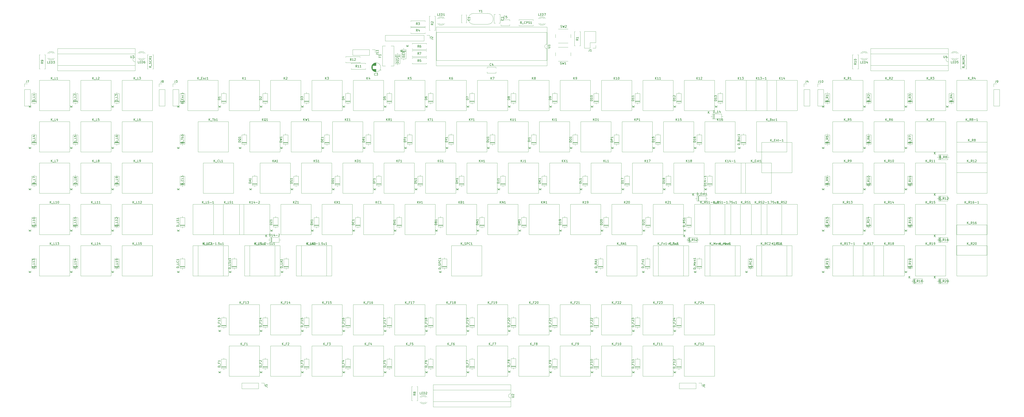
<source format=gto>
G04 #@! TF.GenerationSoftware,KiCad,Pcbnew,(5.1.4)-1*
G04 #@! TF.CreationDate,2020-01-12T23:34:09+01:00*
G04 #@! TF.ProjectId,svarog-keyboard,73766172-6f67-42d6-9b65-79626f617264,rev?*
G04 #@! TF.SameCoordinates,Original*
G04 #@! TF.FileFunction,Legend,Top*
G04 #@! TF.FilePolarity,Positive*
%FSLAX46Y46*%
G04 Gerber Fmt 4.6, Leading zero omitted, Abs format (unit mm)*
G04 Created by KiCad (PCBNEW (5.1.4)-1) date 2020-01-12 23:34:09*
%MOMM*%
%LPD*%
G04 APERTURE LIST*
%ADD10C,0.120000*%
%ADD11C,0.150000*%
G04 APERTURE END LIST*
D10*
X324129400Y-184277000D02*
X324129400Y-170307000D01*
X338099400Y-184277000D02*
X324129400Y-184277000D01*
X338099400Y-170307000D02*
X338099400Y-184277000D01*
X324129400Y-170307000D02*
X338099400Y-170307000D01*
X210372000Y-137100000D02*
X210372000Y-138430000D01*
X209042000Y-137100000D02*
X210372000Y-137100000D01*
X207772000Y-137100000D02*
X207772000Y-139760000D01*
X207772000Y-139760000D02*
X200092000Y-139760000D01*
X207772000Y-137100000D02*
X200092000Y-137100000D01*
X200092000Y-137100000D02*
X200092000Y-139760000D01*
X383641600Y-222402400D02*
X383641600Y-208432400D01*
X397611600Y-222402400D02*
X383641600Y-222402400D01*
X397611600Y-208432400D02*
X397611600Y-222402400D01*
X383641600Y-208432400D02*
X397611600Y-208432400D01*
X357428800Y-222377000D02*
X357428800Y-208407000D01*
X371398800Y-222377000D02*
X357428800Y-222377000D01*
X371398800Y-208407000D02*
X371398800Y-222377000D01*
X357428800Y-208407000D02*
X371398800Y-208407000D01*
X364591600Y-222377000D02*
X364591600Y-208407000D01*
X378561600Y-222377000D02*
X364591600Y-222377000D01*
X378561600Y-208407000D02*
X378561600Y-222377000D01*
X364591600Y-208407000D02*
X378561600Y-208407000D01*
X390779000Y-222377000D02*
X390779000Y-208407000D01*
X404749000Y-222377000D02*
X390779000Y-222377000D01*
X404749000Y-208407000D02*
X404749000Y-222377000D01*
X390779000Y-208407000D02*
X404749000Y-208407000D01*
X74803000Y-241427000D02*
X74803000Y-227457000D01*
X88773000Y-241427000D02*
X74803000Y-241427000D01*
X88773000Y-227457000D02*
X88773000Y-241427000D01*
X74803000Y-227457000D02*
X88773000Y-227457000D01*
X93853000Y-165227000D02*
X93853000Y-151257000D01*
X107823000Y-165227000D02*
X93853000Y-165227000D01*
X107823000Y-151257000D02*
X107823000Y-165227000D01*
X93853000Y-151257000D02*
X107823000Y-151257000D01*
X378879200Y-203329300D02*
X378879200Y-189359300D01*
X392849200Y-203329300D02*
X378879200Y-203329300D01*
X392849200Y-189359300D02*
X392849200Y-203329300D01*
X378879200Y-189359300D02*
X392849200Y-189359300D01*
X131216400Y-203327000D02*
X131216400Y-189357000D01*
X145186400Y-203327000D02*
X131216400Y-203327000D01*
X145186400Y-189357000D02*
X145186400Y-203327000D01*
X131216400Y-189357000D02*
X145186400Y-189357000D01*
X386029200Y-184277000D02*
X386029200Y-170307000D01*
X399999200Y-184277000D02*
X386029200Y-184277000D01*
X399999200Y-170307000D02*
X399999200Y-184277000D01*
X386029200Y-170307000D02*
X399999200Y-170307000D01*
X147904200Y-222377000D02*
X147904200Y-208407000D01*
X161874200Y-222377000D02*
X147904200Y-222377000D01*
X161874200Y-208407000D02*
X161874200Y-222377000D01*
X147904200Y-208407000D02*
X161874200Y-208407000D01*
X366979200Y-203327000D02*
X366979200Y-189357000D01*
X380949200Y-203327000D02*
X366979200Y-203327000D01*
X380949200Y-189357000D02*
X380949200Y-203327000D01*
X366979200Y-189357000D02*
X380949200Y-189357000D01*
X381216000Y-165242000D02*
X381216000Y-151272000D01*
X395186000Y-165242000D02*
X381216000Y-165242000D01*
X395186000Y-151272000D02*
X395186000Y-165242000D01*
X381216000Y-151272000D02*
X395186000Y-151272000D01*
X338391500Y-222389700D02*
X338391500Y-208419700D01*
X352361500Y-222389700D02*
X338391500Y-222389700D01*
X352361500Y-208419700D02*
X352361500Y-222389700D01*
X338391500Y-208419700D02*
X352361500Y-208419700D01*
X319341500Y-222389700D02*
X319341500Y-208419700D01*
X333311500Y-222389700D02*
X319341500Y-222389700D01*
X333311500Y-208419700D02*
X333311500Y-222389700D01*
X319341500Y-208419700D02*
X333311500Y-208419700D01*
X300291500Y-222377000D02*
X300291500Y-208407000D01*
X314261500Y-222377000D02*
X300291500Y-222377000D01*
X314261500Y-208407000D02*
X314261500Y-222377000D01*
X300291500Y-208407000D02*
X314261500Y-208407000D01*
X347903800Y-203327000D02*
X347903800Y-189357000D01*
X361873800Y-203327000D02*
X347903800Y-203327000D01*
X361873800Y-189357000D02*
X361873800Y-203327000D01*
X347903800Y-189357000D02*
X361873800Y-189357000D01*
X328841100Y-203327000D02*
X328841100Y-189357000D01*
X342811100Y-203327000D02*
X328841100Y-203327000D01*
X342811100Y-189357000D02*
X342811100Y-203327000D01*
X328841100Y-189357000D02*
X342811100Y-189357000D01*
X362229400Y-184277000D02*
X362229400Y-170307000D01*
X376199400Y-184277000D02*
X362229400Y-184277000D01*
X376199400Y-170307000D02*
X376199400Y-184277000D01*
X362229400Y-170307000D02*
X376199400Y-170307000D01*
X343179400Y-184277000D02*
X343179400Y-170307000D01*
X357149400Y-184277000D02*
X343179400Y-184277000D01*
X357149400Y-170307000D02*
X357149400Y-184277000D01*
X343179400Y-170307000D02*
X357149400Y-170307000D01*
X390779000Y-165227000D02*
X390779000Y-151257000D01*
X404749000Y-165227000D02*
X390779000Y-165227000D01*
X404749000Y-151257000D02*
X404749000Y-165227000D01*
X390779000Y-151257000D02*
X404749000Y-151257000D01*
X371729000Y-165227000D02*
X371729000Y-151257000D01*
X385699000Y-165227000D02*
X371729000Y-165227000D01*
X385699000Y-151257000D02*
X385699000Y-165227000D01*
X371729000Y-151257000D02*
X385699000Y-151257000D01*
X352679000Y-165227000D02*
X352679000Y-151257000D01*
X366649000Y-165227000D02*
X352679000Y-165227000D01*
X366649000Y-151257000D02*
X366649000Y-165227000D01*
X352679000Y-151257000D02*
X366649000Y-151257000D01*
X333629000Y-165227000D02*
X333629000Y-151257000D01*
X347599000Y-165227000D02*
X333629000Y-165227000D01*
X347599000Y-151257000D02*
X347599000Y-165227000D01*
X333629000Y-151257000D02*
X347599000Y-151257000D01*
X314579000Y-165227000D02*
X314579000Y-151257000D01*
X328549000Y-165227000D02*
X314579000Y-165227000D01*
X328549000Y-151257000D02*
X328549000Y-165227000D01*
X314579000Y-151257000D02*
X328549000Y-151257000D01*
X295529000Y-165227000D02*
X295529000Y-151257000D01*
X309499000Y-165227000D02*
X295529000Y-165227000D01*
X309499000Y-151257000D02*
X309499000Y-165227000D01*
X295529000Y-151257000D02*
X309499000Y-151257000D01*
X276479000Y-165227000D02*
X276479000Y-151257000D01*
X290449000Y-165227000D02*
X276479000Y-165227000D01*
X290449000Y-151257000D02*
X290449000Y-165227000D01*
X276479000Y-151257000D02*
X290449000Y-151257000D01*
X257429000Y-165227000D02*
X257429000Y-151257000D01*
X271399000Y-165227000D02*
X257429000Y-165227000D01*
X271399000Y-151257000D02*
X271399000Y-165227000D01*
X257429000Y-151257000D02*
X271399000Y-151257000D01*
X238379000Y-165227000D02*
X238379000Y-151257000D01*
X252349000Y-165227000D02*
X238379000Y-165227000D01*
X252349000Y-151257000D02*
X252349000Y-165227000D01*
X238379000Y-151257000D02*
X252349000Y-151257000D01*
X219329000Y-165227000D02*
X219329000Y-151257000D01*
X233299000Y-165227000D02*
X219329000Y-165227000D01*
X233299000Y-151257000D02*
X233299000Y-165227000D01*
X219329000Y-151257000D02*
X233299000Y-151257000D01*
X200279000Y-165227000D02*
X200279000Y-151257000D01*
X214249000Y-165227000D02*
X200279000Y-165227000D01*
X214249000Y-151257000D02*
X214249000Y-165227000D01*
X200279000Y-151257000D02*
X214249000Y-151257000D01*
X181229000Y-165227000D02*
X181229000Y-151257000D01*
X195199000Y-165227000D02*
X181229000Y-165227000D01*
X195199000Y-151257000D02*
X195199000Y-165227000D01*
X181229000Y-151257000D02*
X195199000Y-151257000D01*
X162179000Y-165227000D02*
X162179000Y-151257000D01*
X176149000Y-165227000D02*
X162179000Y-165227000D01*
X176149000Y-151257000D02*
X176149000Y-165227000D01*
X162179000Y-151257000D02*
X176149000Y-151257000D01*
X143129000Y-165227000D02*
X143129000Y-151257000D01*
X157099000Y-165227000D02*
X143129000Y-165227000D01*
X157099000Y-151257000D02*
X157099000Y-165227000D01*
X143129000Y-151257000D02*
X157099000Y-151257000D01*
X474338000Y-146872000D02*
X474338000Y-136592000D01*
X438538000Y-146872000D02*
X474338000Y-146872000D01*
X438538000Y-136592000D02*
X438538000Y-146872000D01*
X474338000Y-136592000D02*
X438538000Y-136592000D01*
X474278000Y-144382000D02*
X474278000Y-142732000D01*
X438598000Y-144382000D02*
X474278000Y-144382000D01*
X438598000Y-139082000D02*
X438598000Y-144382000D01*
X474278000Y-139082000D02*
X438598000Y-139082000D01*
X474278000Y-140732000D02*
X474278000Y-139082000D01*
X474278000Y-142732000D02*
G75*
G02X474278000Y-140732000I0J1000000D01*
G01*
X289553000Y-144586000D02*
X289553000Y-126686000D01*
X238513000Y-144586000D02*
X289553000Y-144586000D01*
X238513000Y-126686000D02*
X238513000Y-144586000D01*
X289553000Y-126686000D02*
X238513000Y-126686000D01*
X289493000Y-142096000D02*
X289493000Y-136636000D01*
X238573000Y-142096000D02*
X289493000Y-142096000D01*
X238573000Y-129176000D02*
X238573000Y-142096000D01*
X289493000Y-129176000D02*
X238573000Y-129176000D01*
X289493000Y-134636000D02*
X289493000Y-129176000D01*
X289493000Y-136636000D02*
G75*
G02X289493000Y-134636000I0J1000000D01*
G01*
X108304000Y-139478000D02*
X107974000Y-139478000D01*
X108304000Y-146018000D02*
X108304000Y-139478000D01*
X107974000Y-146018000D02*
X108304000Y-146018000D01*
X105564000Y-139478000D02*
X105894000Y-139478000D01*
X105564000Y-146018000D02*
X105564000Y-139478000D01*
X105894000Y-146018000D02*
X105564000Y-146018000D01*
X482700000Y-139478000D02*
X482370000Y-139478000D01*
X482700000Y-146018000D02*
X482700000Y-139478000D01*
X482370000Y-146018000D02*
X482700000Y-146018000D01*
X479960000Y-139478000D02*
X480290000Y-139478000D01*
X479960000Y-146018000D02*
X479960000Y-139478000D01*
X480290000Y-146018000D02*
X479960000Y-146018000D01*
X283178000Y-126084000D02*
X283178000Y-125754000D01*
X276638000Y-126084000D02*
X283178000Y-126084000D01*
X276638000Y-125754000D02*
X276638000Y-126084000D01*
X283178000Y-123344000D02*
X283178000Y-123674000D01*
X276638000Y-123344000D02*
X283178000Y-123344000D01*
X276638000Y-123674000D02*
X276638000Y-123344000D01*
X358544000Y-237232000D02*
X360784000Y-237232000D01*
X358544000Y-236992000D02*
X360784000Y-236992000D01*
X358544000Y-237112000D02*
X360784000Y-237112000D01*
X359664000Y-232942000D02*
X359664000Y-233592000D01*
X359664000Y-238482000D02*
X359664000Y-237832000D01*
X358544000Y-233592000D02*
X358544000Y-237832000D01*
X360784000Y-233592000D02*
X358544000Y-233592000D01*
X360784000Y-237832000D02*
X360784000Y-233592000D01*
X358544000Y-237832000D02*
X360784000Y-237832000D01*
X414214000Y-152848000D02*
X415544000Y-152848000D01*
X414214000Y-154178000D02*
X414214000Y-152848000D01*
X414214000Y-155448000D02*
X416874000Y-155448000D01*
X416874000Y-155448000D02*
X416874000Y-163128000D01*
X414214000Y-155448000D02*
X414214000Y-163128000D01*
X414214000Y-163128000D02*
X416874000Y-163128000D01*
X110938000Y-152848000D02*
X112268000Y-152848000D01*
X110938000Y-154178000D02*
X110938000Y-152848000D01*
X110938000Y-155448000D02*
X113598000Y-155448000D01*
X113598000Y-155448000D02*
X113598000Y-163128000D01*
X110938000Y-155448000D02*
X110938000Y-163128000D01*
X110938000Y-163128000D02*
X113598000Y-163128000D01*
X360740000Y-290770000D02*
X360740000Y-292100000D01*
X359410000Y-290770000D02*
X360740000Y-290770000D01*
X358140000Y-290770000D02*
X358140000Y-293430000D01*
X358140000Y-293430000D02*
X350460000Y-293430000D01*
X358140000Y-290770000D02*
X350460000Y-290770000D01*
X350460000Y-290770000D02*
X350460000Y-293430000D01*
X407864000Y-152848000D02*
X409194000Y-152848000D01*
X407864000Y-154178000D02*
X407864000Y-152848000D01*
X407864000Y-155448000D02*
X410524000Y-155448000D01*
X410524000Y-155448000D02*
X410524000Y-163128000D01*
X407864000Y-155448000D02*
X407864000Y-163128000D01*
X407864000Y-163128000D02*
X410524000Y-163128000D01*
X386016500Y-241414300D02*
X386016500Y-227444300D01*
X399986500Y-241414300D02*
X386016500Y-241414300D01*
X399986500Y-227444300D02*
X399986500Y-241414300D01*
X386016500Y-227444300D02*
X399986500Y-227444300D01*
X478155000Y-184277000D02*
X478155000Y-170307000D01*
X492125000Y-184277000D02*
X478155000Y-184277000D01*
X492125000Y-170307000D02*
X492125000Y-184277000D01*
X478155000Y-170307000D02*
X492125000Y-170307000D01*
X421005000Y-241427000D02*
X421005000Y-227457000D01*
X434975000Y-241427000D02*
X421005000Y-241427000D01*
X434975000Y-227457000D02*
X434975000Y-241427000D01*
X421005000Y-227457000D02*
X434975000Y-227457000D01*
X478155000Y-241427000D02*
X478155000Y-227457000D01*
X492125000Y-241427000D02*
X478155000Y-241427000D01*
X492125000Y-227457000D02*
X492125000Y-241427000D01*
X478155000Y-227457000D02*
X492125000Y-227457000D01*
X459105000Y-241427000D02*
X459105000Y-227457000D01*
X473075000Y-241427000D02*
X459105000Y-241427000D01*
X473075000Y-227457000D02*
X473075000Y-241427000D01*
X459105000Y-227457000D02*
X473075000Y-227457000D01*
X430542600Y-241416600D02*
X430542600Y-227446600D01*
X444512600Y-241416600D02*
X430542600Y-241416600D01*
X444512600Y-227446600D02*
X444512600Y-241416600D01*
X430542600Y-227446600D02*
X444512600Y-227446600D01*
X478144600Y-231889400D02*
X478144600Y-217919400D01*
X492114600Y-231889400D02*
X478144600Y-231889400D01*
X492114600Y-217919400D02*
X492114600Y-231889400D01*
X478144600Y-217919400D02*
X492114600Y-217919400D01*
X459105000Y-222377000D02*
X459105000Y-208407000D01*
X473075000Y-222377000D02*
X459105000Y-222377000D01*
X473075000Y-208407000D02*
X473075000Y-222377000D01*
X459105000Y-208407000D02*
X473075000Y-208407000D01*
X362216700Y-241439700D02*
X362216700Y-227469700D01*
X376186700Y-241439700D02*
X362216700Y-241439700D01*
X376186700Y-227469700D02*
X376186700Y-241439700D01*
X362216700Y-227469700D02*
X376186700Y-227469700D01*
X152679400Y-241452400D02*
X152679400Y-227482400D01*
X166649400Y-241452400D02*
X152679400Y-241452400D01*
X166649400Y-227482400D02*
X166649400Y-241452400D01*
X152679400Y-227482400D02*
X166649400Y-227482400D01*
X128841500Y-241427000D02*
X128841500Y-227457000D01*
X142811500Y-241427000D02*
X128841500Y-241427000D01*
X142811500Y-227457000D02*
X142811500Y-241427000D01*
X128841500Y-227457000D02*
X142811500Y-227457000D01*
X176479200Y-241427000D02*
X176479200Y-227457000D01*
X190449200Y-241427000D02*
X176479200Y-241427000D01*
X190449200Y-227457000D02*
X190449200Y-241427000D01*
X176479200Y-227457000D02*
X190449200Y-227457000D01*
X74803000Y-165227000D02*
X74803000Y-151257000D01*
X88773000Y-165227000D02*
X74803000Y-165227000D01*
X88773000Y-151257000D02*
X88773000Y-165227000D01*
X74803000Y-151257000D02*
X88773000Y-151257000D01*
X55753000Y-165227000D02*
X55753000Y-151257000D01*
X69723000Y-165227000D02*
X55753000Y-165227000D01*
X69723000Y-151257000D02*
X69723000Y-165227000D01*
X55753000Y-151257000D02*
X69723000Y-151257000D01*
X338391500Y-241452400D02*
X338391500Y-227482400D01*
X352361500Y-241452400D02*
X338391500Y-241452400D01*
X352361500Y-227482400D02*
X352361500Y-241452400D01*
X338391500Y-227482400D02*
X352361500Y-227482400D01*
X355096000Y-223670000D02*
X355096000Y-225910000D01*
X355336000Y-223670000D02*
X355336000Y-225910000D01*
X355216000Y-223670000D02*
X355216000Y-225910000D01*
X359386000Y-224790000D02*
X358736000Y-224790000D01*
X353846000Y-224790000D02*
X354496000Y-224790000D01*
X358736000Y-223670000D02*
X354496000Y-223670000D01*
X358736000Y-225910000D02*
X358736000Y-223670000D01*
X354496000Y-225910000D02*
X358736000Y-225910000D01*
X354496000Y-223670000D02*
X354496000Y-225910000D01*
X470412000Y-242720000D02*
X470412000Y-244960000D01*
X470652000Y-242720000D02*
X470652000Y-244960000D01*
X470532000Y-242720000D02*
X470532000Y-244960000D01*
X474702000Y-243840000D02*
X474052000Y-243840000D01*
X469162000Y-243840000D02*
X469812000Y-243840000D01*
X474052000Y-242720000D02*
X469812000Y-242720000D01*
X474052000Y-244960000D02*
X474052000Y-242720000D01*
X469812000Y-244960000D02*
X474052000Y-244960000D01*
X469812000Y-242720000D02*
X469812000Y-244960000D01*
X455572000Y-237232000D02*
X457812000Y-237232000D01*
X455572000Y-236992000D02*
X457812000Y-236992000D01*
X455572000Y-237112000D02*
X457812000Y-237112000D01*
X456692000Y-232942000D02*
X456692000Y-233592000D01*
X456692000Y-238482000D02*
X456692000Y-237832000D01*
X455572000Y-233592000D02*
X455572000Y-237832000D01*
X457812000Y-233592000D02*
X455572000Y-233592000D01*
X457812000Y-237832000D02*
X457812000Y-233592000D01*
X455572000Y-237832000D02*
X457812000Y-237832000D01*
X90320000Y-161032000D02*
X92560000Y-161032000D01*
X90320000Y-160792000D02*
X92560000Y-160792000D01*
X90320000Y-160912000D02*
X92560000Y-160912000D01*
X91440000Y-156742000D02*
X91440000Y-157392000D01*
X91440000Y-162282000D02*
X91440000Y-161632000D01*
X90320000Y-157392000D02*
X90320000Y-161632000D01*
X92560000Y-157392000D02*
X90320000Y-157392000D01*
X92560000Y-161632000D02*
X92560000Y-157392000D01*
X90320000Y-161632000D02*
X92560000Y-161632000D01*
X71270000Y-161032000D02*
X73510000Y-161032000D01*
X71270000Y-160792000D02*
X73510000Y-160792000D01*
X71270000Y-160912000D02*
X73510000Y-160912000D01*
X72390000Y-156742000D02*
X72390000Y-157392000D01*
X72390000Y-162282000D02*
X72390000Y-161632000D01*
X71270000Y-157392000D02*
X71270000Y-161632000D01*
X73510000Y-157392000D02*
X71270000Y-157392000D01*
X73510000Y-161632000D02*
X73510000Y-157392000D01*
X71270000Y-161632000D02*
X73510000Y-161632000D01*
X52220000Y-161032000D02*
X54460000Y-161032000D01*
X52220000Y-160792000D02*
X54460000Y-160792000D01*
X52220000Y-160912000D02*
X54460000Y-160912000D01*
X53340000Y-156742000D02*
X53340000Y-157392000D01*
X53340000Y-162282000D02*
X53340000Y-161632000D01*
X52220000Y-157392000D02*
X52220000Y-161632000D01*
X54460000Y-157392000D02*
X52220000Y-157392000D01*
X54460000Y-161632000D02*
X54460000Y-157392000D01*
X52220000Y-161632000D02*
X54460000Y-161632000D01*
X495240000Y-152848000D02*
X496570000Y-152848000D01*
X495240000Y-154178000D02*
X495240000Y-152848000D01*
X495240000Y-155448000D02*
X497900000Y-155448000D01*
X497900000Y-155448000D02*
X497900000Y-163128000D01*
X495240000Y-155448000D02*
X495240000Y-163128000D01*
X495240000Y-163128000D02*
X497900000Y-163128000D01*
X48962000Y-152848000D02*
X50292000Y-152848000D01*
X48962000Y-154178000D02*
X48962000Y-152848000D01*
X48962000Y-155448000D02*
X51622000Y-155448000D01*
X51622000Y-155448000D02*
X51622000Y-163128000D01*
X48962000Y-155448000D02*
X48962000Y-163128000D01*
X48962000Y-163128000D02*
X51622000Y-163128000D01*
X159318000Y-290770000D02*
X159318000Y-292100000D01*
X157988000Y-290770000D02*
X159318000Y-290770000D01*
X156718000Y-290770000D02*
X156718000Y-293430000D01*
X156718000Y-293430000D02*
X149038000Y-293430000D01*
X156718000Y-290770000D02*
X149038000Y-290770000D01*
X149038000Y-290770000D02*
X149038000Y-293430000D01*
X117288000Y-152848000D02*
X118618000Y-152848000D01*
X117288000Y-154178000D02*
X117288000Y-152848000D01*
X117288000Y-155448000D02*
X119948000Y-155448000D01*
X119948000Y-155448000D02*
X119948000Y-163128000D01*
X117288000Y-155448000D02*
X117288000Y-163128000D01*
X117288000Y-163128000D02*
X119948000Y-163128000D01*
X235518000Y-130496000D02*
X235518000Y-131826000D01*
X234188000Y-130496000D02*
X235518000Y-130496000D01*
X232918000Y-130496000D02*
X232918000Y-133156000D01*
X232918000Y-133156000D02*
X215078000Y-133156000D01*
X232918000Y-130496000D02*
X215078000Y-130496000D01*
X215078000Y-130496000D02*
X215078000Y-133156000D01*
X311972000Y-136458000D02*
X310642000Y-136458000D01*
X311972000Y-135128000D02*
X311972000Y-136458000D01*
X309372000Y-136458000D02*
X306772000Y-136458000D01*
X309372000Y-133858000D02*
X309372000Y-136458000D01*
X311972000Y-133858000D02*
X309372000Y-133858000D01*
X306772000Y-136458000D02*
X306772000Y-128718000D01*
X311972000Y-133858000D02*
X311972000Y-128718000D01*
X311972000Y-128718000D02*
X306772000Y-128718000D01*
X262253000Y-125461000D02*
G75*
G03X262253000Y-120411000I0J2525000D01*
G01*
X255853000Y-125461000D02*
G75*
G02X255853000Y-120411000I0J2525000D01*
G01*
X255853000Y-125461000D02*
X262253000Y-125461000D01*
X255853000Y-120411000D02*
X262253000Y-120411000D01*
X99942000Y-146872000D02*
X99942000Y-136592000D01*
X64142000Y-146872000D02*
X99942000Y-146872000D01*
X64142000Y-136592000D02*
X64142000Y-146872000D01*
X99942000Y-136592000D02*
X64142000Y-136592000D01*
X99882000Y-144382000D02*
X99882000Y-142732000D01*
X64202000Y-144382000D02*
X99882000Y-144382000D01*
X64202000Y-139082000D02*
X64202000Y-144382000D01*
X99882000Y-139082000D02*
X64202000Y-139082000D01*
X99882000Y-140732000D02*
X99882000Y-139082000D01*
X99882000Y-142732000D02*
G75*
G02X99882000Y-140732000I0J1000000D01*
G01*
X272916000Y-301812000D02*
X272916000Y-291532000D01*
X237116000Y-301812000D02*
X272916000Y-301812000D01*
X237116000Y-291532000D02*
X237116000Y-301812000D01*
X272916000Y-291532000D02*
X237116000Y-291532000D01*
X272856000Y-299322000D02*
X272856000Y-297672000D01*
X237176000Y-299322000D02*
X272856000Y-299322000D01*
X237176000Y-294022000D02*
X237176000Y-299322000D01*
X272856000Y-294022000D02*
X237176000Y-294022000D01*
X272856000Y-295672000D02*
X272856000Y-294022000D01*
X272856000Y-297672000D02*
G75*
G02X272856000Y-295672000I0J1000000D01*
G01*
X293478000Y-130096000D02*
X293478000Y-131596000D01*
X294728000Y-134096000D02*
X299228000Y-134096000D01*
X300478000Y-131596000D02*
X300478000Y-130096000D01*
X299228000Y-127596000D02*
X294728000Y-127596000D01*
X293478000Y-138478000D02*
X293478000Y-139978000D01*
X294728000Y-142478000D02*
X299228000Y-142478000D01*
X300478000Y-139978000D02*
X300478000Y-138478000D01*
X299228000Y-135978000D02*
X294728000Y-135978000D01*
X203422000Y-143102000D02*
X203422000Y-142772000D01*
X196882000Y-143102000D02*
X203422000Y-143102000D01*
X196882000Y-142772000D02*
X196882000Y-143102000D01*
X203422000Y-140362000D02*
X203422000Y-140692000D01*
X196882000Y-140362000D02*
X203422000Y-140362000D01*
X196882000Y-140692000D02*
X196882000Y-140362000D01*
X205962000Y-146150000D02*
X205962000Y-145820000D01*
X199422000Y-146150000D02*
X205962000Y-146150000D01*
X199422000Y-145820000D02*
X199422000Y-146150000D01*
X205962000Y-143410000D02*
X205962000Y-143740000D01*
X199422000Y-143410000D02*
X205962000Y-143410000D01*
X199422000Y-143740000D02*
X199422000Y-143410000D01*
X430176000Y-146018000D02*
X430506000Y-146018000D01*
X430176000Y-139478000D02*
X430176000Y-146018000D01*
X430506000Y-139478000D02*
X430176000Y-139478000D01*
X432916000Y-146018000D02*
X432586000Y-146018000D01*
X432916000Y-139478000D02*
X432916000Y-146018000D01*
X432586000Y-139478000D02*
X432916000Y-139478000D01*
X55780000Y-146018000D02*
X56110000Y-146018000D01*
X55780000Y-139478000D02*
X55780000Y-146018000D01*
X56110000Y-139478000D02*
X55780000Y-139478000D01*
X58520000Y-146018000D02*
X58190000Y-146018000D01*
X58520000Y-139478000D02*
X58520000Y-146018000D01*
X58190000Y-139478000D02*
X58520000Y-139478000D01*
X229970000Y-292386000D02*
X229640000Y-292386000D01*
X229970000Y-298926000D02*
X229970000Y-292386000D01*
X229640000Y-298926000D02*
X229970000Y-298926000D01*
X227230000Y-292386000D02*
X227560000Y-292386000D01*
X227230000Y-298926000D02*
X227230000Y-292386000D01*
X227560000Y-298926000D02*
X227230000Y-298926000D01*
X227489000Y-137568000D02*
X227489000Y-137898000D01*
X234029000Y-137568000D02*
X227489000Y-137568000D01*
X234029000Y-137898000D02*
X234029000Y-137568000D01*
X227489000Y-140308000D02*
X227489000Y-139978000D01*
X234029000Y-140308000D02*
X227489000Y-140308000D01*
X234029000Y-139978000D02*
X234029000Y-140308000D01*
X227489000Y-134266000D02*
X227489000Y-134596000D01*
X234029000Y-134266000D02*
X227489000Y-134266000D01*
X234029000Y-134596000D02*
X234029000Y-134266000D01*
X227489000Y-137006000D02*
X227489000Y-136676000D01*
X234029000Y-137006000D02*
X227489000Y-137006000D01*
X234029000Y-136676000D02*
X234029000Y-137006000D01*
X234029000Y-143610000D02*
X234029000Y-143280000D01*
X227489000Y-143610000D02*
X234029000Y-143610000D01*
X227489000Y-143280000D02*
X227489000Y-143610000D01*
X234029000Y-140870000D02*
X234029000Y-141200000D01*
X227489000Y-140870000D02*
X234029000Y-140870000D01*
X227489000Y-141200000D02*
X227489000Y-140870000D01*
X226854000Y-126900000D02*
X226854000Y-127230000D01*
X233394000Y-126900000D02*
X226854000Y-126900000D01*
X233394000Y-127230000D02*
X233394000Y-126900000D01*
X226854000Y-129640000D02*
X226854000Y-129310000D01*
X233394000Y-129640000D02*
X226854000Y-129640000D01*
X233394000Y-129310000D02*
X233394000Y-129640000D01*
X226854000Y-123852000D02*
X226854000Y-124182000D01*
X233394000Y-123852000D02*
X226854000Y-123852000D01*
X233394000Y-124182000D02*
X233394000Y-123852000D01*
X226854000Y-126592000D02*
X226854000Y-126262000D01*
X233394000Y-126592000D02*
X226854000Y-126592000D01*
X233394000Y-126262000D02*
X233394000Y-126592000D01*
X235358000Y-128238000D02*
X235688000Y-128238000D01*
X235358000Y-121698000D02*
X235358000Y-128238000D01*
X235688000Y-121698000D02*
X235358000Y-121698000D01*
X238098000Y-128238000D02*
X237768000Y-128238000D01*
X238098000Y-121698000D02*
X238098000Y-128238000D01*
X237768000Y-121698000D02*
X238098000Y-121698000D01*
X304900000Y-128810000D02*
X304570000Y-128810000D01*
X304900000Y-135350000D02*
X304900000Y-128810000D01*
X304570000Y-135350000D02*
X304900000Y-135350000D01*
X302160000Y-128810000D02*
X302490000Y-128810000D01*
X302160000Y-135350000D02*
X302160000Y-128810000D01*
X302490000Y-135350000D02*
X302160000Y-135350000D01*
X285714000Y-125032000D02*
X285714000Y-125188000D01*
X285714000Y-122716000D02*
X285714000Y-122872000D01*
X288315130Y-125031837D02*
G75*
G02X286233039Y-125032000I-1041130J1079837D01*
G01*
X288315130Y-122872163D02*
G75*
G03X286233039Y-122872000I-1041130J-1079837D01*
G01*
X288946335Y-125030608D02*
G75*
G02X285714000Y-125187516I-1672335J1078608D01*
G01*
X288946335Y-122873392D02*
G75*
G03X285714000Y-122716484I-1672335J-1078608D01*
G01*
X104430000Y-138874000D02*
X104430000Y-138718000D01*
X104430000Y-141190000D02*
X104430000Y-141034000D01*
X101828870Y-138874163D02*
G75*
G02X103910961Y-138874000I1041130J-1079837D01*
G01*
X101828870Y-141033837D02*
G75*
G03X103910961Y-141034000I1041130J1079837D01*
G01*
X101197665Y-138875392D02*
G75*
G02X104430000Y-138718484I1672335J-1078608D01*
G01*
X101197665Y-141032608D02*
G75*
G03X104430000Y-141189516I1672335J1078608D01*
G01*
X478826000Y-138874000D02*
X478826000Y-138718000D01*
X478826000Y-141190000D02*
X478826000Y-141034000D01*
X476224870Y-138874163D02*
G75*
G02X478306961Y-138874000I1041130J-1079837D01*
G01*
X476224870Y-141033837D02*
G75*
G03X478306961Y-141034000I1041130J1079837D01*
G01*
X475593665Y-138875392D02*
G75*
G02X478826000Y-138718484I1672335J-1078608D01*
G01*
X475593665Y-141032608D02*
G75*
G03X478826000Y-141189516I1672335J1078608D01*
G01*
X434050000Y-141034000D02*
X434050000Y-141190000D01*
X434050000Y-138718000D02*
X434050000Y-138874000D01*
X436651130Y-141033837D02*
G75*
G02X434569039Y-141034000I-1041130J1079837D01*
G01*
X436651130Y-138874163D02*
G75*
G03X434569039Y-138874000I-1041130J-1079837D01*
G01*
X437282335Y-141032608D02*
G75*
G02X434050000Y-141189516I-1672335J1078608D01*
G01*
X437282335Y-138875392D02*
G75*
G03X434050000Y-138718484I-1672335J-1078608D01*
G01*
X59654000Y-141034000D02*
X59654000Y-141190000D01*
X59654000Y-138718000D02*
X59654000Y-138874000D01*
X62255130Y-141033837D02*
G75*
G02X60173039Y-141034000I-1041130J1079837D01*
G01*
X62255130Y-138874163D02*
G75*
G03X60173039Y-138874000I-1041130J-1079837D01*
G01*
X62886335Y-141032608D02*
G75*
G02X59654000Y-141189516I-1672335J1078608D01*
G01*
X62886335Y-138875392D02*
G75*
G03X59654000Y-138718484I-1672335J-1078608D01*
G01*
X231104000Y-299530000D02*
X231104000Y-299686000D01*
X231104000Y-297214000D02*
X231104000Y-297370000D01*
X233705130Y-299529837D02*
G75*
G02X231623039Y-299530000I-1041130J1079837D01*
G01*
X233705130Y-297370163D02*
G75*
G03X231623039Y-297370000I-1041130J-1079837D01*
G01*
X234336335Y-299528608D02*
G75*
G02X231104000Y-299685516I-1672335J1078608D01*
G01*
X234336335Y-297371392D02*
G75*
G03X231104000Y-297214484I-1672335J-1078608D01*
G01*
X239232000Y-125032000D02*
X239232000Y-125188000D01*
X239232000Y-122716000D02*
X239232000Y-122872000D01*
X241833130Y-125031837D02*
G75*
G02X239751039Y-125032000I-1041130J1079837D01*
G01*
X241833130Y-122872163D02*
G75*
G03X239751039Y-122872000I-1041130J-1079837D01*
G01*
X242464335Y-125030608D02*
G75*
G02X239232000Y-125187516I-1672335J1078608D01*
G01*
X242464335Y-122873392D02*
G75*
G03X239232000Y-122716484I-1672335J-1078608D01*
G01*
X166941500Y-222377000D02*
X166941500Y-208407000D01*
X180911500Y-222377000D02*
X166941500Y-222377000D01*
X180911500Y-208407000D02*
X180911500Y-222377000D01*
X166941500Y-208407000D02*
X180911500Y-208407000D01*
X247929400Y-184277000D02*
X247929400Y-170307000D01*
X261899400Y-184277000D02*
X247929400Y-184277000D01*
X261899400Y-170307000D02*
X261899400Y-184277000D01*
X247929400Y-170307000D02*
X261899400Y-170307000D01*
X185966100Y-222377000D02*
X185966100Y-208407000D01*
X199936100Y-222377000D02*
X185966100Y-222377000D01*
X199936100Y-208407000D02*
X199936100Y-222377000D01*
X185966100Y-208407000D02*
X199936100Y-208407000D01*
X171704000Y-184277000D02*
X171704000Y-170307000D01*
X185674000Y-184277000D02*
X171704000Y-184277000D01*
X185674000Y-170307000D02*
X185674000Y-184277000D01*
X171704000Y-170307000D02*
X185674000Y-170307000D01*
X224078800Y-222377000D02*
X224078800Y-208407000D01*
X238048800Y-222377000D02*
X224078800Y-222377000D01*
X238048800Y-208407000D02*
X238048800Y-222377000D01*
X224078800Y-208407000D02*
X238048800Y-208407000D01*
X266979400Y-184277000D02*
X266979400Y-170307000D01*
X280949400Y-184277000D02*
X266979400Y-184277000D01*
X280949400Y-170307000D02*
X280949400Y-184277000D01*
X266979400Y-170307000D02*
X280949400Y-170307000D01*
X228879400Y-184277000D02*
X228879400Y-170307000D01*
X242849400Y-184277000D02*
X228879400Y-184277000D01*
X242849400Y-170307000D02*
X242849400Y-184277000D01*
X228879400Y-170307000D02*
X242849400Y-170307000D01*
X176428400Y-203327000D02*
X176428400Y-189357000D01*
X190398400Y-203327000D02*
X176428400Y-203327000D01*
X190398400Y-189357000D02*
X190398400Y-203327000D01*
X176428400Y-189357000D02*
X190398400Y-189357000D01*
X209829400Y-184277000D02*
X209829400Y-170307000D01*
X223799400Y-184277000D02*
X209829400Y-184277000D01*
X223799400Y-170307000D02*
X223799400Y-184277000D01*
X209829400Y-170307000D02*
X223799400Y-170307000D01*
X152654000Y-184277000D02*
X152654000Y-170307000D01*
X166624000Y-184277000D02*
X152654000Y-184277000D01*
X166624000Y-170307000D02*
X166624000Y-184277000D01*
X152654000Y-170307000D02*
X166624000Y-170307000D01*
X305079400Y-184277000D02*
X305079400Y-170307000D01*
X319049400Y-184277000D02*
X305079400Y-184277000D01*
X319049400Y-170307000D02*
X319049400Y-184277000D01*
X305079400Y-170307000D02*
X319049400Y-170307000D01*
X262191500Y-222389700D02*
X262191500Y-208419700D01*
X276161500Y-222389700D02*
X262191500Y-222389700D01*
X276161500Y-208419700D02*
X276161500Y-222389700D01*
X262191500Y-208419700D02*
X276161500Y-208419700D01*
X281241500Y-222377000D02*
X281241500Y-208407000D01*
X295211500Y-222377000D02*
X281241500Y-222377000D01*
X295211500Y-208407000D02*
X295211500Y-222377000D01*
X281241500Y-208407000D02*
X295211500Y-208407000D01*
X309778400Y-203327000D02*
X309778400Y-189357000D01*
X323748400Y-203327000D02*
X309778400Y-203327000D01*
X323748400Y-189357000D02*
X323748400Y-203327000D01*
X309778400Y-189357000D02*
X323748400Y-189357000D01*
X290728400Y-203327000D02*
X290728400Y-189357000D01*
X304698400Y-203327000D02*
X290728400Y-203327000D01*
X304698400Y-189357000D02*
X304698400Y-203327000D01*
X290728400Y-189357000D02*
X304698400Y-189357000D01*
X271678400Y-203327000D02*
X271678400Y-189357000D01*
X285648400Y-203327000D02*
X271678400Y-203327000D01*
X285648400Y-189357000D02*
X285648400Y-203327000D01*
X271678400Y-189357000D02*
X285648400Y-189357000D01*
X286029400Y-184277000D02*
X286029400Y-170307000D01*
X299999400Y-184277000D02*
X286029400Y-184277000D01*
X299999400Y-170307000D02*
X299999400Y-184277000D01*
X286029400Y-170307000D02*
X299999400Y-170307000D01*
X252628400Y-203339700D02*
X252628400Y-189369700D01*
X266598400Y-203339700D02*
X252628400Y-203339700D01*
X266598400Y-189369700D02*
X266598400Y-203339700D01*
X252628400Y-189369700D02*
X266598400Y-189369700D01*
X233565700Y-203339700D02*
X233565700Y-189369700D01*
X247535700Y-203339700D02*
X233565700Y-203339700D01*
X247535700Y-189369700D02*
X247535700Y-203339700D01*
X233565700Y-189369700D02*
X247535700Y-189369700D01*
X214490300Y-203327000D02*
X214490300Y-189357000D01*
X228460300Y-203327000D02*
X214490300Y-203327000D01*
X228460300Y-189357000D02*
X228460300Y-203327000D01*
X214490300Y-189357000D02*
X228460300Y-189357000D01*
X190779400Y-184277000D02*
X190779400Y-170307000D01*
X204749400Y-184277000D02*
X190779400Y-184277000D01*
X204749400Y-170307000D02*
X204749400Y-184277000D01*
X190779400Y-170307000D02*
X204749400Y-170307000D01*
X195453000Y-203327000D02*
X195453000Y-189357000D01*
X209423000Y-203327000D02*
X195453000Y-203327000D01*
X209423000Y-189357000D02*
X209423000Y-203327000D01*
X195453000Y-189357000D02*
X209423000Y-189357000D01*
X205028800Y-222377000D02*
X205028800Y-208407000D01*
X218998800Y-222377000D02*
X205028800Y-222377000D01*
X218998800Y-208407000D02*
X218998800Y-222377000D01*
X205028800Y-208407000D02*
X218998800Y-208407000D01*
X243141500Y-222377000D02*
X243141500Y-208407000D01*
X257111500Y-222377000D02*
X243141500Y-222377000D01*
X257111500Y-208407000D02*
X257111500Y-222377000D01*
X243141500Y-208407000D02*
X257111500Y-208407000D01*
X157403800Y-203327000D02*
X157403800Y-189357000D01*
X171373800Y-203327000D02*
X157403800Y-203327000D01*
X171373800Y-189357000D02*
X171373800Y-203327000D01*
X157403800Y-189357000D02*
X171373800Y-189357000D01*
X128854200Y-184277000D02*
X128854200Y-170307000D01*
X142824200Y-184277000D02*
X128854200Y-184277000D01*
X142824200Y-170307000D02*
X142824200Y-184277000D01*
X128854200Y-170307000D02*
X142824200Y-170307000D01*
X245541900Y-241452400D02*
X245541900Y-227482400D01*
X259511900Y-241452400D02*
X245541900Y-241452400D01*
X259511900Y-227482400D02*
X259511900Y-241452400D01*
X245541900Y-227482400D02*
X259511900Y-227482400D01*
X374116600Y-222402400D02*
X374116600Y-208432400D01*
X388086600Y-222402400D02*
X374116600Y-222402400D01*
X388086600Y-208432400D02*
X388086600Y-222402400D01*
X374116600Y-208432400D02*
X388086600Y-208432400D01*
X388391400Y-241414300D02*
X388391400Y-227444300D01*
X402361400Y-241414300D02*
X388391400Y-241414300D01*
X402361400Y-227444300D02*
X402361400Y-241414300D01*
X388391400Y-227444300D02*
X402361400Y-227444300D01*
X316966600Y-241452400D02*
X316966600Y-227482400D01*
X330936600Y-241452400D02*
X316966600Y-241452400D01*
X330936600Y-227482400D02*
X330936600Y-241452400D01*
X316966600Y-227482400D02*
X330936600Y-227482400D01*
X478155000Y-222377000D02*
X478155000Y-208407000D01*
X492125000Y-222377000D02*
X478155000Y-222377000D01*
X492125000Y-208407000D02*
X492125000Y-222377000D01*
X478155000Y-208407000D02*
X492125000Y-208407000D01*
X440055000Y-241427000D02*
X440055000Y-227457000D01*
X454025000Y-241427000D02*
X440055000Y-241427000D01*
X454025000Y-227457000D02*
X454025000Y-241427000D01*
X440055000Y-227457000D02*
X454025000Y-227457000D01*
X440055000Y-222377000D02*
X440055000Y-208407000D01*
X454025000Y-222377000D02*
X440055000Y-222377000D01*
X454025000Y-208407000D02*
X454025000Y-222377000D01*
X440055000Y-208407000D02*
X454025000Y-208407000D01*
X421005000Y-222377000D02*
X421005000Y-208407000D01*
X434975000Y-222377000D02*
X421005000Y-222377000D01*
X434975000Y-208407000D02*
X434975000Y-222377000D01*
X421005000Y-208407000D02*
X434975000Y-208407000D01*
X478155000Y-203327000D02*
X478155000Y-189357000D01*
X492125000Y-203327000D02*
X478155000Y-203327000D01*
X492125000Y-189357000D02*
X492125000Y-203327000D01*
X478155000Y-189357000D02*
X492125000Y-189357000D01*
X459105000Y-203327000D02*
X459105000Y-189357000D01*
X473075000Y-203327000D02*
X459105000Y-203327000D01*
X473075000Y-189357000D02*
X473075000Y-203327000D01*
X459105000Y-189357000D02*
X473075000Y-189357000D01*
X440055000Y-203327000D02*
X440055000Y-189357000D01*
X454025000Y-203327000D02*
X440055000Y-203327000D01*
X454025000Y-189357000D02*
X454025000Y-203327000D01*
X440055000Y-189357000D02*
X454025000Y-189357000D01*
X421005000Y-203327000D02*
X421005000Y-189357000D01*
X434975000Y-203327000D02*
X421005000Y-203327000D01*
X434975000Y-189357000D02*
X434975000Y-203327000D01*
X421005000Y-189357000D02*
X434975000Y-189357000D01*
X478155000Y-193776600D02*
X478155000Y-179806600D01*
X492125000Y-193776600D02*
X478155000Y-193776600D01*
X492125000Y-179806600D02*
X492125000Y-193776600D01*
X478155000Y-179806600D02*
X492125000Y-179806600D01*
X459105000Y-184277000D02*
X459105000Y-170307000D01*
X473075000Y-184277000D02*
X459105000Y-184277000D01*
X473075000Y-170307000D02*
X473075000Y-184277000D01*
X459105000Y-170307000D02*
X473075000Y-170307000D01*
X440055000Y-184277000D02*
X440055000Y-170307000D01*
X454025000Y-184277000D02*
X440055000Y-184277000D01*
X454025000Y-170307000D02*
X454025000Y-184277000D01*
X440055000Y-170307000D02*
X454025000Y-170307000D01*
X421005000Y-184277000D02*
X421005000Y-170307000D01*
X434975000Y-184277000D02*
X421005000Y-184277000D01*
X434975000Y-170307000D02*
X434975000Y-184277000D01*
X421005000Y-170307000D02*
X434975000Y-170307000D01*
X478155000Y-165227000D02*
X478155000Y-151257000D01*
X492125000Y-165227000D02*
X478155000Y-165227000D01*
X492125000Y-151257000D02*
X492125000Y-165227000D01*
X478155000Y-151257000D02*
X492125000Y-151257000D01*
X459105000Y-165227000D02*
X459105000Y-151257000D01*
X473075000Y-165227000D02*
X459105000Y-165227000D01*
X473075000Y-151257000D02*
X473075000Y-165227000D01*
X459105000Y-151257000D02*
X473075000Y-151257000D01*
X440055000Y-165227000D02*
X440055000Y-151257000D01*
X454025000Y-165227000D02*
X440055000Y-165227000D01*
X454025000Y-151257000D02*
X454025000Y-165227000D01*
X440055000Y-151257000D02*
X454025000Y-151257000D01*
X421005000Y-165227000D02*
X421005000Y-151257000D01*
X434975000Y-165227000D02*
X421005000Y-165227000D01*
X434975000Y-151257000D02*
X434975000Y-165227000D01*
X421005000Y-151257000D02*
X434975000Y-151257000D01*
X364591600Y-241427000D02*
X364591600Y-227457000D01*
X378561600Y-241427000D02*
X364591600Y-241427000D01*
X378561600Y-227457000D02*
X378561600Y-241427000D01*
X364591600Y-227457000D02*
X378561600Y-227457000D01*
X150291800Y-241427000D02*
X150291800Y-227457000D01*
X164261800Y-241427000D02*
X150291800Y-241427000D01*
X164261800Y-227457000D02*
X164261800Y-241427000D01*
X150291800Y-227457000D02*
X164261800Y-227457000D01*
X126466600Y-222389700D02*
X126466600Y-208419700D01*
X140436600Y-222389700D02*
X126466600Y-222389700D01*
X140436600Y-208419700D02*
X140436600Y-222389700D01*
X126466600Y-208419700D02*
X140436600Y-208419700D01*
X135966300Y-222377000D02*
X135966300Y-208407000D01*
X149936300Y-222377000D02*
X135966300Y-222377000D01*
X149936300Y-208407000D02*
X149936300Y-222377000D01*
X135966300Y-208407000D02*
X149936300Y-208407000D01*
X126466600Y-241427000D02*
X126466600Y-227457000D01*
X140436600Y-241427000D02*
X126466600Y-241427000D01*
X140436600Y-227457000D02*
X140436600Y-241427000D01*
X126466600Y-227457000D02*
X140436600Y-227457000D01*
X174091600Y-241452400D02*
X174091600Y-227482400D01*
X188061600Y-241452400D02*
X174091600Y-241452400D01*
X188061600Y-227482400D02*
X188061600Y-241452400D01*
X174091600Y-227482400D02*
X188061600Y-227482400D01*
X93853000Y-241427000D02*
X93853000Y-227457000D01*
X107823000Y-241427000D02*
X93853000Y-241427000D01*
X107823000Y-227457000D02*
X107823000Y-241427000D01*
X93853000Y-227457000D02*
X107823000Y-227457000D01*
X55753000Y-241427000D02*
X55753000Y-227457000D01*
X69723000Y-241427000D02*
X55753000Y-241427000D01*
X69723000Y-227457000D02*
X69723000Y-241427000D01*
X55753000Y-227457000D02*
X69723000Y-227457000D01*
X93853000Y-222377000D02*
X93853000Y-208407000D01*
X107823000Y-222377000D02*
X93853000Y-222377000D01*
X107823000Y-208407000D02*
X107823000Y-222377000D01*
X93853000Y-208407000D02*
X107823000Y-208407000D01*
X74803000Y-222377000D02*
X74803000Y-208407000D01*
X88773000Y-222377000D02*
X74803000Y-222377000D01*
X88773000Y-208407000D02*
X88773000Y-222377000D01*
X74803000Y-208407000D02*
X88773000Y-208407000D01*
X55753000Y-222377000D02*
X55753000Y-208407000D01*
X69723000Y-222377000D02*
X55753000Y-222377000D01*
X69723000Y-208407000D02*
X69723000Y-222377000D01*
X55753000Y-208407000D02*
X69723000Y-208407000D01*
X93853000Y-203327000D02*
X93853000Y-189357000D01*
X107823000Y-203327000D02*
X93853000Y-203327000D01*
X107823000Y-189357000D02*
X107823000Y-203327000D01*
X93853000Y-189357000D02*
X107823000Y-189357000D01*
X74803000Y-203327000D02*
X74803000Y-189357000D01*
X88773000Y-203327000D02*
X74803000Y-203327000D01*
X88773000Y-189357000D02*
X88773000Y-203327000D01*
X74803000Y-189357000D02*
X88773000Y-189357000D01*
X55753000Y-203327000D02*
X55753000Y-189357000D01*
X69723000Y-203327000D02*
X55753000Y-203327000D01*
X69723000Y-189357000D02*
X69723000Y-203327000D01*
X55753000Y-189357000D02*
X69723000Y-189357000D01*
X93853000Y-184277000D02*
X93853000Y-170307000D01*
X107823000Y-184277000D02*
X93853000Y-184277000D01*
X107823000Y-170307000D02*
X107823000Y-184277000D01*
X93853000Y-170307000D02*
X107823000Y-170307000D01*
X74803000Y-184277000D02*
X74803000Y-170307000D01*
X88773000Y-184277000D02*
X74803000Y-184277000D01*
X88773000Y-170307000D02*
X88773000Y-184277000D01*
X74803000Y-170307000D02*
X88773000Y-170307000D01*
X55753000Y-184277000D02*
X55753000Y-170307000D01*
X69723000Y-184277000D02*
X55753000Y-184277000D01*
X69723000Y-170307000D02*
X69723000Y-184277000D01*
X55753000Y-170307000D02*
X69723000Y-170307000D01*
X340804500Y-241452400D02*
X340804500Y-227482400D01*
X354774500Y-241452400D02*
X340804500Y-241452400D01*
X354774500Y-227482400D02*
X354774500Y-241452400D01*
X340804500Y-227482400D02*
X354774500Y-227482400D01*
X352679000Y-268605000D02*
X352679000Y-254635000D01*
X366649000Y-268605000D02*
X352679000Y-268605000D01*
X366649000Y-254635000D02*
X366649000Y-268605000D01*
X352679000Y-254635000D02*
X366649000Y-254635000D01*
X333629000Y-268605000D02*
X333629000Y-254635000D01*
X347599000Y-268605000D02*
X333629000Y-268605000D01*
X347599000Y-254635000D02*
X347599000Y-268605000D01*
X333629000Y-254635000D02*
X347599000Y-254635000D01*
X314579000Y-268605000D02*
X314579000Y-254635000D01*
X328549000Y-268605000D02*
X314579000Y-268605000D01*
X328549000Y-254635000D02*
X328549000Y-268605000D01*
X314579000Y-254635000D02*
X328549000Y-254635000D01*
X295529000Y-268605000D02*
X295529000Y-254635000D01*
X309499000Y-268605000D02*
X295529000Y-268605000D01*
X309499000Y-254635000D02*
X309499000Y-268605000D01*
X295529000Y-254635000D02*
X309499000Y-254635000D01*
X276479000Y-268605000D02*
X276479000Y-254635000D01*
X290449000Y-268605000D02*
X276479000Y-268605000D01*
X290449000Y-254635000D02*
X290449000Y-268605000D01*
X276479000Y-254635000D02*
X290449000Y-254635000D01*
X257429000Y-268605000D02*
X257429000Y-254635000D01*
X271399000Y-268605000D02*
X257429000Y-268605000D01*
X271399000Y-254635000D02*
X271399000Y-268605000D01*
X257429000Y-254635000D02*
X271399000Y-254635000D01*
X238379000Y-268605000D02*
X238379000Y-254635000D01*
X252349000Y-268605000D02*
X238379000Y-268605000D01*
X252349000Y-254635000D02*
X252349000Y-268605000D01*
X238379000Y-254635000D02*
X252349000Y-254635000D01*
X219329000Y-268605000D02*
X219329000Y-254635000D01*
X233299000Y-268605000D02*
X219329000Y-268605000D01*
X233299000Y-254635000D02*
X233299000Y-268605000D01*
X219329000Y-254635000D02*
X233299000Y-254635000D01*
X200279000Y-268605000D02*
X200279000Y-254635000D01*
X214249000Y-268605000D02*
X200279000Y-268605000D01*
X214249000Y-254635000D02*
X214249000Y-268605000D01*
X200279000Y-254635000D02*
X214249000Y-254635000D01*
X181229000Y-268605000D02*
X181229000Y-254635000D01*
X195199000Y-268605000D02*
X181229000Y-268605000D01*
X195199000Y-254635000D02*
X195199000Y-268605000D01*
X181229000Y-254635000D02*
X195199000Y-254635000D01*
X162179000Y-268605000D02*
X162179000Y-254635000D01*
X176149000Y-268605000D02*
X162179000Y-268605000D01*
X176149000Y-254635000D02*
X176149000Y-268605000D01*
X162179000Y-254635000D02*
X176149000Y-254635000D01*
X143129000Y-268605000D02*
X143129000Y-254635000D01*
X157099000Y-268605000D02*
X143129000Y-268605000D01*
X157099000Y-254635000D02*
X157099000Y-268605000D01*
X143129000Y-254635000D02*
X157099000Y-254635000D01*
X352679000Y-287655000D02*
X352679000Y-273685000D01*
X366649000Y-287655000D02*
X352679000Y-287655000D01*
X366649000Y-273685000D02*
X366649000Y-287655000D01*
X352679000Y-273685000D02*
X366649000Y-273685000D01*
X333629000Y-287655000D02*
X333629000Y-273685000D01*
X347599000Y-287655000D02*
X333629000Y-287655000D01*
X347599000Y-273685000D02*
X347599000Y-287655000D01*
X333629000Y-273685000D02*
X347599000Y-273685000D01*
X314579000Y-287655000D02*
X314579000Y-273685000D01*
X328549000Y-287655000D02*
X314579000Y-287655000D01*
X328549000Y-273685000D02*
X328549000Y-287655000D01*
X314579000Y-273685000D02*
X328549000Y-273685000D01*
X295529000Y-287655000D02*
X295529000Y-273685000D01*
X309499000Y-287655000D02*
X295529000Y-287655000D01*
X309499000Y-273685000D02*
X309499000Y-287655000D01*
X295529000Y-273685000D02*
X309499000Y-273685000D01*
X276479000Y-287655000D02*
X276479000Y-273685000D01*
X290449000Y-287655000D02*
X276479000Y-287655000D01*
X290449000Y-273685000D02*
X290449000Y-287655000D01*
X276479000Y-273685000D02*
X290449000Y-273685000D01*
X257429000Y-287655000D02*
X257429000Y-273685000D01*
X271399000Y-287655000D02*
X257429000Y-287655000D01*
X271399000Y-273685000D02*
X271399000Y-287655000D01*
X257429000Y-273685000D02*
X271399000Y-273685000D01*
X238379000Y-287655000D02*
X238379000Y-273685000D01*
X252349000Y-287655000D02*
X238379000Y-287655000D01*
X252349000Y-273685000D02*
X252349000Y-287655000D01*
X238379000Y-273685000D02*
X252349000Y-273685000D01*
X219329000Y-287655000D02*
X219329000Y-273685000D01*
X233299000Y-287655000D02*
X219329000Y-287655000D01*
X233299000Y-273685000D02*
X233299000Y-287655000D01*
X219329000Y-273685000D02*
X233299000Y-273685000D01*
X200279000Y-287655000D02*
X200279000Y-273685000D01*
X214249000Y-287655000D02*
X200279000Y-287655000D01*
X214249000Y-273685000D02*
X214249000Y-287655000D01*
X200279000Y-273685000D02*
X214249000Y-273685000D01*
X181229000Y-287655000D02*
X181229000Y-273685000D01*
X195199000Y-287655000D02*
X181229000Y-287655000D01*
X195199000Y-273685000D02*
X195199000Y-287655000D01*
X181229000Y-273685000D02*
X195199000Y-273685000D01*
X162179000Y-287655000D02*
X162179000Y-273685000D01*
X176149000Y-287655000D02*
X162179000Y-287655000D01*
X176149000Y-273685000D02*
X176149000Y-287655000D01*
X162179000Y-273685000D02*
X176149000Y-273685000D01*
X143129000Y-287655000D02*
X143129000Y-273685000D01*
X157099000Y-287655000D02*
X143129000Y-287655000D01*
X157099000Y-273685000D02*
X157099000Y-287655000D01*
X143129000Y-273685000D02*
X157099000Y-273685000D01*
X124079000Y-165227000D02*
X124079000Y-151257000D01*
X138049000Y-165227000D02*
X124079000Y-165227000D01*
X138049000Y-151257000D02*
X138049000Y-165227000D01*
X124079000Y-151257000D02*
X138049000Y-151257000D01*
X388404100Y-179832000D02*
X402374100Y-179832000D01*
X402374100Y-179832000D02*
X402374100Y-193802000D01*
X402374100Y-193802000D02*
X388404100Y-193802000D01*
X388404100Y-193802000D02*
X388404100Y-179832000D01*
X217664000Y-135414000D02*
X219028000Y-135414000D01*
X213788000Y-135414000D02*
X215152000Y-135414000D01*
X217664000Y-144654000D02*
X219028000Y-144654000D01*
X213788000Y-144654000D02*
X215152000Y-144654000D01*
X219028000Y-144654000D02*
X219028000Y-135414000D01*
X213788000Y-144654000D02*
X213788000Y-135414000D01*
X224640000Y-137672000D02*
X222400000Y-137672000D01*
X224640000Y-137912000D02*
X222400000Y-137912000D01*
X224640000Y-137792000D02*
X222400000Y-137792000D01*
X223520000Y-141962000D02*
X223520000Y-141312000D01*
X223520000Y-136422000D02*
X223520000Y-137072000D01*
X224640000Y-141312000D02*
X224640000Y-137072000D01*
X222400000Y-141312000D02*
X224640000Y-141312000D01*
X222400000Y-137072000D02*
X222400000Y-141312000D01*
X224640000Y-137072000D02*
X222400000Y-137072000D01*
X221846000Y-139958000D02*
X219606000Y-139958000D01*
X221846000Y-140198000D02*
X219606000Y-140198000D01*
X221846000Y-140078000D02*
X219606000Y-140078000D01*
X220726000Y-144248000D02*
X220726000Y-143598000D01*
X220726000Y-138708000D02*
X220726000Y-139358000D01*
X221846000Y-143598000D02*
X221846000Y-139358000D01*
X219606000Y-143598000D02*
X221846000Y-143598000D01*
X219606000Y-139358000D02*
X219606000Y-143598000D01*
X221846000Y-139358000D02*
X219606000Y-139358000D01*
X163472000Y-218182000D02*
X165712000Y-218182000D01*
X163472000Y-217942000D02*
X165712000Y-217942000D01*
X163472000Y-218062000D02*
X165712000Y-218062000D01*
X164592000Y-213892000D02*
X164592000Y-214542000D01*
X164592000Y-219432000D02*
X164592000Y-218782000D01*
X163472000Y-214542000D02*
X163472000Y-218782000D01*
X165712000Y-214542000D02*
X163472000Y-214542000D01*
X165712000Y-218782000D02*
X165712000Y-214542000D01*
X163472000Y-218782000D02*
X165712000Y-218782000D01*
X244244000Y-180082000D02*
X246484000Y-180082000D01*
X244244000Y-179842000D02*
X246484000Y-179842000D01*
X244244000Y-179962000D02*
X246484000Y-179962000D01*
X245364000Y-175792000D02*
X245364000Y-176442000D01*
X245364000Y-181332000D02*
X245364000Y-180682000D01*
X244244000Y-176442000D02*
X244244000Y-180682000D01*
X246484000Y-176442000D02*
X244244000Y-176442000D01*
X246484000Y-180682000D02*
X246484000Y-176442000D01*
X244244000Y-180682000D02*
X246484000Y-180682000D01*
X182268000Y-218182000D02*
X184508000Y-218182000D01*
X182268000Y-217942000D02*
X184508000Y-217942000D01*
X182268000Y-218062000D02*
X184508000Y-218062000D01*
X183388000Y-213892000D02*
X183388000Y-214542000D01*
X183388000Y-219432000D02*
X183388000Y-218782000D01*
X182268000Y-214542000D02*
X182268000Y-218782000D01*
X184508000Y-214542000D02*
X182268000Y-214542000D01*
X184508000Y-218782000D02*
X184508000Y-214542000D01*
X182268000Y-218782000D02*
X184508000Y-218782000D01*
X168044000Y-180082000D02*
X170284000Y-180082000D01*
X168044000Y-179842000D02*
X170284000Y-179842000D01*
X168044000Y-179962000D02*
X170284000Y-179962000D01*
X169164000Y-175792000D02*
X169164000Y-176442000D01*
X169164000Y-181332000D02*
X169164000Y-180682000D01*
X168044000Y-176442000D02*
X168044000Y-180682000D01*
X170284000Y-176442000D02*
X168044000Y-176442000D01*
X170284000Y-180682000D02*
X170284000Y-176442000D01*
X168044000Y-180682000D02*
X170284000Y-180682000D01*
X220368000Y-218182000D02*
X222608000Y-218182000D01*
X220368000Y-217942000D02*
X222608000Y-217942000D01*
X220368000Y-218062000D02*
X222608000Y-218062000D01*
X221488000Y-213892000D02*
X221488000Y-214542000D01*
X221488000Y-219432000D02*
X221488000Y-218782000D01*
X220368000Y-214542000D02*
X220368000Y-218782000D01*
X222608000Y-214542000D02*
X220368000Y-214542000D01*
X222608000Y-218782000D02*
X222608000Y-214542000D01*
X220368000Y-218782000D02*
X222608000Y-218782000D01*
X263294000Y-180082000D02*
X265534000Y-180082000D01*
X263294000Y-179842000D02*
X265534000Y-179842000D01*
X263294000Y-179962000D02*
X265534000Y-179962000D01*
X264414000Y-175792000D02*
X264414000Y-176442000D01*
X264414000Y-181332000D02*
X264414000Y-180682000D01*
X263294000Y-176442000D02*
X263294000Y-180682000D01*
X265534000Y-176442000D02*
X263294000Y-176442000D01*
X265534000Y-180682000D02*
X265534000Y-176442000D01*
X263294000Y-180682000D02*
X265534000Y-180682000D01*
X225194000Y-180082000D02*
X227434000Y-180082000D01*
X225194000Y-179842000D02*
X227434000Y-179842000D01*
X225194000Y-179962000D02*
X227434000Y-179962000D01*
X226314000Y-175792000D02*
X226314000Y-176442000D01*
X226314000Y-181332000D02*
X226314000Y-180682000D01*
X225194000Y-176442000D02*
X225194000Y-180682000D01*
X227434000Y-176442000D02*
X225194000Y-176442000D01*
X227434000Y-180682000D02*
X227434000Y-176442000D01*
X225194000Y-180682000D02*
X227434000Y-180682000D01*
X172870000Y-199132000D02*
X175110000Y-199132000D01*
X172870000Y-198892000D02*
X175110000Y-198892000D01*
X172870000Y-199012000D02*
X175110000Y-199012000D01*
X173990000Y-194842000D02*
X173990000Y-195492000D01*
X173990000Y-200382000D02*
X173990000Y-199732000D01*
X172870000Y-195492000D02*
X172870000Y-199732000D01*
X175110000Y-195492000D02*
X172870000Y-195492000D01*
X175110000Y-199732000D02*
X175110000Y-195492000D01*
X172870000Y-199732000D02*
X175110000Y-199732000D01*
X206144000Y-180082000D02*
X208384000Y-180082000D01*
X206144000Y-179842000D02*
X208384000Y-179842000D01*
X206144000Y-179962000D02*
X208384000Y-179962000D01*
X207264000Y-175792000D02*
X207264000Y-176442000D01*
X207264000Y-181332000D02*
X207264000Y-180682000D01*
X206144000Y-176442000D02*
X206144000Y-180682000D01*
X208384000Y-176442000D02*
X206144000Y-176442000D01*
X208384000Y-180682000D02*
X208384000Y-176442000D01*
X206144000Y-180682000D02*
X208384000Y-180682000D01*
X148994000Y-180082000D02*
X151234000Y-180082000D01*
X148994000Y-179842000D02*
X151234000Y-179842000D01*
X148994000Y-179962000D02*
X151234000Y-179962000D01*
X150114000Y-175792000D02*
X150114000Y-176442000D01*
X150114000Y-181332000D02*
X150114000Y-180682000D01*
X148994000Y-176442000D02*
X148994000Y-180682000D01*
X151234000Y-176442000D02*
X148994000Y-176442000D01*
X151234000Y-180682000D02*
X151234000Y-176442000D01*
X148994000Y-180682000D02*
X151234000Y-180682000D01*
X320444000Y-180082000D02*
X322684000Y-180082000D01*
X320444000Y-179842000D02*
X322684000Y-179842000D01*
X320444000Y-179962000D02*
X322684000Y-179962000D01*
X321564000Y-175792000D02*
X321564000Y-176442000D01*
X321564000Y-181332000D02*
X321564000Y-180682000D01*
X320444000Y-176442000D02*
X320444000Y-180682000D01*
X322684000Y-176442000D02*
X320444000Y-176442000D01*
X322684000Y-180682000D02*
X322684000Y-176442000D01*
X320444000Y-180682000D02*
X322684000Y-180682000D01*
X301394000Y-180082000D02*
X303634000Y-180082000D01*
X301394000Y-179842000D02*
X303634000Y-179842000D01*
X301394000Y-179962000D02*
X303634000Y-179962000D01*
X302514000Y-175792000D02*
X302514000Y-176442000D01*
X302514000Y-181332000D02*
X302514000Y-180682000D01*
X301394000Y-176442000D02*
X301394000Y-180682000D01*
X303634000Y-176442000D02*
X301394000Y-176442000D01*
X303634000Y-180682000D02*
X303634000Y-176442000D01*
X301394000Y-180682000D02*
X303634000Y-180682000D01*
X258468000Y-218182000D02*
X260708000Y-218182000D01*
X258468000Y-217942000D02*
X260708000Y-217942000D01*
X258468000Y-218062000D02*
X260708000Y-218062000D01*
X259588000Y-213892000D02*
X259588000Y-214542000D01*
X259588000Y-219432000D02*
X259588000Y-218782000D01*
X258468000Y-214542000D02*
X258468000Y-218782000D01*
X260708000Y-214542000D02*
X258468000Y-214542000D01*
X260708000Y-218782000D02*
X260708000Y-214542000D01*
X258468000Y-218782000D02*
X260708000Y-218782000D01*
X277772000Y-218182000D02*
X280012000Y-218182000D01*
X277772000Y-217942000D02*
X280012000Y-217942000D01*
X277772000Y-218062000D02*
X280012000Y-218062000D01*
X278892000Y-213892000D02*
X278892000Y-214542000D01*
X278892000Y-219432000D02*
X278892000Y-218782000D01*
X277772000Y-214542000D02*
X277772000Y-218782000D01*
X280012000Y-214542000D02*
X277772000Y-214542000D01*
X280012000Y-218782000D02*
X280012000Y-214542000D01*
X277772000Y-218782000D02*
X280012000Y-218782000D01*
X305966000Y-199132000D02*
X308206000Y-199132000D01*
X305966000Y-198892000D02*
X308206000Y-198892000D01*
X305966000Y-199012000D02*
X308206000Y-199012000D01*
X307086000Y-194842000D02*
X307086000Y-195492000D01*
X307086000Y-200382000D02*
X307086000Y-199732000D01*
X305966000Y-195492000D02*
X305966000Y-199732000D01*
X308206000Y-195492000D02*
X305966000Y-195492000D01*
X308206000Y-199732000D02*
X308206000Y-195492000D01*
X305966000Y-199732000D02*
X308206000Y-199732000D01*
X287170000Y-199132000D02*
X289410000Y-199132000D01*
X287170000Y-198892000D02*
X289410000Y-198892000D01*
X287170000Y-199012000D02*
X289410000Y-199012000D01*
X288290000Y-194842000D02*
X288290000Y-195492000D01*
X288290000Y-200382000D02*
X288290000Y-199732000D01*
X287170000Y-195492000D02*
X287170000Y-199732000D01*
X289410000Y-195492000D02*
X287170000Y-195492000D01*
X289410000Y-199732000D02*
X289410000Y-195492000D01*
X287170000Y-199732000D02*
X289410000Y-199732000D01*
X268120000Y-199132000D02*
X270360000Y-199132000D01*
X268120000Y-198892000D02*
X270360000Y-198892000D01*
X268120000Y-199012000D02*
X270360000Y-199012000D01*
X269240000Y-194842000D02*
X269240000Y-195492000D01*
X269240000Y-200382000D02*
X269240000Y-199732000D01*
X268120000Y-195492000D02*
X268120000Y-199732000D01*
X270360000Y-195492000D02*
X268120000Y-195492000D01*
X270360000Y-199732000D02*
X270360000Y-195492000D01*
X268120000Y-199732000D02*
X270360000Y-199732000D01*
X282344000Y-180082000D02*
X284584000Y-180082000D01*
X282344000Y-179842000D02*
X284584000Y-179842000D01*
X282344000Y-179962000D02*
X284584000Y-179962000D01*
X283464000Y-175792000D02*
X283464000Y-176442000D01*
X283464000Y-181332000D02*
X283464000Y-180682000D01*
X282344000Y-176442000D02*
X282344000Y-180682000D01*
X284584000Y-176442000D02*
X282344000Y-176442000D01*
X284584000Y-180682000D02*
X284584000Y-176442000D01*
X282344000Y-180682000D02*
X284584000Y-180682000D01*
X249070000Y-199132000D02*
X251310000Y-199132000D01*
X249070000Y-198892000D02*
X251310000Y-198892000D01*
X249070000Y-199012000D02*
X251310000Y-199012000D01*
X250190000Y-194842000D02*
X250190000Y-195492000D01*
X250190000Y-200382000D02*
X250190000Y-199732000D01*
X249070000Y-195492000D02*
X249070000Y-199732000D01*
X251310000Y-195492000D02*
X249070000Y-195492000D01*
X251310000Y-199732000D02*
X251310000Y-195492000D01*
X249070000Y-199732000D02*
X251310000Y-199732000D01*
X230020000Y-199132000D02*
X232260000Y-199132000D01*
X230020000Y-198892000D02*
X232260000Y-198892000D01*
X230020000Y-199012000D02*
X232260000Y-199012000D01*
X231140000Y-194842000D02*
X231140000Y-195492000D01*
X231140000Y-200382000D02*
X231140000Y-199732000D01*
X230020000Y-195492000D02*
X230020000Y-199732000D01*
X232260000Y-195492000D02*
X230020000Y-195492000D01*
X232260000Y-199732000D02*
X232260000Y-195492000D01*
X230020000Y-199732000D02*
X232260000Y-199732000D01*
X210970000Y-199132000D02*
X213210000Y-199132000D01*
X210970000Y-198892000D02*
X213210000Y-198892000D01*
X210970000Y-199012000D02*
X213210000Y-199012000D01*
X212090000Y-194842000D02*
X212090000Y-195492000D01*
X212090000Y-200382000D02*
X212090000Y-199732000D01*
X210970000Y-195492000D02*
X210970000Y-199732000D01*
X213210000Y-195492000D02*
X210970000Y-195492000D01*
X213210000Y-199732000D02*
X213210000Y-195492000D01*
X210970000Y-199732000D02*
X213210000Y-199732000D01*
X187094000Y-180082000D02*
X189334000Y-180082000D01*
X187094000Y-179842000D02*
X189334000Y-179842000D01*
X187094000Y-179962000D02*
X189334000Y-179962000D01*
X188214000Y-175792000D02*
X188214000Y-176442000D01*
X188214000Y-181332000D02*
X188214000Y-180682000D01*
X187094000Y-176442000D02*
X187094000Y-180682000D01*
X189334000Y-176442000D02*
X187094000Y-176442000D01*
X189334000Y-180682000D02*
X189334000Y-176442000D01*
X187094000Y-180682000D02*
X189334000Y-180682000D01*
X191920000Y-199132000D02*
X194160000Y-199132000D01*
X191920000Y-198892000D02*
X194160000Y-198892000D01*
X191920000Y-199012000D02*
X194160000Y-199012000D01*
X193040000Y-194842000D02*
X193040000Y-195492000D01*
X193040000Y-200382000D02*
X193040000Y-199732000D01*
X191920000Y-195492000D02*
X191920000Y-199732000D01*
X194160000Y-195492000D02*
X191920000Y-195492000D01*
X194160000Y-199732000D02*
X194160000Y-195492000D01*
X191920000Y-199732000D02*
X194160000Y-199732000D01*
X201318000Y-218182000D02*
X203558000Y-218182000D01*
X201318000Y-217942000D02*
X203558000Y-217942000D01*
X201318000Y-218062000D02*
X203558000Y-218062000D01*
X202438000Y-213892000D02*
X202438000Y-214542000D01*
X202438000Y-219432000D02*
X202438000Y-218782000D01*
X201318000Y-214542000D02*
X201318000Y-218782000D01*
X203558000Y-214542000D02*
X201318000Y-214542000D01*
X203558000Y-218782000D02*
X203558000Y-214542000D01*
X201318000Y-218782000D02*
X203558000Y-218782000D01*
X239418000Y-218182000D02*
X241658000Y-218182000D01*
X239418000Y-217942000D02*
X241658000Y-217942000D01*
X239418000Y-218062000D02*
X241658000Y-218062000D01*
X240538000Y-213892000D02*
X240538000Y-214542000D01*
X240538000Y-219432000D02*
X240538000Y-218782000D01*
X239418000Y-214542000D02*
X239418000Y-218782000D01*
X241658000Y-214542000D02*
X239418000Y-214542000D01*
X241658000Y-218782000D02*
X241658000Y-214542000D01*
X239418000Y-218782000D02*
X241658000Y-218782000D01*
X153820000Y-199132000D02*
X156060000Y-199132000D01*
X153820000Y-198892000D02*
X156060000Y-198892000D01*
X153820000Y-199012000D02*
X156060000Y-199012000D01*
X154940000Y-194842000D02*
X154940000Y-195492000D01*
X154940000Y-200382000D02*
X154940000Y-199732000D01*
X153820000Y-195492000D02*
X153820000Y-199732000D01*
X156060000Y-195492000D02*
X153820000Y-195492000D01*
X156060000Y-199732000D02*
X156060000Y-195492000D01*
X153820000Y-199732000D02*
X156060000Y-199732000D01*
X120546000Y-180082000D02*
X122786000Y-180082000D01*
X120546000Y-179842000D02*
X122786000Y-179842000D01*
X120546000Y-179962000D02*
X122786000Y-179962000D01*
X121666000Y-175792000D02*
X121666000Y-176442000D01*
X121666000Y-181332000D02*
X121666000Y-180682000D01*
X120546000Y-176442000D02*
X120546000Y-180682000D01*
X122786000Y-176442000D02*
X120546000Y-176442000D01*
X122786000Y-180682000D02*
X122786000Y-176442000D01*
X120546000Y-180682000D02*
X122786000Y-180682000D01*
X241196000Y-237232000D02*
X243436000Y-237232000D01*
X241196000Y-236992000D02*
X243436000Y-236992000D01*
X241196000Y-237112000D02*
X243436000Y-237112000D01*
X242316000Y-232942000D02*
X242316000Y-233592000D01*
X242316000Y-238482000D02*
X242316000Y-237832000D01*
X241196000Y-233592000D02*
X241196000Y-237832000D01*
X243436000Y-233592000D02*
X241196000Y-233592000D01*
X243436000Y-237832000D02*
X243436000Y-233592000D01*
X241196000Y-237832000D02*
X243436000Y-237832000D01*
X353718000Y-218782000D02*
X355958000Y-218782000D01*
X355958000Y-218782000D02*
X355958000Y-214542000D01*
X355958000Y-214542000D02*
X353718000Y-214542000D01*
X353718000Y-214542000D02*
X353718000Y-218782000D01*
X354838000Y-219432000D02*
X354838000Y-218782000D01*
X354838000Y-213892000D02*
X354838000Y-214542000D01*
X353718000Y-218062000D02*
X355958000Y-218062000D01*
X353718000Y-217942000D02*
X355958000Y-217942000D01*
X353718000Y-218182000D02*
X355958000Y-218182000D01*
X382166000Y-237232000D02*
X384406000Y-237232000D01*
X382166000Y-236992000D02*
X384406000Y-236992000D01*
X382166000Y-237112000D02*
X384406000Y-237112000D01*
X383286000Y-232942000D02*
X383286000Y-233592000D01*
X383286000Y-238482000D02*
X383286000Y-237832000D01*
X382166000Y-233592000D02*
X382166000Y-237832000D01*
X384406000Y-233592000D02*
X382166000Y-233592000D01*
X384406000Y-237832000D02*
X384406000Y-233592000D01*
X382166000Y-237832000D02*
X384406000Y-237832000D01*
X313078000Y-237232000D02*
X315318000Y-237232000D01*
X313078000Y-236992000D02*
X315318000Y-236992000D01*
X313078000Y-237112000D02*
X315318000Y-237112000D01*
X314198000Y-232942000D02*
X314198000Y-233592000D01*
X314198000Y-238482000D02*
X314198000Y-237832000D01*
X313078000Y-233592000D02*
X313078000Y-237832000D01*
X315318000Y-233592000D02*
X313078000Y-233592000D01*
X315318000Y-237832000D02*
X315318000Y-233592000D01*
X313078000Y-237832000D02*
X315318000Y-237832000D01*
X458728000Y-242720000D02*
X458728000Y-244960000D01*
X458968000Y-242720000D02*
X458968000Y-244960000D01*
X458848000Y-242720000D02*
X458848000Y-244960000D01*
X463018000Y-243840000D02*
X462368000Y-243840000D01*
X457478000Y-243840000D02*
X458128000Y-243840000D01*
X462368000Y-242720000D02*
X458128000Y-242720000D01*
X462368000Y-244960000D02*
X462368000Y-242720000D01*
X458128000Y-244960000D02*
X462368000Y-244960000D01*
X458128000Y-242720000D02*
X458128000Y-244960000D01*
X417472000Y-237232000D02*
X419712000Y-237232000D01*
X417472000Y-236992000D02*
X419712000Y-236992000D01*
X417472000Y-237112000D02*
X419712000Y-237112000D01*
X418592000Y-232942000D02*
X418592000Y-233592000D01*
X418592000Y-238482000D02*
X418592000Y-237832000D01*
X417472000Y-233592000D02*
X417472000Y-237832000D01*
X419712000Y-233592000D02*
X417472000Y-233592000D01*
X419712000Y-237832000D02*
X419712000Y-233592000D01*
X417472000Y-237832000D02*
X419712000Y-237832000D01*
X470412000Y-223670000D02*
X470412000Y-225910000D01*
X470652000Y-223670000D02*
X470652000Y-225910000D01*
X470532000Y-223670000D02*
X470532000Y-225910000D01*
X474702000Y-224790000D02*
X474052000Y-224790000D01*
X469162000Y-224790000D02*
X469812000Y-224790000D01*
X474052000Y-223670000D02*
X469812000Y-223670000D01*
X474052000Y-225910000D02*
X474052000Y-223670000D01*
X469812000Y-225910000D02*
X474052000Y-225910000D01*
X469812000Y-223670000D02*
X469812000Y-225910000D01*
X455572000Y-218182000D02*
X457812000Y-218182000D01*
X455572000Y-217942000D02*
X457812000Y-217942000D01*
X455572000Y-218062000D02*
X457812000Y-218062000D01*
X456692000Y-213892000D02*
X456692000Y-214542000D01*
X456692000Y-219432000D02*
X456692000Y-218782000D01*
X455572000Y-214542000D02*
X455572000Y-218782000D01*
X457812000Y-214542000D02*
X455572000Y-214542000D01*
X457812000Y-218782000D02*
X457812000Y-214542000D01*
X455572000Y-218782000D02*
X457812000Y-218782000D01*
X436522000Y-218182000D02*
X438762000Y-218182000D01*
X436522000Y-217942000D02*
X438762000Y-217942000D01*
X436522000Y-218062000D02*
X438762000Y-218062000D01*
X437642000Y-213892000D02*
X437642000Y-214542000D01*
X437642000Y-219432000D02*
X437642000Y-218782000D01*
X436522000Y-214542000D02*
X436522000Y-218782000D01*
X438762000Y-214542000D02*
X436522000Y-214542000D01*
X438762000Y-218782000D02*
X438762000Y-214542000D01*
X436522000Y-218782000D02*
X438762000Y-218782000D01*
X417472000Y-218182000D02*
X419712000Y-218182000D01*
X417472000Y-217942000D02*
X419712000Y-217942000D01*
X417472000Y-218062000D02*
X419712000Y-218062000D01*
X418592000Y-213892000D02*
X418592000Y-214542000D01*
X418592000Y-219432000D02*
X418592000Y-218782000D01*
X417472000Y-214542000D02*
X417472000Y-218782000D01*
X419712000Y-214542000D02*
X417472000Y-214542000D01*
X419712000Y-218782000D02*
X419712000Y-214542000D01*
X417472000Y-218782000D02*
X419712000Y-218782000D01*
X470412000Y-204620000D02*
X470412000Y-206860000D01*
X470652000Y-204620000D02*
X470652000Y-206860000D01*
X470532000Y-204620000D02*
X470532000Y-206860000D01*
X474702000Y-205740000D02*
X474052000Y-205740000D01*
X469162000Y-205740000D02*
X469812000Y-205740000D01*
X474052000Y-204620000D02*
X469812000Y-204620000D01*
X474052000Y-206860000D02*
X474052000Y-204620000D01*
X469812000Y-206860000D02*
X474052000Y-206860000D01*
X469812000Y-204620000D02*
X469812000Y-206860000D01*
X455572000Y-199132000D02*
X457812000Y-199132000D01*
X455572000Y-198892000D02*
X457812000Y-198892000D01*
X455572000Y-199012000D02*
X457812000Y-199012000D01*
X456692000Y-194842000D02*
X456692000Y-195492000D01*
X456692000Y-200382000D02*
X456692000Y-199732000D01*
X455572000Y-195492000D02*
X455572000Y-199732000D01*
X457812000Y-195492000D02*
X455572000Y-195492000D01*
X457812000Y-199732000D02*
X457812000Y-195492000D01*
X455572000Y-199732000D02*
X457812000Y-199732000D01*
X436522000Y-199132000D02*
X438762000Y-199132000D01*
X436522000Y-198892000D02*
X438762000Y-198892000D01*
X436522000Y-199012000D02*
X438762000Y-199012000D01*
X437642000Y-194842000D02*
X437642000Y-195492000D01*
X437642000Y-200382000D02*
X437642000Y-199732000D01*
X436522000Y-195492000D02*
X436522000Y-199732000D01*
X438762000Y-195492000D02*
X436522000Y-195492000D01*
X438762000Y-199732000D02*
X438762000Y-195492000D01*
X436522000Y-199732000D02*
X438762000Y-199732000D01*
X417472000Y-199132000D02*
X419712000Y-199132000D01*
X417472000Y-198892000D02*
X419712000Y-198892000D01*
X417472000Y-199012000D02*
X419712000Y-199012000D01*
X418592000Y-194842000D02*
X418592000Y-195492000D01*
X418592000Y-200382000D02*
X418592000Y-199732000D01*
X417472000Y-195492000D02*
X417472000Y-199732000D01*
X419712000Y-195492000D02*
X417472000Y-195492000D01*
X419712000Y-199732000D02*
X419712000Y-195492000D01*
X417472000Y-199732000D02*
X419712000Y-199732000D01*
X470412000Y-185570000D02*
X470412000Y-187810000D01*
X470652000Y-185570000D02*
X470652000Y-187810000D01*
X470532000Y-185570000D02*
X470532000Y-187810000D01*
X474702000Y-186690000D02*
X474052000Y-186690000D01*
X469162000Y-186690000D02*
X469812000Y-186690000D01*
X474052000Y-185570000D02*
X469812000Y-185570000D01*
X474052000Y-187810000D02*
X474052000Y-185570000D01*
X469812000Y-187810000D02*
X474052000Y-187810000D01*
X469812000Y-185570000D02*
X469812000Y-187810000D01*
X455572000Y-180082000D02*
X457812000Y-180082000D01*
X455572000Y-179842000D02*
X457812000Y-179842000D01*
X455572000Y-179962000D02*
X457812000Y-179962000D01*
X456692000Y-175792000D02*
X456692000Y-176442000D01*
X456692000Y-181332000D02*
X456692000Y-180682000D01*
X455572000Y-176442000D02*
X455572000Y-180682000D01*
X457812000Y-176442000D02*
X455572000Y-176442000D01*
X457812000Y-180682000D02*
X457812000Y-176442000D01*
X455572000Y-180682000D02*
X457812000Y-180682000D01*
X436522000Y-180082000D02*
X438762000Y-180082000D01*
X436522000Y-179842000D02*
X438762000Y-179842000D01*
X436522000Y-179962000D02*
X438762000Y-179962000D01*
X437642000Y-175792000D02*
X437642000Y-176442000D01*
X437642000Y-181332000D02*
X437642000Y-180682000D01*
X436522000Y-176442000D02*
X436522000Y-180682000D01*
X438762000Y-176442000D02*
X436522000Y-176442000D01*
X438762000Y-180682000D02*
X438762000Y-176442000D01*
X436522000Y-180682000D02*
X438762000Y-180682000D01*
X417472000Y-180082000D02*
X419712000Y-180082000D01*
X417472000Y-179842000D02*
X419712000Y-179842000D01*
X417472000Y-179962000D02*
X419712000Y-179962000D01*
X418592000Y-175792000D02*
X418592000Y-176442000D01*
X418592000Y-181332000D02*
X418592000Y-180682000D01*
X417472000Y-176442000D02*
X417472000Y-180682000D01*
X419712000Y-176442000D02*
X417472000Y-176442000D01*
X419712000Y-180682000D02*
X419712000Y-176442000D01*
X417472000Y-180682000D02*
X419712000Y-180682000D01*
X474622000Y-161032000D02*
X476862000Y-161032000D01*
X474622000Y-160792000D02*
X476862000Y-160792000D01*
X474622000Y-160912000D02*
X476862000Y-160912000D01*
X475742000Y-156742000D02*
X475742000Y-157392000D01*
X475742000Y-162282000D02*
X475742000Y-161632000D01*
X474622000Y-157392000D02*
X474622000Y-161632000D01*
X476862000Y-157392000D02*
X474622000Y-157392000D01*
X476862000Y-161632000D02*
X476862000Y-157392000D01*
X474622000Y-161632000D02*
X476862000Y-161632000D01*
X455572000Y-161032000D02*
X457812000Y-161032000D01*
X455572000Y-160792000D02*
X457812000Y-160792000D01*
X455572000Y-160912000D02*
X457812000Y-160912000D01*
X456692000Y-156742000D02*
X456692000Y-157392000D01*
X456692000Y-162282000D02*
X456692000Y-161632000D01*
X455572000Y-157392000D02*
X455572000Y-161632000D01*
X457812000Y-157392000D02*
X455572000Y-157392000D01*
X457812000Y-161632000D02*
X457812000Y-157392000D01*
X455572000Y-161632000D02*
X457812000Y-161632000D01*
X436522000Y-161032000D02*
X438762000Y-161032000D01*
X436522000Y-160792000D02*
X438762000Y-160792000D01*
X436522000Y-160912000D02*
X438762000Y-160912000D01*
X437642000Y-156742000D02*
X437642000Y-157392000D01*
X437642000Y-162282000D02*
X437642000Y-161632000D01*
X436522000Y-157392000D02*
X436522000Y-161632000D01*
X438762000Y-157392000D02*
X436522000Y-157392000D01*
X438762000Y-161632000D02*
X438762000Y-157392000D01*
X436522000Y-161632000D02*
X438762000Y-161632000D01*
X417472000Y-161032000D02*
X419712000Y-161032000D01*
X417472000Y-160792000D02*
X419712000Y-160792000D01*
X417472000Y-160912000D02*
X419712000Y-160912000D01*
X418592000Y-156742000D02*
X418592000Y-157392000D01*
X418592000Y-162282000D02*
X418592000Y-161632000D01*
X417472000Y-157392000D02*
X417472000Y-161632000D01*
X419712000Y-157392000D02*
X417472000Y-157392000D01*
X419712000Y-161632000D02*
X419712000Y-157392000D01*
X417472000Y-161632000D02*
X419712000Y-161632000D01*
X144422000Y-237232000D02*
X146662000Y-237232000D01*
X144422000Y-236992000D02*
X146662000Y-236992000D01*
X144422000Y-237112000D02*
X146662000Y-237112000D01*
X145542000Y-232942000D02*
X145542000Y-233592000D01*
X145542000Y-238482000D02*
X145542000Y-237832000D01*
X144422000Y-233592000D02*
X144422000Y-237832000D01*
X146662000Y-233592000D02*
X144422000Y-233592000D01*
X146662000Y-237832000D02*
X146662000Y-233592000D01*
X144422000Y-237832000D02*
X146662000Y-237832000D01*
X120546000Y-218182000D02*
X122786000Y-218182000D01*
X120546000Y-217942000D02*
X122786000Y-217942000D01*
X120546000Y-218062000D02*
X122786000Y-218062000D01*
X121666000Y-213892000D02*
X121666000Y-214542000D01*
X121666000Y-219432000D02*
X121666000Y-218782000D01*
X120546000Y-214542000D02*
X120546000Y-218782000D01*
X122786000Y-214542000D02*
X120546000Y-214542000D01*
X122786000Y-218782000D02*
X122786000Y-214542000D01*
X120546000Y-218782000D02*
X122786000Y-218782000D01*
X120546000Y-237232000D02*
X122786000Y-237232000D01*
X120546000Y-236992000D02*
X122786000Y-236992000D01*
X120546000Y-237112000D02*
X122786000Y-237112000D01*
X121666000Y-232942000D02*
X121666000Y-233592000D01*
X121666000Y-238482000D02*
X121666000Y-237832000D01*
X120546000Y-233592000D02*
X120546000Y-237832000D01*
X122786000Y-233592000D02*
X120546000Y-233592000D01*
X122786000Y-237832000D02*
X122786000Y-233592000D01*
X120546000Y-237832000D02*
X122786000Y-237832000D01*
X168298000Y-237232000D02*
X170538000Y-237232000D01*
X168298000Y-236992000D02*
X170538000Y-236992000D01*
X168298000Y-237112000D02*
X170538000Y-237112000D01*
X169418000Y-232942000D02*
X169418000Y-233592000D01*
X169418000Y-238482000D02*
X169418000Y-237832000D01*
X168298000Y-233592000D02*
X168298000Y-237832000D01*
X170538000Y-233592000D02*
X168298000Y-233592000D01*
X170538000Y-237832000D02*
X170538000Y-233592000D01*
X168298000Y-237832000D02*
X170538000Y-237832000D01*
X90320000Y-237232000D02*
X92560000Y-237232000D01*
X90320000Y-236992000D02*
X92560000Y-236992000D01*
X90320000Y-237112000D02*
X92560000Y-237112000D01*
X91440000Y-232942000D02*
X91440000Y-233592000D01*
X91440000Y-238482000D02*
X91440000Y-237832000D01*
X90320000Y-233592000D02*
X90320000Y-237832000D01*
X92560000Y-233592000D02*
X90320000Y-233592000D01*
X92560000Y-237832000D02*
X92560000Y-233592000D01*
X90320000Y-237832000D02*
X92560000Y-237832000D01*
X71270000Y-237232000D02*
X73510000Y-237232000D01*
X71270000Y-236992000D02*
X73510000Y-236992000D01*
X71270000Y-237112000D02*
X73510000Y-237112000D01*
X72390000Y-232942000D02*
X72390000Y-233592000D01*
X72390000Y-238482000D02*
X72390000Y-237832000D01*
X71270000Y-233592000D02*
X71270000Y-237832000D01*
X73510000Y-233592000D02*
X71270000Y-233592000D01*
X73510000Y-237832000D02*
X73510000Y-233592000D01*
X71270000Y-237832000D02*
X73510000Y-237832000D01*
X52220000Y-237232000D02*
X54460000Y-237232000D01*
X52220000Y-236992000D02*
X54460000Y-236992000D01*
X52220000Y-237112000D02*
X54460000Y-237112000D01*
X53340000Y-232942000D02*
X53340000Y-233592000D01*
X53340000Y-238482000D02*
X53340000Y-237832000D01*
X52220000Y-233592000D02*
X52220000Y-237832000D01*
X54460000Y-233592000D02*
X52220000Y-233592000D01*
X54460000Y-237832000D02*
X54460000Y-233592000D01*
X52220000Y-237832000D02*
X54460000Y-237832000D01*
X90320000Y-218182000D02*
X92560000Y-218182000D01*
X90320000Y-217942000D02*
X92560000Y-217942000D01*
X90320000Y-218062000D02*
X92560000Y-218062000D01*
X91440000Y-213892000D02*
X91440000Y-214542000D01*
X91440000Y-219432000D02*
X91440000Y-218782000D01*
X90320000Y-214542000D02*
X90320000Y-218782000D01*
X92560000Y-214542000D02*
X90320000Y-214542000D01*
X92560000Y-218782000D02*
X92560000Y-214542000D01*
X90320000Y-218782000D02*
X92560000Y-218782000D01*
X71270000Y-218182000D02*
X73510000Y-218182000D01*
X71270000Y-217942000D02*
X73510000Y-217942000D01*
X71270000Y-218062000D02*
X73510000Y-218062000D01*
X72390000Y-213892000D02*
X72390000Y-214542000D01*
X72390000Y-219432000D02*
X72390000Y-218782000D01*
X71270000Y-214542000D02*
X71270000Y-218782000D01*
X73510000Y-214542000D02*
X71270000Y-214542000D01*
X73510000Y-218782000D02*
X73510000Y-214542000D01*
X71270000Y-218782000D02*
X73510000Y-218782000D01*
X52220000Y-218182000D02*
X54460000Y-218182000D01*
X52220000Y-217942000D02*
X54460000Y-217942000D01*
X52220000Y-218062000D02*
X54460000Y-218062000D01*
X53340000Y-213892000D02*
X53340000Y-214542000D01*
X53340000Y-219432000D02*
X53340000Y-218782000D01*
X52220000Y-214542000D02*
X52220000Y-218782000D01*
X54460000Y-214542000D02*
X52220000Y-214542000D01*
X54460000Y-218782000D02*
X54460000Y-214542000D01*
X52220000Y-218782000D02*
X54460000Y-218782000D01*
X90320000Y-199132000D02*
X92560000Y-199132000D01*
X90320000Y-198892000D02*
X92560000Y-198892000D01*
X90320000Y-199012000D02*
X92560000Y-199012000D01*
X91440000Y-194842000D02*
X91440000Y-195492000D01*
X91440000Y-200382000D02*
X91440000Y-199732000D01*
X90320000Y-195492000D02*
X90320000Y-199732000D01*
X92560000Y-195492000D02*
X90320000Y-195492000D01*
X92560000Y-199732000D02*
X92560000Y-195492000D01*
X90320000Y-199732000D02*
X92560000Y-199732000D01*
X71270000Y-199132000D02*
X73510000Y-199132000D01*
X71270000Y-198892000D02*
X73510000Y-198892000D01*
X71270000Y-199012000D02*
X73510000Y-199012000D01*
X72390000Y-194842000D02*
X72390000Y-195492000D01*
X72390000Y-200382000D02*
X72390000Y-199732000D01*
X71270000Y-195492000D02*
X71270000Y-199732000D01*
X73510000Y-195492000D02*
X71270000Y-195492000D01*
X73510000Y-199732000D02*
X73510000Y-195492000D01*
X71270000Y-199732000D02*
X73510000Y-199732000D01*
X52220000Y-199132000D02*
X54460000Y-199132000D01*
X52220000Y-198892000D02*
X54460000Y-198892000D01*
X52220000Y-199012000D02*
X54460000Y-199012000D01*
X53340000Y-194842000D02*
X53340000Y-195492000D01*
X53340000Y-200382000D02*
X53340000Y-199732000D01*
X52220000Y-195492000D02*
X52220000Y-199732000D01*
X54460000Y-195492000D02*
X52220000Y-195492000D01*
X54460000Y-199732000D02*
X54460000Y-195492000D01*
X52220000Y-199732000D02*
X54460000Y-199732000D01*
X90320000Y-180082000D02*
X92560000Y-180082000D01*
X90320000Y-179842000D02*
X92560000Y-179842000D01*
X90320000Y-179962000D02*
X92560000Y-179962000D01*
X91440000Y-175792000D02*
X91440000Y-176442000D01*
X91440000Y-181332000D02*
X91440000Y-180682000D01*
X90320000Y-176442000D02*
X90320000Y-180682000D01*
X92560000Y-176442000D02*
X90320000Y-176442000D01*
X92560000Y-180682000D02*
X92560000Y-176442000D01*
X90320000Y-180682000D02*
X92560000Y-180682000D01*
X71270000Y-180082000D02*
X73510000Y-180082000D01*
X71270000Y-179842000D02*
X73510000Y-179842000D01*
X71270000Y-179962000D02*
X73510000Y-179962000D01*
X72390000Y-175792000D02*
X72390000Y-176442000D01*
X72390000Y-181332000D02*
X72390000Y-180682000D01*
X71270000Y-176442000D02*
X71270000Y-180682000D01*
X73510000Y-176442000D02*
X71270000Y-176442000D01*
X73510000Y-180682000D02*
X73510000Y-176442000D01*
X71270000Y-180682000D02*
X73510000Y-180682000D01*
X52220000Y-180082000D02*
X54460000Y-180082000D01*
X52220000Y-179842000D02*
X54460000Y-179842000D01*
X52220000Y-179962000D02*
X54460000Y-179962000D01*
X53340000Y-175792000D02*
X53340000Y-176442000D01*
X53340000Y-181332000D02*
X53340000Y-180682000D01*
X52220000Y-176442000D02*
X52220000Y-180682000D01*
X54460000Y-176442000D02*
X52220000Y-176442000D01*
X54460000Y-180682000D02*
X54460000Y-176442000D01*
X52220000Y-180682000D02*
X54460000Y-180682000D01*
X334668000Y-237232000D02*
X336908000Y-237232000D01*
X334668000Y-236992000D02*
X336908000Y-236992000D01*
X334668000Y-237112000D02*
X336908000Y-237112000D01*
X335788000Y-232942000D02*
X335788000Y-233592000D01*
X335788000Y-238482000D02*
X335788000Y-237832000D01*
X334668000Y-233592000D02*
X334668000Y-237832000D01*
X336908000Y-233592000D02*
X334668000Y-233592000D01*
X336908000Y-237832000D02*
X336908000Y-233592000D01*
X334668000Y-237832000D02*
X336908000Y-237832000D01*
X349146000Y-264410000D02*
X351386000Y-264410000D01*
X349146000Y-264170000D02*
X351386000Y-264170000D01*
X349146000Y-264290000D02*
X351386000Y-264290000D01*
X350266000Y-260120000D02*
X350266000Y-260770000D01*
X350266000Y-265660000D02*
X350266000Y-265010000D01*
X349146000Y-260770000D02*
X349146000Y-265010000D01*
X351386000Y-260770000D02*
X349146000Y-260770000D01*
X351386000Y-265010000D02*
X351386000Y-260770000D01*
X349146000Y-265010000D02*
X351386000Y-265010000D01*
X330096000Y-264410000D02*
X332336000Y-264410000D01*
X330096000Y-264170000D02*
X332336000Y-264170000D01*
X330096000Y-264290000D02*
X332336000Y-264290000D01*
X331216000Y-260120000D02*
X331216000Y-260770000D01*
X331216000Y-265660000D02*
X331216000Y-265010000D01*
X330096000Y-260770000D02*
X330096000Y-265010000D01*
X332336000Y-260770000D02*
X330096000Y-260770000D01*
X332336000Y-265010000D02*
X332336000Y-260770000D01*
X330096000Y-265010000D02*
X332336000Y-265010000D01*
X311046000Y-264410000D02*
X313286000Y-264410000D01*
X311046000Y-264170000D02*
X313286000Y-264170000D01*
X311046000Y-264290000D02*
X313286000Y-264290000D01*
X312166000Y-260120000D02*
X312166000Y-260770000D01*
X312166000Y-265660000D02*
X312166000Y-265010000D01*
X311046000Y-260770000D02*
X311046000Y-265010000D01*
X313286000Y-260770000D02*
X311046000Y-260770000D01*
X313286000Y-265010000D02*
X313286000Y-260770000D01*
X311046000Y-265010000D02*
X313286000Y-265010000D01*
X291996000Y-264410000D02*
X294236000Y-264410000D01*
X291996000Y-264170000D02*
X294236000Y-264170000D01*
X291996000Y-264290000D02*
X294236000Y-264290000D01*
X293116000Y-260120000D02*
X293116000Y-260770000D01*
X293116000Y-265660000D02*
X293116000Y-265010000D01*
X291996000Y-260770000D02*
X291996000Y-265010000D01*
X294236000Y-260770000D02*
X291996000Y-260770000D01*
X294236000Y-265010000D02*
X294236000Y-260770000D01*
X291996000Y-265010000D02*
X294236000Y-265010000D01*
X272946000Y-264410000D02*
X275186000Y-264410000D01*
X272946000Y-264170000D02*
X275186000Y-264170000D01*
X272946000Y-264290000D02*
X275186000Y-264290000D01*
X274066000Y-260120000D02*
X274066000Y-260770000D01*
X274066000Y-265660000D02*
X274066000Y-265010000D01*
X272946000Y-260770000D02*
X272946000Y-265010000D01*
X275186000Y-260770000D02*
X272946000Y-260770000D01*
X275186000Y-265010000D02*
X275186000Y-260770000D01*
X272946000Y-265010000D02*
X275186000Y-265010000D01*
X253896000Y-264410000D02*
X256136000Y-264410000D01*
X253896000Y-264170000D02*
X256136000Y-264170000D01*
X253896000Y-264290000D02*
X256136000Y-264290000D01*
X255016000Y-260120000D02*
X255016000Y-260770000D01*
X255016000Y-265660000D02*
X255016000Y-265010000D01*
X253896000Y-260770000D02*
X253896000Y-265010000D01*
X256136000Y-260770000D02*
X253896000Y-260770000D01*
X256136000Y-265010000D02*
X256136000Y-260770000D01*
X253896000Y-265010000D02*
X256136000Y-265010000D01*
X234846000Y-264410000D02*
X237086000Y-264410000D01*
X234846000Y-264170000D02*
X237086000Y-264170000D01*
X234846000Y-264290000D02*
X237086000Y-264290000D01*
X235966000Y-260120000D02*
X235966000Y-260770000D01*
X235966000Y-265660000D02*
X235966000Y-265010000D01*
X234846000Y-260770000D02*
X234846000Y-265010000D01*
X237086000Y-260770000D02*
X234846000Y-260770000D01*
X237086000Y-265010000D02*
X237086000Y-260770000D01*
X234846000Y-265010000D02*
X237086000Y-265010000D01*
X215796000Y-264410000D02*
X218036000Y-264410000D01*
X215796000Y-264170000D02*
X218036000Y-264170000D01*
X215796000Y-264290000D02*
X218036000Y-264290000D01*
X216916000Y-260120000D02*
X216916000Y-260770000D01*
X216916000Y-265660000D02*
X216916000Y-265010000D01*
X215796000Y-260770000D02*
X215796000Y-265010000D01*
X218036000Y-260770000D02*
X215796000Y-260770000D01*
X218036000Y-265010000D02*
X218036000Y-260770000D01*
X215796000Y-265010000D02*
X218036000Y-265010000D01*
X196746000Y-264410000D02*
X198986000Y-264410000D01*
X196746000Y-264170000D02*
X198986000Y-264170000D01*
X196746000Y-264290000D02*
X198986000Y-264290000D01*
X197866000Y-260120000D02*
X197866000Y-260770000D01*
X197866000Y-265660000D02*
X197866000Y-265010000D01*
X196746000Y-260770000D02*
X196746000Y-265010000D01*
X198986000Y-260770000D02*
X196746000Y-260770000D01*
X198986000Y-265010000D02*
X198986000Y-260770000D01*
X196746000Y-265010000D02*
X198986000Y-265010000D01*
X177696000Y-264410000D02*
X179936000Y-264410000D01*
X177696000Y-264170000D02*
X179936000Y-264170000D01*
X177696000Y-264290000D02*
X179936000Y-264290000D01*
X178816000Y-260120000D02*
X178816000Y-260770000D01*
X178816000Y-265660000D02*
X178816000Y-265010000D01*
X177696000Y-260770000D02*
X177696000Y-265010000D01*
X179936000Y-260770000D02*
X177696000Y-260770000D01*
X179936000Y-265010000D02*
X179936000Y-260770000D01*
X177696000Y-265010000D02*
X179936000Y-265010000D01*
X158646000Y-264410000D02*
X160886000Y-264410000D01*
X158646000Y-264170000D02*
X160886000Y-264170000D01*
X158646000Y-264290000D02*
X160886000Y-264290000D01*
X159766000Y-260120000D02*
X159766000Y-260770000D01*
X159766000Y-265660000D02*
X159766000Y-265010000D01*
X158646000Y-260770000D02*
X158646000Y-265010000D01*
X160886000Y-260770000D02*
X158646000Y-260770000D01*
X160886000Y-265010000D02*
X160886000Y-260770000D01*
X158646000Y-265010000D02*
X160886000Y-265010000D01*
X139596000Y-264410000D02*
X141836000Y-264410000D01*
X139596000Y-264170000D02*
X141836000Y-264170000D01*
X139596000Y-264290000D02*
X141836000Y-264290000D01*
X140716000Y-260120000D02*
X140716000Y-260770000D01*
X140716000Y-265660000D02*
X140716000Y-265010000D01*
X139596000Y-260770000D02*
X139596000Y-265010000D01*
X141836000Y-260770000D02*
X139596000Y-260770000D01*
X141836000Y-265010000D02*
X141836000Y-260770000D01*
X139596000Y-265010000D02*
X141836000Y-265010000D01*
X349146000Y-283460000D02*
X351386000Y-283460000D01*
X349146000Y-283220000D02*
X351386000Y-283220000D01*
X349146000Y-283340000D02*
X351386000Y-283340000D01*
X350266000Y-279170000D02*
X350266000Y-279820000D01*
X350266000Y-284710000D02*
X350266000Y-284060000D01*
X349146000Y-279820000D02*
X349146000Y-284060000D01*
X351386000Y-279820000D02*
X349146000Y-279820000D01*
X351386000Y-284060000D02*
X351386000Y-279820000D01*
X349146000Y-284060000D02*
X351386000Y-284060000D01*
X330096000Y-283460000D02*
X332336000Y-283460000D01*
X330096000Y-283220000D02*
X332336000Y-283220000D01*
X330096000Y-283340000D02*
X332336000Y-283340000D01*
X331216000Y-279170000D02*
X331216000Y-279820000D01*
X331216000Y-284710000D02*
X331216000Y-284060000D01*
X330096000Y-279820000D02*
X330096000Y-284060000D01*
X332336000Y-279820000D02*
X330096000Y-279820000D01*
X332336000Y-284060000D02*
X332336000Y-279820000D01*
X330096000Y-284060000D02*
X332336000Y-284060000D01*
X311046000Y-283460000D02*
X313286000Y-283460000D01*
X311046000Y-283220000D02*
X313286000Y-283220000D01*
X311046000Y-283340000D02*
X313286000Y-283340000D01*
X312166000Y-279170000D02*
X312166000Y-279820000D01*
X312166000Y-284710000D02*
X312166000Y-284060000D01*
X311046000Y-279820000D02*
X311046000Y-284060000D01*
X313286000Y-279820000D02*
X311046000Y-279820000D01*
X313286000Y-284060000D02*
X313286000Y-279820000D01*
X311046000Y-284060000D02*
X313286000Y-284060000D01*
X291996000Y-283460000D02*
X294236000Y-283460000D01*
X291996000Y-283220000D02*
X294236000Y-283220000D01*
X291996000Y-283340000D02*
X294236000Y-283340000D01*
X293116000Y-279170000D02*
X293116000Y-279820000D01*
X293116000Y-284710000D02*
X293116000Y-284060000D01*
X291996000Y-279820000D02*
X291996000Y-284060000D01*
X294236000Y-279820000D02*
X291996000Y-279820000D01*
X294236000Y-284060000D02*
X294236000Y-279820000D01*
X291996000Y-284060000D02*
X294236000Y-284060000D01*
X272946000Y-283206000D02*
X275186000Y-283206000D01*
X272946000Y-282966000D02*
X275186000Y-282966000D01*
X272946000Y-283086000D02*
X275186000Y-283086000D01*
X274066000Y-278916000D02*
X274066000Y-279566000D01*
X274066000Y-284456000D02*
X274066000Y-283806000D01*
X272946000Y-279566000D02*
X272946000Y-283806000D01*
X275186000Y-279566000D02*
X272946000Y-279566000D01*
X275186000Y-283806000D02*
X275186000Y-279566000D01*
X272946000Y-283806000D02*
X275186000Y-283806000D01*
X253896000Y-283460000D02*
X256136000Y-283460000D01*
X253896000Y-283220000D02*
X256136000Y-283220000D01*
X253896000Y-283340000D02*
X256136000Y-283340000D01*
X255016000Y-279170000D02*
X255016000Y-279820000D01*
X255016000Y-284710000D02*
X255016000Y-284060000D01*
X253896000Y-279820000D02*
X253896000Y-284060000D01*
X256136000Y-279820000D02*
X253896000Y-279820000D01*
X256136000Y-284060000D02*
X256136000Y-279820000D01*
X253896000Y-284060000D02*
X256136000Y-284060000D01*
X234846000Y-283460000D02*
X237086000Y-283460000D01*
X234846000Y-283220000D02*
X237086000Y-283220000D01*
X234846000Y-283340000D02*
X237086000Y-283340000D01*
X235966000Y-279170000D02*
X235966000Y-279820000D01*
X235966000Y-284710000D02*
X235966000Y-284060000D01*
X234846000Y-279820000D02*
X234846000Y-284060000D01*
X237086000Y-279820000D02*
X234846000Y-279820000D01*
X237086000Y-284060000D02*
X237086000Y-279820000D01*
X234846000Y-284060000D02*
X237086000Y-284060000D01*
X215796000Y-283460000D02*
X218036000Y-283460000D01*
X215796000Y-283220000D02*
X218036000Y-283220000D01*
X215796000Y-283340000D02*
X218036000Y-283340000D01*
X216916000Y-279170000D02*
X216916000Y-279820000D01*
X216916000Y-284710000D02*
X216916000Y-284060000D01*
X215796000Y-279820000D02*
X215796000Y-284060000D01*
X218036000Y-279820000D02*
X215796000Y-279820000D01*
X218036000Y-284060000D02*
X218036000Y-279820000D01*
X215796000Y-284060000D02*
X218036000Y-284060000D01*
X196746000Y-283460000D02*
X198986000Y-283460000D01*
X196746000Y-283220000D02*
X198986000Y-283220000D01*
X196746000Y-283340000D02*
X198986000Y-283340000D01*
X197866000Y-279170000D02*
X197866000Y-279820000D01*
X197866000Y-284710000D02*
X197866000Y-284060000D01*
X196746000Y-279820000D02*
X196746000Y-284060000D01*
X198986000Y-279820000D02*
X196746000Y-279820000D01*
X198986000Y-284060000D02*
X198986000Y-279820000D01*
X196746000Y-284060000D02*
X198986000Y-284060000D01*
X177696000Y-283460000D02*
X179936000Y-283460000D01*
X177696000Y-283220000D02*
X179936000Y-283220000D01*
X177696000Y-283340000D02*
X179936000Y-283340000D01*
X178816000Y-279170000D02*
X178816000Y-279820000D01*
X178816000Y-284710000D02*
X178816000Y-284060000D01*
X177696000Y-279820000D02*
X177696000Y-284060000D01*
X179936000Y-279820000D02*
X177696000Y-279820000D01*
X179936000Y-284060000D02*
X179936000Y-279820000D01*
X177696000Y-284060000D02*
X179936000Y-284060000D01*
X158646000Y-283460000D02*
X160886000Y-283460000D01*
X158646000Y-283220000D02*
X160886000Y-283220000D01*
X158646000Y-283340000D02*
X160886000Y-283340000D01*
X159766000Y-279170000D02*
X159766000Y-279820000D01*
X159766000Y-284710000D02*
X159766000Y-284060000D01*
X158646000Y-279820000D02*
X158646000Y-284060000D01*
X160886000Y-279820000D02*
X158646000Y-279820000D01*
X160886000Y-284060000D02*
X160886000Y-279820000D01*
X158646000Y-284060000D02*
X160886000Y-284060000D01*
X139596000Y-283460000D02*
X141836000Y-283460000D01*
X139596000Y-283220000D02*
X141836000Y-283220000D01*
X139596000Y-283340000D02*
X141836000Y-283340000D01*
X140716000Y-279170000D02*
X140716000Y-279820000D01*
X140716000Y-284710000D02*
X140716000Y-284060000D01*
X139596000Y-279820000D02*
X139596000Y-284060000D01*
X141836000Y-279820000D02*
X139596000Y-279820000D01*
X141836000Y-284060000D02*
X141836000Y-279820000D01*
X139596000Y-284060000D02*
X141836000Y-284060000D01*
X120546000Y-161032000D02*
X122786000Y-161032000D01*
X120546000Y-160792000D02*
X122786000Y-160792000D01*
X120546000Y-160912000D02*
X122786000Y-160912000D01*
X121666000Y-156742000D02*
X121666000Y-157392000D01*
X121666000Y-162282000D02*
X121666000Y-161632000D01*
X120546000Y-157392000D02*
X120546000Y-161632000D01*
X122786000Y-157392000D02*
X120546000Y-157392000D01*
X122786000Y-161632000D02*
X122786000Y-157392000D01*
X120546000Y-161632000D02*
X122786000Y-161632000D01*
X359160000Y-204620000D02*
X359160000Y-206860000D01*
X359400000Y-204620000D02*
X359400000Y-206860000D01*
X359280000Y-204620000D02*
X359280000Y-206860000D01*
X363450000Y-205740000D02*
X362800000Y-205740000D01*
X357910000Y-205740000D02*
X358560000Y-205740000D01*
X362800000Y-204620000D02*
X358560000Y-204620000D01*
X362800000Y-206860000D02*
X362800000Y-204620000D01*
X358560000Y-206860000D02*
X362800000Y-206860000D01*
X358560000Y-204620000D02*
X358560000Y-206860000D01*
X120546000Y-199132000D02*
X122786000Y-199132000D01*
X120546000Y-198892000D02*
X122786000Y-198892000D01*
X120546000Y-199012000D02*
X122786000Y-199012000D01*
X121666000Y-194842000D02*
X121666000Y-195492000D01*
X121666000Y-200382000D02*
X121666000Y-199732000D01*
X120546000Y-195492000D02*
X120546000Y-199732000D01*
X122786000Y-195492000D02*
X120546000Y-195492000D01*
X122786000Y-199732000D02*
X122786000Y-195492000D01*
X120546000Y-199732000D02*
X122786000Y-199732000D01*
X378864000Y-180082000D02*
X381104000Y-180082000D01*
X378864000Y-179842000D02*
X381104000Y-179842000D01*
X378864000Y-179962000D02*
X381104000Y-179962000D01*
X379984000Y-175792000D02*
X379984000Y-176442000D01*
X379984000Y-181332000D02*
X379984000Y-180682000D01*
X378864000Y-176442000D02*
X378864000Y-180682000D01*
X381104000Y-176442000D02*
X378864000Y-176442000D01*
X381104000Y-180682000D02*
X381104000Y-176442000D01*
X378864000Y-180682000D02*
X381104000Y-180682000D01*
X366272000Y-166774000D02*
X366272000Y-169014000D01*
X366512000Y-166774000D02*
X366512000Y-169014000D01*
X366392000Y-166774000D02*
X366392000Y-169014000D01*
X370562000Y-167894000D02*
X369912000Y-167894000D01*
X365022000Y-167894000D02*
X365672000Y-167894000D01*
X369912000Y-166774000D02*
X365672000Y-166774000D01*
X369912000Y-169014000D02*
X369912000Y-166774000D01*
X365672000Y-169014000D02*
X369912000Y-169014000D01*
X365672000Y-166774000D02*
X365672000Y-169014000D01*
X162564000Y-223670000D02*
X162564000Y-225910000D01*
X162804000Y-223670000D02*
X162804000Y-225910000D01*
X162684000Y-223670000D02*
X162684000Y-225910000D01*
X166854000Y-224790000D02*
X166204000Y-224790000D01*
X161314000Y-224790000D02*
X161964000Y-224790000D01*
X166204000Y-223670000D02*
X161964000Y-223670000D01*
X166204000Y-225910000D02*
X166204000Y-223670000D01*
X161964000Y-225910000D02*
X166204000Y-225910000D01*
X161964000Y-223670000D02*
X161964000Y-225910000D01*
X363370000Y-199732000D02*
X365610000Y-199732000D01*
X365610000Y-199732000D02*
X365610000Y-195492000D01*
X365610000Y-195492000D02*
X363370000Y-195492000D01*
X363370000Y-195492000D02*
X363370000Y-199732000D01*
X364490000Y-200382000D02*
X364490000Y-199732000D01*
X364490000Y-194842000D02*
X364490000Y-195492000D01*
X363370000Y-199012000D02*
X365610000Y-199012000D01*
X363370000Y-198892000D02*
X365610000Y-198892000D01*
X363370000Y-199132000D02*
X365610000Y-199132000D01*
X334922000Y-218182000D02*
X337162000Y-218182000D01*
X334922000Y-217942000D02*
X337162000Y-217942000D01*
X334922000Y-218062000D02*
X337162000Y-218062000D01*
X336042000Y-213892000D02*
X336042000Y-214542000D01*
X336042000Y-219432000D02*
X336042000Y-218782000D01*
X334922000Y-214542000D02*
X334922000Y-218782000D01*
X337162000Y-214542000D02*
X334922000Y-214542000D01*
X337162000Y-218782000D02*
X337162000Y-214542000D01*
X334922000Y-218782000D02*
X337162000Y-218782000D01*
X315618000Y-218182000D02*
X317858000Y-218182000D01*
X315618000Y-217942000D02*
X317858000Y-217942000D01*
X315618000Y-218062000D02*
X317858000Y-218062000D01*
X316738000Y-213892000D02*
X316738000Y-214542000D01*
X316738000Y-219432000D02*
X316738000Y-218782000D01*
X315618000Y-214542000D02*
X315618000Y-218782000D01*
X317858000Y-214542000D02*
X315618000Y-214542000D01*
X317858000Y-218782000D02*
X317858000Y-214542000D01*
X315618000Y-218782000D02*
X317858000Y-218782000D01*
X296568000Y-218182000D02*
X298808000Y-218182000D01*
X296568000Y-217942000D02*
X298808000Y-217942000D01*
X296568000Y-218062000D02*
X298808000Y-218062000D01*
X297688000Y-213892000D02*
X297688000Y-214542000D01*
X297688000Y-219432000D02*
X297688000Y-218782000D01*
X296568000Y-214542000D02*
X296568000Y-218782000D01*
X298808000Y-214542000D02*
X296568000Y-214542000D01*
X298808000Y-218782000D02*
X298808000Y-214542000D01*
X296568000Y-218782000D02*
X298808000Y-218782000D01*
X344320000Y-199132000D02*
X346560000Y-199132000D01*
X344320000Y-198892000D02*
X346560000Y-198892000D01*
X344320000Y-199012000D02*
X346560000Y-199012000D01*
X345440000Y-194842000D02*
X345440000Y-195492000D01*
X345440000Y-200382000D02*
X345440000Y-199732000D01*
X344320000Y-195492000D02*
X344320000Y-199732000D01*
X346560000Y-195492000D02*
X344320000Y-195492000D01*
X346560000Y-199732000D02*
X346560000Y-195492000D01*
X344320000Y-199732000D02*
X346560000Y-199732000D01*
X325270000Y-199132000D02*
X327510000Y-199132000D01*
X325270000Y-198892000D02*
X327510000Y-198892000D01*
X325270000Y-199012000D02*
X327510000Y-199012000D01*
X326390000Y-194842000D02*
X326390000Y-195492000D01*
X326390000Y-200382000D02*
X326390000Y-199732000D01*
X325270000Y-195492000D02*
X325270000Y-199732000D01*
X327510000Y-195492000D02*
X325270000Y-195492000D01*
X327510000Y-199732000D02*
X327510000Y-195492000D01*
X325270000Y-199732000D02*
X327510000Y-199732000D01*
X358544000Y-180082000D02*
X360784000Y-180082000D01*
X358544000Y-179842000D02*
X360784000Y-179842000D01*
X358544000Y-179962000D02*
X360784000Y-179962000D01*
X359664000Y-175792000D02*
X359664000Y-176442000D01*
X359664000Y-181332000D02*
X359664000Y-180682000D01*
X358544000Y-176442000D02*
X358544000Y-180682000D01*
X360784000Y-176442000D02*
X358544000Y-176442000D01*
X360784000Y-180682000D02*
X360784000Y-176442000D01*
X358544000Y-180682000D02*
X360784000Y-180682000D01*
X339494000Y-180082000D02*
X341734000Y-180082000D01*
X339494000Y-179842000D02*
X341734000Y-179842000D01*
X339494000Y-179962000D02*
X341734000Y-179962000D01*
X340614000Y-175792000D02*
X340614000Y-176442000D01*
X340614000Y-181332000D02*
X340614000Y-180682000D01*
X339494000Y-176442000D02*
X339494000Y-180682000D01*
X341734000Y-176442000D02*
X339494000Y-176442000D01*
X341734000Y-180682000D02*
X341734000Y-176442000D01*
X339494000Y-180682000D02*
X341734000Y-180682000D01*
X368196000Y-161032000D02*
X370436000Y-161032000D01*
X368196000Y-160792000D02*
X370436000Y-160792000D01*
X368196000Y-160912000D02*
X370436000Y-160912000D01*
X369316000Y-156742000D02*
X369316000Y-157392000D01*
X369316000Y-162282000D02*
X369316000Y-161632000D01*
X368196000Y-157392000D02*
X368196000Y-161632000D01*
X370436000Y-157392000D02*
X368196000Y-157392000D01*
X370436000Y-161632000D02*
X370436000Y-157392000D01*
X368196000Y-161632000D02*
X370436000Y-161632000D01*
X349146000Y-161032000D02*
X351386000Y-161032000D01*
X349146000Y-160792000D02*
X351386000Y-160792000D01*
X349146000Y-160912000D02*
X351386000Y-160912000D01*
X350266000Y-156742000D02*
X350266000Y-157392000D01*
X350266000Y-162282000D02*
X350266000Y-161632000D01*
X349146000Y-157392000D02*
X349146000Y-161632000D01*
X351386000Y-157392000D02*
X349146000Y-157392000D01*
X351386000Y-161632000D02*
X351386000Y-157392000D01*
X349146000Y-161632000D02*
X351386000Y-161632000D01*
X330096000Y-161032000D02*
X332336000Y-161032000D01*
X330096000Y-160792000D02*
X332336000Y-160792000D01*
X330096000Y-160912000D02*
X332336000Y-160912000D01*
X331216000Y-156742000D02*
X331216000Y-157392000D01*
X331216000Y-162282000D02*
X331216000Y-161632000D01*
X330096000Y-157392000D02*
X330096000Y-161632000D01*
X332336000Y-157392000D02*
X330096000Y-157392000D01*
X332336000Y-161632000D02*
X332336000Y-157392000D01*
X330096000Y-161632000D02*
X332336000Y-161632000D01*
X311046000Y-161032000D02*
X313286000Y-161032000D01*
X311046000Y-160792000D02*
X313286000Y-160792000D01*
X311046000Y-160912000D02*
X313286000Y-160912000D01*
X312166000Y-156742000D02*
X312166000Y-157392000D01*
X312166000Y-162282000D02*
X312166000Y-161632000D01*
X311046000Y-157392000D02*
X311046000Y-161632000D01*
X313286000Y-157392000D02*
X311046000Y-157392000D01*
X313286000Y-161632000D02*
X313286000Y-157392000D01*
X311046000Y-161632000D02*
X313286000Y-161632000D01*
X291996000Y-161032000D02*
X294236000Y-161032000D01*
X291996000Y-160792000D02*
X294236000Y-160792000D01*
X291996000Y-160912000D02*
X294236000Y-160912000D01*
X293116000Y-156742000D02*
X293116000Y-157392000D01*
X293116000Y-162282000D02*
X293116000Y-161632000D01*
X291996000Y-157392000D02*
X291996000Y-161632000D01*
X294236000Y-157392000D02*
X291996000Y-157392000D01*
X294236000Y-161632000D02*
X294236000Y-157392000D01*
X291996000Y-161632000D02*
X294236000Y-161632000D01*
X272946000Y-161032000D02*
X275186000Y-161032000D01*
X272946000Y-160792000D02*
X275186000Y-160792000D01*
X272946000Y-160912000D02*
X275186000Y-160912000D01*
X274066000Y-156742000D02*
X274066000Y-157392000D01*
X274066000Y-162282000D02*
X274066000Y-161632000D01*
X272946000Y-157392000D02*
X272946000Y-161632000D01*
X275186000Y-157392000D02*
X272946000Y-157392000D01*
X275186000Y-161632000D02*
X275186000Y-157392000D01*
X272946000Y-161632000D02*
X275186000Y-161632000D01*
X253896000Y-161032000D02*
X256136000Y-161032000D01*
X253896000Y-160792000D02*
X256136000Y-160792000D01*
X253896000Y-160912000D02*
X256136000Y-160912000D01*
X255016000Y-156742000D02*
X255016000Y-157392000D01*
X255016000Y-162282000D02*
X255016000Y-161632000D01*
X253896000Y-157392000D02*
X253896000Y-161632000D01*
X256136000Y-157392000D02*
X253896000Y-157392000D01*
X256136000Y-161632000D02*
X256136000Y-157392000D01*
X253896000Y-161632000D02*
X256136000Y-161632000D01*
X234846000Y-161032000D02*
X237086000Y-161032000D01*
X234846000Y-160792000D02*
X237086000Y-160792000D01*
X234846000Y-160912000D02*
X237086000Y-160912000D01*
X235966000Y-156742000D02*
X235966000Y-157392000D01*
X235966000Y-162282000D02*
X235966000Y-161632000D01*
X234846000Y-157392000D02*
X234846000Y-161632000D01*
X237086000Y-157392000D02*
X234846000Y-157392000D01*
X237086000Y-161632000D02*
X237086000Y-157392000D01*
X234846000Y-161632000D02*
X237086000Y-161632000D01*
X215796000Y-161032000D02*
X218036000Y-161032000D01*
X215796000Y-160792000D02*
X218036000Y-160792000D01*
X215796000Y-160912000D02*
X218036000Y-160912000D01*
X216916000Y-156742000D02*
X216916000Y-157392000D01*
X216916000Y-162282000D02*
X216916000Y-161632000D01*
X215796000Y-157392000D02*
X215796000Y-161632000D01*
X218036000Y-157392000D02*
X215796000Y-157392000D01*
X218036000Y-161632000D02*
X218036000Y-157392000D01*
X215796000Y-161632000D02*
X218036000Y-161632000D01*
X196746000Y-161032000D02*
X198986000Y-161032000D01*
X196746000Y-160792000D02*
X198986000Y-160792000D01*
X196746000Y-160912000D02*
X198986000Y-160912000D01*
X197866000Y-156742000D02*
X197866000Y-157392000D01*
X197866000Y-162282000D02*
X197866000Y-161632000D01*
X196746000Y-157392000D02*
X196746000Y-161632000D01*
X198986000Y-157392000D02*
X196746000Y-157392000D01*
X198986000Y-161632000D02*
X198986000Y-157392000D01*
X196746000Y-161632000D02*
X198986000Y-161632000D01*
X177696000Y-161032000D02*
X179936000Y-161032000D01*
X177696000Y-160792000D02*
X179936000Y-160792000D01*
X177696000Y-160912000D02*
X179936000Y-160912000D01*
X178816000Y-156742000D02*
X178816000Y-157392000D01*
X178816000Y-162282000D02*
X178816000Y-161632000D01*
X177696000Y-157392000D02*
X177696000Y-161632000D01*
X179936000Y-157392000D02*
X177696000Y-157392000D01*
X179936000Y-161632000D02*
X179936000Y-157392000D01*
X177696000Y-161632000D02*
X179936000Y-161632000D01*
X158646000Y-161032000D02*
X160886000Y-161032000D01*
X158646000Y-160792000D02*
X160886000Y-160792000D01*
X158646000Y-160912000D02*
X160886000Y-160912000D01*
X159766000Y-156742000D02*
X159766000Y-157392000D01*
X159766000Y-162282000D02*
X159766000Y-161632000D01*
X158646000Y-157392000D02*
X158646000Y-161632000D01*
X160886000Y-157392000D02*
X158646000Y-157392000D01*
X160886000Y-161632000D02*
X160886000Y-157392000D01*
X158646000Y-161632000D02*
X160886000Y-161632000D01*
X139596000Y-161032000D02*
X141836000Y-161032000D01*
X139596000Y-160792000D02*
X141836000Y-160792000D01*
X139596000Y-160912000D02*
X141836000Y-160912000D01*
X140716000Y-156742000D02*
X140716000Y-157392000D01*
X140716000Y-162282000D02*
X140716000Y-161632000D01*
X139596000Y-157392000D02*
X139596000Y-161632000D01*
X141836000Y-157392000D02*
X139596000Y-157392000D01*
X141836000Y-161632000D02*
X141836000Y-157392000D01*
X139596000Y-161632000D02*
X141836000Y-161632000D01*
X272383000Y-125509000D02*
X272383000Y-126134000D01*
X272383000Y-123294000D02*
X272383000Y-123919000D01*
X268343000Y-125509000D02*
X268343000Y-126134000D01*
X268343000Y-123294000D02*
X268343000Y-123919000D01*
X268343000Y-126134000D02*
X272383000Y-126134000D01*
X268343000Y-123294000D02*
X272383000Y-123294000D01*
X266033000Y-147353000D02*
X266033000Y-147978000D01*
X266033000Y-145138000D02*
X266033000Y-145763000D01*
X261993000Y-147353000D02*
X261993000Y-147978000D01*
X261993000Y-145138000D02*
X261993000Y-145763000D01*
X261993000Y-147978000D02*
X266033000Y-147978000D01*
X261993000Y-145138000D02*
X266033000Y-145138000D01*
X212901801Y-146683000D02*
X212901801Y-146283000D01*
X213101801Y-146483000D02*
X212701801Y-146483000D01*
X208751000Y-145658000D02*
X208751000Y-144918000D01*
X208791000Y-145825000D02*
X208791000Y-144751000D01*
X208831000Y-145952000D02*
X208831000Y-144624000D01*
X208871000Y-146056000D02*
X208871000Y-144520000D01*
X208911000Y-146147000D02*
X208911000Y-144429000D01*
X208951000Y-146228000D02*
X208951000Y-144348000D01*
X208991000Y-146301000D02*
X208991000Y-144275000D01*
X209031000Y-146368000D02*
X209031000Y-144208000D01*
X209071000Y-146430000D02*
X209071000Y-144146000D01*
X209111000Y-146488000D02*
X209111000Y-144088000D01*
X209151000Y-146542000D02*
X209151000Y-144034000D01*
X209191000Y-146592000D02*
X209191000Y-143984000D01*
X209231000Y-146639000D02*
X209231000Y-143937000D01*
X209271000Y-144448000D02*
X209271000Y-143892000D01*
X209271000Y-146684000D02*
X209271000Y-146128000D01*
X209311000Y-144448000D02*
X209311000Y-143850000D01*
X209311000Y-146726000D02*
X209311000Y-146128000D01*
X209351000Y-144448000D02*
X209351000Y-143810000D01*
X209351000Y-146766000D02*
X209351000Y-146128000D01*
X209391000Y-144448000D02*
X209391000Y-143772000D01*
X209391000Y-146804000D02*
X209391000Y-146128000D01*
X209431000Y-144448000D02*
X209431000Y-143736000D01*
X209431000Y-146840000D02*
X209431000Y-146128000D01*
X209471000Y-144448000D02*
X209471000Y-143701000D01*
X209471000Y-146875000D02*
X209471000Y-146128000D01*
X209511000Y-144448000D02*
X209511000Y-143669000D01*
X209511000Y-146907000D02*
X209511000Y-146128000D01*
X209551000Y-144448000D02*
X209551000Y-143638000D01*
X209551000Y-146938000D02*
X209551000Y-146128000D01*
X209591000Y-144448000D02*
X209591000Y-143608000D01*
X209591000Y-146968000D02*
X209591000Y-146128000D01*
X209631000Y-144448000D02*
X209631000Y-143580000D01*
X209631000Y-146996000D02*
X209631000Y-146128000D01*
X209671000Y-144448000D02*
X209671000Y-143553000D01*
X209671000Y-147023000D02*
X209671000Y-146128000D01*
X209711000Y-144448000D02*
X209711000Y-143528000D01*
X209711000Y-147048000D02*
X209711000Y-146128000D01*
X209751000Y-144448000D02*
X209751000Y-143503000D01*
X209751000Y-147073000D02*
X209751000Y-146128000D01*
X209791000Y-144448000D02*
X209791000Y-143480000D01*
X209791000Y-147096000D02*
X209791000Y-146128000D01*
X209831000Y-144448000D02*
X209831000Y-143458000D01*
X209831000Y-147118000D02*
X209831000Y-146128000D01*
X209871000Y-144448000D02*
X209871000Y-143437000D01*
X209871000Y-147139000D02*
X209871000Y-146128000D01*
X209911000Y-144448000D02*
X209911000Y-143418000D01*
X209911000Y-147158000D02*
X209911000Y-146128000D01*
X209951000Y-144448000D02*
X209951000Y-143399000D01*
X209951000Y-147177000D02*
X209951000Y-146128000D01*
X209991000Y-144448000D02*
X209991000Y-143381000D01*
X209991000Y-147195000D02*
X209991000Y-146128000D01*
X210031000Y-144448000D02*
X210031000Y-143364000D01*
X210031000Y-147212000D02*
X210031000Y-146128000D01*
X210071000Y-144448000D02*
X210071000Y-143348000D01*
X210071000Y-147228000D02*
X210071000Y-146128000D01*
X210111000Y-144448000D02*
X210111000Y-143334000D01*
X210111000Y-147242000D02*
X210111000Y-146128000D01*
X210152000Y-144448000D02*
X210152000Y-143320000D01*
X210152000Y-147256000D02*
X210152000Y-146128000D01*
X210192000Y-144448000D02*
X210192000Y-143306000D01*
X210192000Y-147270000D02*
X210192000Y-146128000D01*
X210232000Y-144448000D02*
X210232000Y-143294000D01*
X210232000Y-147282000D02*
X210232000Y-146128000D01*
X210272000Y-144448000D02*
X210272000Y-143283000D01*
X210272000Y-147293000D02*
X210272000Y-146128000D01*
X210312000Y-144448000D02*
X210312000Y-143272000D01*
X210312000Y-147304000D02*
X210312000Y-146128000D01*
X210352000Y-144448000D02*
X210352000Y-143263000D01*
X210352000Y-147313000D02*
X210352000Y-146128000D01*
X210392000Y-144448000D02*
X210392000Y-143254000D01*
X210392000Y-147322000D02*
X210392000Y-146128000D01*
X210432000Y-144448000D02*
X210432000Y-143246000D01*
X210432000Y-147330000D02*
X210432000Y-146128000D01*
X210472000Y-144448000D02*
X210472000Y-143238000D01*
X210472000Y-147338000D02*
X210472000Y-146128000D01*
X210512000Y-144448000D02*
X210512000Y-143232000D01*
X210512000Y-147344000D02*
X210512000Y-146128000D01*
X210552000Y-144448000D02*
X210552000Y-143226000D01*
X210552000Y-147350000D02*
X210552000Y-146128000D01*
X210592000Y-144448000D02*
X210592000Y-143221000D01*
X210592000Y-147355000D02*
X210592000Y-146128000D01*
X210632000Y-144448000D02*
X210632000Y-143217000D01*
X210632000Y-147359000D02*
X210632000Y-146128000D01*
X210672000Y-144448000D02*
X210672000Y-143214000D01*
X210672000Y-147362000D02*
X210672000Y-146128000D01*
X210712000Y-144448000D02*
X210712000Y-143211000D01*
X210712000Y-147365000D02*
X210712000Y-146128000D01*
X210752000Y-147367000D02*
X210752000Y-146128000D01*
X210752000Y-144448000D02*
X210752000Y-143209000D01*
X210792000Y-147368000D02*
X210792000Y-146128000D01*
X210792000Y-144448000D02*
X210792000Y-143208000D01*
X210832000Y-147368000D02*
X210832000Y-146128000D01*
X210832000Y-144448000D02*
X210832000Y-143208000D01*
X212952000Y-145288000D02*
G75*
G03X212952000Y-145288000I-2120000J0D01*
G01*
X265778000Y-124936000D02*
X265153000Y-124936000D01*
X267993000Y-124936000D02*
X267368000Y-124936000D01*
X265778000Y-120896000D02*
X265153000Y-120896000D01*
X267993000Y-120896000D02*
X267368000Y-120896000D01*
X265153000Y-120896000D02*
X265153000Y-124936000D01*
X267993000Y-120896000D02*
X267993000Y-124936000D01*
X250408000Y-124736000D02*
X250163000Y-124736000D01*
X252503000Y-124736000D02*
X252258000Y-124736000D01*
X250408000Y-121096000D02*
X250163000Y-121096000D01*
X252503000Y-121096000D02*
X252258000Y-121096000D01*
X250163000Y-121096000D02*
X250163000Y-124736000D01*
X252503000Y-121096000D02*
X252503000Y-124736000D01*
D11*
X329876304Y-169870380D02*
X329876304Y-168870380D01*
X330447733Y-169870380D02*
X330019161Y-169298952D01*
X330447733Y-168870380D02*
X329876304Y-169441809D01*
X330876304Y-169870380D02*
X330876304Y-168870380D01*
X331257257Y-168870380D01*
X331352495Y-168918000D01*
X331400114Y-168965619D01*
X331447733Y-169060857D01*
X331447733Y-169203714D01*
X331400114Y-169298952D01*
X331352495Y-169346571D01*
X331257257Y-169394190D01*
X330876304Y-169394190D01*
X332400114Y-169870380D02*
X331828685Y-169870380D01*
X332114400Y-169870380D02*
X332114400Y-168870380D01*
X332019161Y-169013238D01*
X331923923Y-169108476D01*
X331828685Y-169156095D01*
X210824380Y-139239523D02*
X211538666Y-139239523D01*
X211681523Y-139287142D01*
X211776761Y-139382380D01*
X211824380Y-139525238D01*
X211824380Y-139620476D01*
X211824380Y-138239523D02*
X211824380Y-138810952D01*
X211824380Y-138525238D02*
X210824380Y-138525238D01*
X210967238Y-138620476D01*
X211062476Y-138715714D01*
X211110095Y-138810952D01*
X211824380Y-137287142D02*
X211824380Y-137858571D01*
X211824380Y-137572857D02*
X210824380Y-137572857D01*
X210967238Y-137668095D01*
X211062476Y-137763333D01*
X211110095Y-137858571D01*
X385317076Y-207995780D02*
X385317076Y-206995780D01*
X385888504Y-207995780D02*
X385459933Y-207424352D01*
X385888504Y-206995780D02*
X385317076Y-207567209D01*
X386078980Y-208091019D02*
X386840885Y-208091019D01*
X387650409Y-207995780D02*
X387317076Y-207519590D01*
X387078980Y-207995780D02*
X387078980Y-206995780D01*
X387459933Y-206995780D01*
X387555171Y-207043400D01*
X387602790Y-207091019D01*
X387650409Y-207186257D01*
X387650409Y-207329114D01*
X387602790Y-207424352D01*
X387555171Y-207471971D01*
X387459933Y-207519590D01*
X387078980Y-207519590D01*
X388031361Y-207948161D02*
X388174219Y-207995780D01*
X388412314Y-207995780D01*
X388507552Y-207948161D01*
X388555171Y-207900542D01*
X388602790Y-207805304D01*
X388602790Y-207710066D01*
X388555171Y-207614828D01*
X388507552Y-207567209D01*
X388412314Y-207519590D01*
X388221838Y-207471971D01*
X388126600Y-207424352D01*
X388078980Y-207376733D01*
X388031361Y-207281495D01*
X388031361Y-207186257D01*
X388078980Y-207091019D01*
X388126600Y-207043400D01*
X388221838Y-206995780D01*
X388459933Y-206995780D01*
X388602790Y-207043400D01*
X388983742Y-207091019D02*
X389031361Y-207043400D01*
X389126600Y-206995780D01*
X389364695Y-206995780D01*
X389459933Y-207043400D01*
X389507552Y-207091019D01*
X389555171Y-207186257D01*
X389555171Y-207281495D01*
X389507552Y-207424352D01*
X388936123Y-207995780D01*
X389555171Y-207995780D01*
X389983742Y-207614828D02*
X390745647Y-207614828D01*
X391745647Y-207995780D02*
X391174219Y-207995780D01*
X391459933Y-207995780D02*
X391459933Y-206995780D01*
X391364695Y-207138638D01*
X391269457Y-207233876D01*
X391174219Y-207281495D01*
X392174219Y-207900542D02*
X392221838Y-207948161D01*
X392174219Y-207995780D01*
X392126600Y-207948161D01*
X392174219Y-207900542D01*
X392174219Y-207995780D01*
X392555171Y-206995780D02*
X393221838Y-206995780D01*
X392793266Y-207995780D01*
X394078980Y-206995780D02*
X393602790Y-206995780D01*
X393555171Y-207471971D01*
X393602790Y-207424352D01*
X393698028Y-207376733D01*
X393936123Y-207376733D01*
X394031361Y-207424352D01*
X394078980Y-207471971D01*
X394126600Y-207567209D01*
X394126600Y-207805304D01*
X394078980Y-207900542D01*
X394031361Y-207948161D01*
X393936123Y-207995780D01*
X393698028Y-207995780D01*
X393602790Y-207948161D01*
X393555171Y-207900542D01*
X394983742Y-207329114D02*
X394983742Y-207995780D01*
X394555171Y-207329114D02*
X394555171Y-207852923D01*
X394602790Y-207948161D01*
X394698028Y-207995780D01*
X394840885Y-207995780D01*
X394936123Y-207948161D01*
X394983742Y-207900542D01*
X395983742Y-207995780D02*
X395412314Y-207995780D01*
X395698028Y-207995780D02*
X395698028Y-206995780D01*
X395602790Y-207138638D01*
X395507552Y-207233876D01*
X395412314Y-207281495D01*
X360294752Y-207970380D02*
X360294752Y-206970380D01*
X360866180Y-207970380D02*
X360437609Y-207398952D01*
X360866180Y-206970380D02*
X360294752Y-207541809D01*
X361056657Y-208065619D02*
X361818561Y-208065619D01*
X362628085Y-207970380D02*
X362294752Y-207494190D01*
X362056657Y-207970380D02*
X362056657Y-206970380D01*
X362437609Y-206970380D01*
X362532847Y-207018000D01*
X362580466Y-207065619D01*
X362628085Y-207160857D01*
X362628085Y-207303714D01*
X362580466Y-207398952D01*
X362532847Y-207446571D01*
X362437609Y-207494190D01*
X362056657Y-207494190D01*
X363009038Y-207922761D02*
X363151895Y-207970380D01*
X363389990Y-207970380D01*
X363485228Y-207922761D01*
X363532847Y-207875142D01*
X363580466Y-207779904D01*
X363580466Y-207684666D01*
X363532847Y-207589428D01*
X363485228Y-207541809D01*
X363389990Y-207494190D01*
X363199514Y-207446571D01*
X363104276Y-207398952D01*
X363056657Y-207351333D01*
X363009038Y-207256095D01*
X363009038Y-207160857D01*
X363056657Y-207065619D01*
X363104276Y-207018000D01*
X363199514Y-206970380D01*
X363437609Y-206970380D01*
X363580466Y-207018000D01*
X364532847Y-207970380D02*
X363961419Y-207970380D01*
X364247133Y-207970380D02*
X364247133Y-206970380D01*
X364151895Y-207113238D01*
X364056657Y-207208476D01*
X363961419Y-207256095D01*
X364961419Y-207589428D02*
X365723323Y-207589428D01*
X366723323Y-207970380D02*
X366151895Y-207970380D01*
X366437609Y-207970380D02*
X366437609Y-206970380D01*
X366342371Y-207113238D01*
X366247133Y-207208476D01*
X366151895Y-207256095D01*
X367580466Y-207303714D02*
X367580466Y-207970380D01*
X367151895Y-207303714D02*
X367151895Y-207827523D01*
X367199514Y-207922761D01*
X367294752Y-207970380D01*
X367437609Y-207970380D01*
X367532847Y-207922761D01*
X367580466Y-207875142D01*
X368580466Y-207970380D02*
X368009038Y-207970380D01*
X368294752Y-207970380D02*
X368294752Y-206970380D01*
X368199514Y-207113238D01*
X368104276Y-207208476D01*
X368009038Y-207256095D01*
X366267076Y-207970380D02*
X366267076Y-206970380D01*
X366838504Y-207970380D02*
X366409933Y-207398952D01*
X366838504Y-206970380D02*
X366267076Y-207541809D01*
X367028980Y-208065619D02*
X367790885Y-208065619D01*
X368600409Y-207970380D02*
X368267076Y-207494190D01*
X368028980Y-207970380D02*
X368028980Y-206970380D01*
X368409933Y-206970380D01*
X368505171Y-207018000D01*
X368552790Y-207065619D01*
X368600409Y-207160857D01*
X368600409Y-207303714D01*
X368552790Y-207398952D01*
X368505171Y-207446571D01*
X368409933Y-207494190D01*
X368028980Y-207494190D01*
X368981361Y-207922761D02*
X369124219Y-207970380D01*
X369362314Y-207970380D01*
X369457552Y-207922761D01*
X369505171Y-207875142D01*
X369552790Y-207779904D01*
X369552790Y-207684666D01*
X369505171Y-207589428D01*
X369457552Y-207541809D01*
X369362314Y-207494190D01*
X369171838Y-207446571D01*
X369076600Y-207398952D01*
X369028980Y-207351333D01*
X368981361Y-207256095D01*
X368981361Y-207160857D01*
X369028980Y-207065619D01*
X369076600Y-207018000D01*
X369171838Y-206970380D01*
X369409933Y-206970380D01*
X369552790Y-207018000D01*
X370505171Y-207970380D02*
X369933742Y-207970380D01*
X370219457Y-207970380D02*
X370219457Y-206970380D01*
X370124219Y-207113238D01*
X370028980Y-207208476D01*
X369933742Y-207256095D01*
X370933742Y-207589428D02*
X371695647Y-207589428D01*
X372695647Y-207970380D02*
X372124219Y-207970380D01*
X372409933Y-207970380D02*
X372409933Y-206970380D01*
X372314695Y-207113238D01*
X372219457Y-207208476D01*
X372124219Y-207256095D01*
X373124219Y-207875142D02*
X373171838Y-207922761D01*
X373124219Y-207970380D01*
X373076600Y-207922761D01*
X373124219Y-207875142D01*
X373124219Y-207970380D01*
X373505171Y-206970380D02*
X374171838Y-206970380D01*
X373743266Y-207970380D01*
X375028980Y-206970380D02*
X374552790Y-206970380D01*
X374505171Y-207446571D01*
X374552790Y-207398952D01*
X374648028Y-207351333D01*
X374886123Y-207351333D01*
X374981361Y-207398952D01*
X375028980Y-207446571D01*
X375076600Y-207541809D01*
X375076600Y-207779904D01*
X375028980Y-207875142D01*
X374981361Y-207922761D01*
X374886123Y-207970380D01*
X374648028Y-207970380D01*
X374552790Y-207922761D01*
X374505171Y-207875142D01*
X375933742Y-207303714D02*
X375933742Y-207970380D01*
X375505171Y-207303714D02*
X375505171Y-207827523D01*
X375552790Y-207922761D01*
X375648028Y-207970380D01*
X375790885Y-207970380D01*
X375886123Y-207922761D01*
X375933742Y-207875142D01*
X376933742Y-207970380D02*
X376362314Y-207970380D01*
X376648028Y-207970380D02*
X376648028Y-206970380D01*
X376552790Y-207113238D01*
X376457552Y-207208476D01*
X376362314Y-207256095D01*
X395668761Y-207970380D02*
X395668761Y-206970380D01*
X396240190Y-207970380D02*
X395811619Y-207398952D01*
X396240190Y-206970380D02*
X395668761Y-207541809D01*
X396430666Y-208065619D02*
X397192571Y-208065619D01*
X398002095Y-207970380D02*
X397668761Y-207494190D01*
X397430666Y-207970380D02*
X397430666Y-206970380D01*
X397811619Y-206970380D01*
X397906857Y-207018000D01*
X397954476Y-207065619D01*
X398002095Y-207160857D01*
X398002095Y-207303714D01*
X397954476Y-207398952D01*
X397906857Y-207446571D01*
X397811619Y-207494190D01*
X397430666Y-207494190D01*
X398383047Y-207922761D02*
X398525904Y-207970380D01*
X398764000Y-207970380D01*
X398859238Y-207922761D01*
X398906857Y-207875142D01*
X398954476Y-207779904D01*
X398954476Y-207684666D01*
X398906857Y-207589428D01*
X398859238Y-207541809D01*
X398764000Y-207494190D01*
X398573523Y-207446571D01*
X398478285Y-207398952D01*
X398430666Y-207351333D01*
X398383047Y-207256095D01*
X398383047Y-207160857D01*
X398430666Y-207065619D01*
X398478285Y-207018000D01*
X398573523Y-206970380D01*
X398811619Y-206970380D01*
X398954476Y-207018000D01*
X399335428Y-207065619D02*
X399383047Y-207018000D01*
X399478285Y-206970380D01*
X399716380Y-206970380D01*
X399811619Y-207018000D01*
X399859238Y-207065619D01*
X399906857Y-207160857D01*
X399906857Y-207256095D01*
X399859238Y-207398952D01*
X399287809Y-207970380D01*
X399906857Y-207970380D01*
X79788000Y-227020380D02*
X79788000Y-226020380D01*
X80359428Y-227020380D02*
X79930857Y-226448952D01*
X80359428Y-226020380D02*
X79788000Y-226591809D01*
X80549904Y-227115619D02*
X81311809Y-227115619D01*
X82026095Y-227020380D02*
X81549904Y-227020380D01*
X81549904Y-226020380D01*
X82883238Y-227020380D02*
X82311809Y-227020380D01*
X82597523Y-227020380D02*
X82597523Y-226020380D01*
X82502285Y-226163238D01*
X82407047Y-226258476D01*
X82311809Y-226306095D01*
X83740380Y-226353714D02*
X83740380Y-227020380D01*
X83502285Y-225972761D02*
X83264190Y-226687047D01*
X83883238Y-226687047D01*
X99314190Y-150820380D02*
X99314190Y-149820380D01*
X99885619Y-150820380D02*
X99457047Y-150248952D01*
X99885619Y-149820380D02*
X99314190Y-150391809D01*
X100076095Y-150915619D02*
X100838000Y-150915619D01*
X101552285Y-150820380D02*
X101076095Y-150820380D01*
X101076095Y-149820380D01*
X101790380Y-149820380D02*
X102409428Y-149820380D01*
X102076095Y-150201333D01*
X102218952Y-150201333D01*
X102314190Y-150248952D01*
X102361809Y-150296571D01*
X102409428Y-150391809D01*
X102409428Y-150629904D01*
X102361809Y-150725142D01*
X102314190Y-150772761D01*
X102218952Y-150820380D01*
X101933238Y-150820380D01*
X101838000Y-150772761D01*
X101790380Y-150725142D01*
X383554676Y-188922680D02*
X383554676Y-187922680D01*
X384126104Y-188922680D02*
X383697533Y-188351252D01*
X384126104Y-187922680D02*
X383554676Y-188494109D01*
X384316580Y-189017919D02*
X385078485Y-189017919D01*
X385316580Y-188398871D02*
X385649914Y-188398871D01*
X385792771Y-188922680D02*
X385316580Y-188922680D01*
X385316580Y-187922680D01*
X385792771Y-187922680D01*
X386221342Y-188256014D02*
X386221342Y-188922680D01*
X386221342Y-188351252D02*
X386268961Y-188303633D01*
X386364200Y-188256014D01*
X386507057Y-188256014D01*
X386602295Y-188303633D01*
X386649914Y-188398871D01*
X386649914Y-188922680D01*
X386983247Y-188256014D02*
X387364200Y-188256014D01*
X387126104Y-187922680D02*
X387126104Y-188779823D01*
X387173723Y-188875061D01*
X387268961Y-188922680D01*
X387364200Y-188922680D01*
X388221342Y-188922680D02*
X387649914Y-188922680D01*
X387935628Y-188922680D02*
X387935628Y-187922680D01*
X387840390Y-188065538D01*
X387745152Y-188160776D01*
X387649914Y-188208395D01*
X136177590Y-188920380D02*
X136177590Y-187920380D01*
X136749019Y-188920380D02*
X136320447Y-188348952D01*
X136749019Y-187920380D02*
X136177590Y-188491809D01*
X136939495Y-189015619D02*
X137701400Y-189015619D01*
X138510923Y-188825142D02*
X138463304Y-188872761D01*
X138320447Y-188920380D01*
X138225209Y-188920380D01*
X138082352Y-188872761D01*
X137987114Y-188777523D01*
X137939495Y-188682285D01*
X137891876Y-188491809D01*
X137891876Y-188348952D01*
X137939495Y-188158476D01*
X137987114Y-188063238D01*
X138082352Y-187968000D01*
X138225209Y-187920380D01*
X138320447Y-187920380D01*
X138463304Y-187968000D01*
X138510923Y-188015619D01*
X139415685Y-188920380D02*
X138939495Y-188920380D01*
X138939495Y-187920380D01*
X140272828Y-188920380D02*
X139701400Y-188920380D01*
X139987114Y-188920380D02*
X139987114Y-187920380D01*
X139891876Y-188063238D01*
X139796638Y-188158476D01*
X139701400Y-188206095D01*
X390561819Y-169870380D02*
X390561819Y-168870380D01*
X391133247Y-169870380D02*
X390704676Y-169298952D01*
X391133247Y-168870380D02*
X390561819Y-169441809D01*
X391323723Y-169965619D02*
X392085628Y-169965619D01*
X392657057Y-169346571D02*
X392799914Y-169394190D01*
X392847533Y-169441809D01*
X392895152Y-169537047D01*
X392895152Y-169679904D01*
X392847533Y-169775142D01*
X392799914Y-169822761D01*
X392704676Y-169870380D01*
X392323723Y-169870380D01*
X392323723Y-168870380D01*
X392657057Y-168870380D01*
X392752295Y-168918000D01*
X392799914Y-168965619D01*
X392847533Y-169060857D01*
X392847533Y-169156095D01*
X392799914Y-169251333D01*
X392752295Y-169298952D01*
X392657057Y-169346571D01*
X392323723Y-169346571D01*
X393276104Y-169822761D02*
X393371342Y-169870380D01*
X393561819Y-169870380D01*
X393657057Y-169822761D01*
X393704676Y-169727523D01*
X393704676Y-169679904D01*
X393657057Y-169584666D01*
X393561819Y-169537047D01*
X393418961Y-169537047D01*
X393323723Y-169489428D01*
X393276104Y-169394190D01*
X393276104Y-169346571D01*
X393323723Y-169251333D01*
X393418961Y-169203714D01*
X393561819Y-169203714D01*
X393657057Y-169251333D01*
X394561819Y-169822761D02*
X394466580Y-169870380D01*
X394276104Y-169870380D01*
X394180866Y-169822761D01*
X394133247Y-169775142D01*
X394085628Y-169679904D01*
X394085628Y-169394190D01*
X394133247Y-169298952D01*
X394180866Y-169251333D01*
X394276104Y-169203714D01*
X394466580Y-169203714D01*
X394561819Y-169251333D01*
X395514200Y-169870380D02*
X394942771Y-169870380D01*
X395228485Y-169870380D02*
X395228485Y-168870380D01*
X395133247Y-169013238D01*
X395038009Y-169108476D01*
X394942771Y-169156095D01*
X152579676Y-207970380D02*
X152579676Y-206970380D01*
X153151104Y-207970380D02*
X152722533Y-207398952D01*
X153151104Y-206970380D02*
X152579676Y-207541809D01*
X154103485Y-207970380D02*
X153532057Y-207970380D01*
X153817771Y-207970380D02*
X153817771Y-206970380D01*
X153722533Y-207113238D01*
X153627295Y-207208476D01*
X153532057Y-207256095D01*
X154960628Y-207303714D02*
X154960628Y-207970380D01*
X154722533Y-206922761D02*
X154484438Y-207637047D01*
X155103485Y-207637047D01*
X155484438Y-207589428D02*
X156246342Y-207589428D01*
X156674914Y-207065619D02*
X156722533Y-207018000D01*
X156817771Y-206970380D01*
X157055866Y-206970380D01*
X157151104Y-207018000D01*
X157198723Y-207065619D01*
X157246342Y-207160857D01*
X157246342Y-207256095D01*
X157198723Y-207398952D01*
X156627295Y-207970380D01*
X157246342Y-207970380D01*
X371654676Y-188920380D02*
X371654676Y-187920380D01*
X372226104Y-188920380D02*
X371797533Y-188348952D01*
X372226104Y-187920380D02*
X371654676Y-188491809D01*
X373178485Y-188920380D02*
X372607057Y-188920380D01*
X372892771Y-188920380D02*
X372892771Y-187920380D01*
X372797533Y-188063238D01*
X372702295Y-188158476D01*
X372607057Y-188206095D01*
X374035628Y-188253714D02*
X374035628Y-188920380D01*
X373797533Y-187872761D02*
X373559438Y-188587047D01*
X374178485Y-188587047D01*
X374559438Y-188539428D02*
X375321342Y-188539428D01*
X376321342Y-188920380D02*
X375749914Y-188920380D01*
X376035628Y-188920380D02*
X376035628Y-187920380D01*
X375940390Y-188063238D01*
X375845152Y-188158476D01*
X375749914Y-188206095D01*
X385891476Y-150835380D02*
X385891476Y-149835380D01*
X386462904Y-150835380D02*
X386034333Y-150263952D01*
X386462904Y-149835380D02*
X385891476Y-150406809D01*
X387415285Y-150835380D02*
X386843857Y-150835380D01*
X387129571Y-150835380D02*
X387129571Y-149835380D01*
X387034333Y-149978238D01*
X386939095Y-150073476D01*
X386843857Y-150121095D01*
X387748619Y-149835380D02*
X388367666Y-149835380D01*
X388034333Y-150216333D01*
X388177190Y-150216333D01*
X388272428Y-150263952D01*
X388320047Y-150311571D01*
X388367666Y-150406809D01*
X388367666Y-150644904D01*
X388320047Y-150740142D01*
X388272428Y-150787761D01*
X388177190Y-150835380D01*
X387891476Y-150835380D01*
X387796238Y-150787761D01*
X387748619Y-150740142D01*
X388796238Y-150454428D02*
X389558142Y-150454428D01*
X390558142Y-150835380D02*
X389986714Y-150835380D01*
X390272428Y-150835380D02*
X390272428Y-149835380D01*
X390177190Y-149978238D01*
X390081952Y-150073476D01*
X389986714Y-150121095D01*
X344162214Y-207983080D02*
X344162214Y-206983080D01*
X344733642Y-207983080D02*
X344305071Y-207411652D01*
X344733642Y-206983080D02*
X344162214Y-207554509D01*
X345114595Y-207078319D02*
X345162214Y-207030700D01*
X345257452Y-206983080D01*
X345495547Y-206983080D01*
X345590785Y-207030700D01*
X345638404Y-207078319D01*
X345686023Y-207173557D01*
X345686023Y-207268795D01*
X345638404Y-207411652D01*
X345066976Y-207983080D01*
X345686023Y-207983080D01*
X346638404Y-207983080D02*
X346066976Y-207983080D01*
X346352690Y-207983080D02*
X346352690Y-206983080D01*
X346257452Y-207125938D01*
X346162214Y-207221176D01*
X346066976Y-207268795D01*
X325112214Y-207983080D02*
X325112214Y-206983080D01*
X325683642Y-207983080D02*
X325255071Y-207411652D01*
X325683642Y-206983080D02*
X325112214Y-207554509D01*
X326064595Y-207078319D02*
X326112214Y-207030700D01*
X326207452Y-206983080D01*
X326445547Y-206983080D01*
X326540785Y-207030700D01*
X326588404Y-207078319D01*
X326636023Y-207173557D01*
X326636023Y-207268795D01*
X326588404Y-207411652D01*
X326016976Y-207983080D01*
X326636023Y-207983080D01*
X327255071Y-206983080D02*
X327350309Y-206983080D01*
X327445547Y-207030700D01*
X327493166Y-207078319D01*
X327540785Y-207173557D01*
X327588404Y-207364033D01*
X327588404Y-207602128D01*
X327540785Y-207792604D01*
X327493166Y-207887842D01*
X327445547Y-207935461D01*
X327350309Y-207983080D01*
X327255071Y-207983080D01*
X327159833Y-207935461D01*
X327112214Y-207887842D01*
X327064595Y-207792604D01*
X327016976Y-207602128D01*
X327016976Y-207364033D01*
X327064595Y-207173557D01*
X327112214Y-207078319D01*
X327159833Y-207030700D01*
X327255071Y-206983080D01*
X306062214Y-207970380D02*
X306062214Y-206970380D01*
X306633642Y-207970380D02*
X306205071Y-207398952D01*
X306633642Y-206970380D02*
X306062214Y-207541809D01*
X307586023Y-207970380D02*
X307014595Y-207970380D01*
X307300309Y-207970380D02*
X307300309Y-206970380D01*
X307205071Y-207113238D01*
X307109833Y-207208476D01*
X307014595Y-207256095D01*
X308062214Y-207970380D02*
X308252690Y-207970380D01*
X308347928Y-207922761D01*
X308395547Y-207875142D01*
X308490785Y-207732285D01*
X308538404Y-207541809D01*
X308538404Y-207160857D01*
X308490785Y-207065619D01*
X308443166Y-207018000D01*
X308347928Y-206970380D01*
X308157452Y-206970380D01*
X308062214Y-207018000D01*
X308014595Y-207065619D01*
X307966976Y-207160857D01*
X307966976Y-207398952D01*
X308014595Y-207494190D01*
X308062214Y-207541809D01*
X308157452Y-207589428D01*
X308347928Y-207589428D01*
X308443166Y-207541809D01*
X308490785Y-207494190D01*
X308538404Y-207398952D01*
X353674514Y-188920380D02*
X353674514Y-187920380D01*
X354245942Y-188920380D02*
X353817371Y-188348952D01*
X354245942Y-187920380D02*
X353674514Y-188491809D01*
X355198323Y-188920380D02*
X354626895Y-188920380D01*
X354912609Y-188920380D02*
X354912609Y-187920380D01*
X354817371Y-188063238D01*
X354722133Y-188158476D01*
X354626895Y-188206095D01*
X355769752Y-188348952D02*
X355674514Y-188301333D01*
X355626895Y-188253714D01*
X355579276Y-188158476D01*
X355579276Y-188110857D01*
X355626895Y-188015619D01*
X355674514Y-187968000D01*
X355769752Y-187920380D01*
X355960228Y-187920380D01*
X356055466Y-187968000D01*
X356103085Y-188015619D01*
X356150704Y-188110857D01*
X356150704Y-188158476D01*
X356103085Y-188253714D01*
X356055466Y-188301333D01*
X355960228Y-188348952D01*
X355769752Y-188348952D01*
X355674514Y-188396571D01*
X355626895Y-188444190D01*
X355579276Y-188539428D01*
X355579276Y-188729904D01*
X355626895Y-188825142D01*
X355674514Y-188872761D01*
X355769752Y-188920380D01*
X355960228Y-188920380D01*
X356055466Y-188872761D01*
X356103085Y-188825142D01*
X356150704Y-188729904D01*
X356150704Y-188539428D01*
X356103085Y-188444190D01*
X356055466Y-188396571D01*
X355960228Y-188348952D01*
X334611814Y-188920380D02*
X334611814Y-187920380D01*
X335183242Y-188920380D02*
X334754671Y-188348952D01*
X335183242Y-187920380D02*
X334611814Y-188491809D01*
X336135623Y-188920380D02*
X335564195Y-188920380D01*
X335849909Y-188920380D02*
X335849909Y-187920380D01*
X335754671Y-188063238D01*
X335659433Y-188158476D01*
X335564195Y-188206095D01*
X336468957Y-187920380D02*
X337135623Y-187920380D01*
X336707052Y-188920380D01*
X368000114Y-169870380D02*
X368000114Y-168870380D01*
X368571542Y-169870380D02*
X368142971Y-169298952D01*
X368571542Y-168870380D02*
X368000114Y-169441809D01*
X369523923Y-169870380D02*
X368952495Y-169870380D01*
X369238209Y-169870380D02*
X369238209Y-168870380D01*
X369142971Y-169013238D01*
X369047733Y-169108476D01*
X368952495Y-169156095D01*
X370381066Y-168870380D02*
X370190590Y-168870380D01*
X370095352Y-168918000D01*
X370047733Y-168965619D01*
X369952495Y-169108476D01*
X369904876Y-169298952D01*
X369904876Y-169679904D01*
X369952495Y-169775142D01*
X370000114Y-169822761D01*
X370095352Y-169870380D01*
X370285828Y-169870380D01*
X370381066Y-169822761D01*
X370428685Y-169775142D01*
X370476304Y-169679904D01*
X370476304Y-169441809D01*
X370428685Y-169346571D01*
X370381066Y-169298952D01*
X370285828Y-169251333D01*
X370095352Y-169251333D01*
X370000114Y-169298952D01*
X369952495Y-169346571D01*
X369904876Y-169441809D01*
X348950114Y-169870380D02*
X348950114Y-168870380D01*
X349521542Y-169870380D02*
X349092971Y-169298952D01*
X349521542Y-168870380D02*
X348950114Y-169441809D01*
X350473923Y-169870380D02*
X349902495Y-169870380D01*
X350188209Y-169870380D02*
X350188209Y-168870380D01*
X350092971Y-169013238D01*
X349997733Y-169108476D01*
X349902495Y-169156095D01*
X351378685Y-168870380D02*
X350902495Y-168870380D01*
X350854876Y-169346571D01*
X350902495Y-169298952D01*
X350997733Y-169251333D01*
X351235828Y-169251333D01*
X351331066Y-169298952D01*
X351378685Y-169346571D01*
X351426304Y-169441809D01*
X351426304Y-169679904D01*
X351378685Y-169775142D01*
X351331066Y-169822761D01*
X351235828Y-169870380D01*
X350997733Y-169870380D01*
X350902495Y-169822761D01*
X350854876Y-169775142D01*
X396549714Y-150820380D02*
X396549714Y-149820380D01*
X397121142Y-150820380D02*
X396692571Y-150248952D01*
X397121142Y-149820380D02*
X396549714Y-150391809D01*
X398073523Y-150820380D02*
X397502095Y-150820380D01*
X397787809Y-150820380D02*
X397787809Y-149820380D01*
X397692571Y-149963238D01*
X397597333Y-150058476D01*
X397502095Y-150106095D01*
X398930666Y-150153714D02*
X398930666Y-150820380D01*
X398692571Y-149772761D02*
X398454476Y-150487047D01*
X399073523Y-150487047D01*
X377499714Y-150820380D02*
X377499714Y-149820380D01*
X378071142Y-150820380D02*
X377642571Y-150248952D01*
X378071142Y-149820380D02*
X377499714Y-150391809D01*
X379023523Y-150820380D02*
X378452095Y-150820380D01*
X378737809Y-150820380D02*
X378737809Y-149820380D01*
X378642571Y-149963238D01*
X378547333Y-150058476D01*
X378452095Y-150106095D01*
X379356857Y-149820380D02*
X379975904Y-149820380D01*
X379642571Y-150201333D01*
X379785428Y-150201333D01*
X379880666Y-150248952D01*
X379928285Y-150296571D01*
X379975904Y-150391809D01*
X379975904Y-150629904D01*
X379928285Y-150725142D01*
X379880666Y-150772761D01*
X379785428Y-150820380D01*
X379499714Y-150820380D01*
X379404476Y-150772761D01*
X379356857Y-150725142D01*
X358449714Y-150820380D02*
X358449714Y-149820380D01*
X359021142Y-150820380D02*
X358592571Y-150248952D01*
X359021142Y-149820380D02*
X358449714Y-150391809D01*
X359973523Y-150820380D02*
X359402095Y-150820380D01*
X359687809Y-150820380D02*
X359687809Y-149820380D01*
X359592571Y-149963238D01*
X359497333Y-150058476D01*
X359402095Y-150106095D01*
X360354476Y-149915619D02*
X360402095Y-149868000D01*
X360497333Y-149820380D01*
X360735428Y-149820380D01*
X360830666Y-149868000D01*
X360878285Y-149915619D01*
X360925904Y-150010857D01*
X360925904Y-150106095D01*
X360878285Y-150248952D01*
X360306857Y-150820380D01*
X360925904Y-150820380D01*
X339399714Y-150820380D02*
X339399714Y-149820380D01*
X339971142Y-150820380D02*
X339542571Y-150248952D01*
X339971142Y-149820380D02*
X339399714Y-150391809D01*
X340923523Y-150820380D02*
X340352095Y-150820380D01*
X340637809Y-150820380D02*
X340637809Y-149820380D01*
X340542571Y-149963238D01*
X340447333Y-150058476D01*
X340352095Y-150106095D01*
X341875904Y-150820380D02*
X341304476Y-150820380D01*
X341590190Y-150820380D02*
X341590190Y-149820380D01*
X341494952Y-149963238D01*
X341399714Y-150058476D01*
X341304476Y-150106095D01*
X320349714Y-150820380D02*
X320349714Y-149820380D01*
X320921142Y-150820380D02*
X320492571Y-150248952D01*
X320921142Y-149820380D02*
X320349714Y-150391809D01*
X321873523Y-150820380D02*
X321302095Y-150820380D01*
X321587809Y-150820380D02*
X321587809Y-149820380D01*
X321492571Y-149963238D01*
X321397333Y-150058476D01*
X321302095Y-150106095D01*
X322492571Y-149820380D02*
X322587809Y-149820380D01*
X322683047Y-149868000D01*
X322730666Y-149915619D01*
X322778285Y-150010857D01*
X322825904Y-150201333D01*
X322825904Y-150439428D01*
X322778285Y-150629904D01*
X322730666Y-150725142D01*
X322683047Y-150772761D01*
X322587809Y-150820380D01*
X322492571Y-150820380D01*
X322397333Y-150772761D01*
X322349714Y-150725142D01*
X322302095Y-150629904D01*
X322254476Y-150439428D01*
X322254476Y-150201333D01*
X322302095Y-150010857D01*
X322349714Y-149915619D01*
X322397333Y-149868000D01*
X322492571Y-149820380D01*
X301775904Y-150820380D02*
X301775904Y-149820380D01*
X302347333Y-150820380D02*
X301918761Y-150248952D01*
X302347333Y-149820380D02*
X301775904Y-150391809D01*
X302823523Y-150820380D02*
X303014000Y-150820380D01*
X303109238Y-150772761D01*
X303156857Y-150725142D01*
X303252095Y-150582285D01*
X303299714Y-150391809D01*
X303299714Y-150010857D01*
X303252095Y-149915619D01*
X303204476Y-149868000D01*
X303109238Y-149820380D01*
X302918761Y-149820380D01*
X302823523Y-149868000D01*
X302775904Y-149915619D01*
X302728285Y-150010857D01*
X302728285Y-150248952D01*
X302775904Y-150344190D01*
X302823523Y-150391809D01*
X302918761Y-150439428D01*
X303109238Y-150439428D01*
X303204476Y-150391809D01*
X303252095Y-150344190D01*
X303299714Y-150248952D01*
X282725904Y-150820380D02*
X282725904Y-149820380D01*
X283297333Y-150820380D02*
X282868761Y-150248952D01*
X283297333Y-149820380D02*
X282725904Y-150391809D01*
X283868761Y-150248952D02*
X283773523Y-150201333D01*
X283725904Y-150153714D01*
X283678285Y-150058476D01*
X283678285Y-150010857D01*
X283725904Y-149915619D01*
X283773523Y-149868000D01*
X283868761Y-149820380D01*
X284059238Y-149820380D01*
X284154476Y-149868000D01*
X284202095Y-149915619D01*
X284249714Y-150010857D01*
X284249714Y-150058476D01*
X284202095Y-150153714D01*
X284154476Y-150201333D01*
X284059238Y-150248952D01*
X283868761Y-150248952D01*
X283773523Y-150296571D01*
X283725904Y-150344190D01*
X283678285Y-150439428D01*
X283678285Y-150629904D01*
X283725904Y-150725142D01*
X283773523Y-150772761D01*
X283868761Y-150820380D01*
X284059238Y-150820380D01*
X284154476Y-150772761D01*
X284202095Y-150725142D01*
X284249714Y-150629904D01*
X284249714Y-150439428D01*
X284202095Y-150344190D01*
X284154476Y-150296571D01*
X284059238Y-150248952D01*
X263675904Y-150820380D02*
X263675904Y-149820380D01*
X264247333Y-150820380D02*
X263818761Y-150248952D01*
X264247333Y-149820380D02*
X263675904Y-150391809D01*
X264580666Y-149820380D02*
X265247333Y-149820380D01*
X264818761Y-150820380D01*
X244625904Y-150820380D02*
X244625904Y-149820380D01*
X245197333Y-150820380D02*
X244768761Y-150248952D01*
X245197333Y-149820380D02*
X244625904Y-150391809D01*
X246054476Y-149820380D02*
X245864000Y-149820380D01*
X245768761Y-149868000D01*
X245721142Y-149915619D01*
X245625904Y-150058476D01*
X245578285Y-150248952D01*
X245578285Y-150629904D01*
X245625904Y-150725142D01*
X245673523Y-150772761D01*
X245768761Y-150820380D01*
X245959238Y-150820380D01*
X246054476Y-150772761D01*
X246102095Y-150725142D01*
X246149714Y-150629904D01*
X246149714Y-150391809D01*
X246102095Y-150296571D01*
X246054476Y-150248952D01*
X245959238Y-150201333D01*
X245768761Y-150201333D01*
X245673523Y-150248952D01*
X245625904Y-150296571D01*
X245578285Y-150391809D01*
X225575904Y-150820380D02*
X225575904Y-149820380D01*
X226147333Y-150820380D02*
X225718761Y-150248952D01*
X226147333Y-149820380D02*
X225575904Y-150391809D01*
X227052095Y-149820380D02*
X226575904Y-149820380D01*
X226528285Y-150296571D01*
X226575904Y-150248952D01*
X226671142Y-150201333D01*
X226909238Y-150201333D01*
X227004476Y-150248952D01*
X227052095Y-150296571D01*
X227099714Y-150391809D01*
X227099714Y-150629904D01*
X227052095Y-150725142D01*
X227004476Y-150772761D01*
X226909238Y-150820380D01*
X226671142Y-150820380D01*
X226575904Y-150772761D01*
X226528285Y-150725142D01*
X206525904Y-150820380D02*
X206525904Y-149820380D01*
X207097333Y-150820380D02*
X206668761Y-150248952D01*
X207097333Y-149820380D02*
X206525904Y-150391809D01*
X207954476Y-150153714D02*
X207954476Y-150820380D01*
X207716380Y-149772761D02*
X207478285Y-150487047D01*
X208097333Y-150487047D01*
X187475904Y-150820380D02*
X187475904Y-149820380D01*
X188047333Y-150820380D02*
X187618761Y-150248952D01*
X188047333Y-149820380D02*
X187475904Y-150391809D01*
X188380666Y-149820380D02*
X188999714Y-149820380D01*
X188666380Y-150201333D01*
X188809238Y-150201333D01*
X188904476Y-150248952D01*
X188952095Y-150296571D01*
X188999714Y-150391809D01*
X188999714Y-150629904D01*
X188952095Y-150725142D01*
X188904476Y-150772761D01*
X188809238Y-150820380D01*
X188523523Y-150820380D01*
X188428285Y-150772761D01*
X188380666Y-150725142D01*
X168425904Y-150820380D02*
X168425904Y-149820380D01*
X168997333Y-150820380D02*
X168568761Y-150248952D01*
X168997333Y-149820380D02*
X168425904Y-150391809D01*
X169378285Y-149915619D02*
X169425904Y-149868000D01*
X169521142Y-149820380D01*
X169759238Y-149820380D01*
X169854476Y-149868000D01*
X169902095Y-149915619D01*
X169949714Y-150010857D01*
X169949714Y-150106095D01*
X169902095Y-150248952D01*
X169330666Y-150820380D01*
X169949714Y-150820380D01*
X149375904Y-150820380D02*
X149375904Y-149820380D01*
X149947333Y-150820380D02*
X149518761Y-150248952D01*
X149947333Y-149820380D02*
X149375904Y-150391809D01*
X150899714Y-150820380D02*
X150328285Y-150820380D01*
X150614000Y-150820380D02*
X150614000Y-149820380D01*
X150518761Y-149963238D01*
X150423523Y-150058476D01*
X150328285Y-150106095D01*
X472186095Y-139914380D02*
X472186095Y-140723904D01*
X472233714Y-140819142D01*
X472281333Y-140866761D01*
X472376571Y-140914380D01*
X472567047Y-140914380D01*
X472662285Y-140866761D01*
X472709904Y-140819142D01*
X472757523Y-140723904D01*
X472757523Y-139914380D01*
X473662285Y-140247714D02*
X473662285Y-140914380D01*
X473424190Y-139866761D02*
X473186095Y-140581047D01*
X473805142Y-140581047D01*
X289945380Y-136397904D02*
X290754904Y-136397904D01*
X290850142Y-136350285D01*
X290897761Y-136302666D01*
X290945380Y-136207428D01*
X290945380Y-136016952D01*
X290897761Y-135921714D01*
X290850142Y-135874095D01*
X290754904Y-135826476D01*
X289945380Y-135826476D01*
X290945380Y-134826476D02*
X290945380Y-135397904D01*
X290945380Y-135112190D02*
X289945380Y-135112190D01*
X290088238Y-135207428D01*
X290183476Y-135302666D01*
X290231095Y-135397904D01*
X107386380Y-144771809D02*
X106910190Y-145105142D01*
X107386380Y-145343238D02*
X106386380Y-145343238D01*
X106386380Y-144962285D01*
X106434000Y-144867047D01*
X106481619Y-144819428D01*
X106576857Y-144771809D01*
X106719714Y-144771809D01*
X106814952Y-144819428D01*
X106862571Y-144867047D01*
X106910190Y-144962285D01*
X106910190Y-145343238D01*
X107481619Y-144581333D02*
X107481619Y-143819428D01*
X107338761Y-143628952D02*
X107386380Y-143486095D01*
X107386380Y-143248000D01*
X107338761Y-143152761D01*
X107291142Y-143105142D01*
X107195904Y-143057523D01*
X107100666Y-143057523D01*
X107005428Y-143105142D01*
X106957809Y-143152761D01*
X106910190Y-143248000D01*
X106862571Y-143438476D01*
X106814952Y-143533714D01*
X106767333Y-143581333D01*
X106672095Y-143628952D01*
X106576857Y-143628952D01*
X106481619Y-143581333D01*
X106434000Y-143533714D01*
X106386380Y-143438476D01*
X106386380Y-143200380D01*
X106434000Y-143057523D01*
X107291142Y-142057523D02*
X107338761Y-142105142D01*
X107386380Y-142248000D01*
X107386380Y-142343238D01*
X107338761Y-142486095D01*
X107243523Y-142581333D01*
X107148285Y-142628952D01*
X106957809Y-142676571D01*
X106814952Y-142676571D01*
X106624476Y-142628952D01*
X106529238Y-142581333D01*
X106434000Y-142486095D01*
X106386380Y-142343238D01*
X106386380Y-142248000D01*
X106434000Y-142105142D01*
X106481619Y-142057523D01*
X107386380Y-141057523D02*
X106910190Y-141390857D01*
X107386380Y-141628952D02*
X106386380Y-141628952D01*
X106386380Y-141248000D01*
X106434000Y-141152761D01*
X106481619Y-141105142D01*
X106576857Y-141057523D01*
X106719714Y-141057523D01*
X106814952Y-141105142D01*
X106862571Y-141152761D01*
X106910190Y-141248000D01*
X106910190Y-141628952D01*
X107386380Y-140105142D02*
X107386380Y-140676571D01*
X107386380Y-140390857D02*
X106386380Y-140390857D01*
X106529238Y-140486095D01*
X106624476Y-140581333D01*
X106672095Y-140676571D01*
X481796380Y-144914666D02*
X481320190Y-145248000D01*
X481796380Y-145486095D02*
X480796380Y-145486095D01*
X480796380Y-145105142D01*
X480844000Y-145009904D01*
X480891619Y-144962285D01*
X480986857Y-144914666D01*
X481129714Y-144914666D01*
X481224952Y-144962285D01*
X481272571Y-145009904D01*
X481320190Y-145105142D01*
X481320190Y-145486095D01*
X481891619Y-144724190D02*
X481891619Y-143962285D01*
X481796380Y-143724190D02*
X480796380Y-143724190D01*
X481796380Y-143152761D01*
X480796380Y-143152761D01*
X480796380Y-142676571D02*
X481605904Y-142676571D01*
X481701142Y-142628952D01*
X481748761Y-142581333D01*
X481796380Y-142486095D01*
X481796380Y-142295619D01*
X481748761Y-142200380D01*
X481701142Y-142152761D01*
X481605904Y-142105142D01*
X480796380Y-142105142D01*
X481796380Y-141628952D02*
X480796380Y-141628952D01*
X481510666Y-141295619D01*
X480796380Y-140962285D01*
X481796380Y-140962285D01*
X481796380Y-139962285D02*
X481796380Y-140533714D01*
X481796380Y-140248000D02*
X480796380Y-140248000D01*
X480939238Y-140343238D01*
X481034476Y-140438476D01*
X481082095Y-140533714D01*
X277884190Y-125166380D02*
X277550857Y-124690190D01*
X277312761Y-125166380D02*
X277312761Y-124166380D01*
X277693714Y-124166380D01*
X277788952Y-124214000D01*
X277836571Y-124261619D01*
X277884190Y-124356857D01*
X277884190Y-124499714D01*
X277836571Y-124594952D01*
X277788952Y-124642571D01*
X277693714Y-124690190D01*
X277312761Y-124690190D01*
X278074666Y-125261619D02*
X278836571Y-125261619D01*
X279646095Y-125071142D02*
X279598476Y-125118761D01*
X279455619Y-125166380D01*
X279360380Y-125166380D01*
X279217523Y-125118761D01*
X279122285Y-125023523D01*
X279074666Y-124928285D01*
X279027047Y-124737809D01*
X279027047Y-124594952D01*
X279074666Y-124404476D01*
X279122285Y-124309238D01*
X279217523Y-124214000D01*
X279360380Y-124166380D01*
X279455619Y-124166380D01*
X279598476Y-124214000D01*
X279646095Y-124261619D01*
X280074666Y-125166380D02*
X280074666Y-124166380D01*
X280455619Y-124166380D01*
X280550857Y-124214000D01*
X280598476Y-124261619D01*
X280646095Y-124356857D01*
X280646095Y-124499714D01*
X280598476Y-124594952D01*
X280550857Y-124642571D01*
X280455619Y-124690190D01*
X280074666Y-124690190D01*
X281027047Y-125118761D02*
X281169904Y-125166380D01*
X281408000Y-125166380D01*
X281503238Y-125118761D01*
X281550857Y-125071142D01*
X281598476Y-124975904D01*
X281598476Y-124880666D01*
X281550857Y-124785428D01*
X281503238Y-124737809D01*
X281408000Y-124690190D01*
X281217523Y-124642571D01*
X281122285Y-124594952D01*
X281074666Y-124547333D01*
X281027047Y-124452095D01*
X281027047Y-124356857D01*
X281074666Y-124261619D01*
X281122285Y-124214000D01*
X281217523Y-124166380D01*
X281455619Y-124166380D01*
X281598476Y-124214000D01*
X282550857Y-125166380D02*
X281979428Y-125166380D01*
X282265142Y-125166380D02*
X282265142Y-124166380D01*
X282169904Y-124309238D01*
X282074666Y-124404476D01*
X281979428Y-124452095D01*
X357996380Y-238283428D02*
X356996380Y-238283428D01*
X356996380Y-238045333D01*
X357044000Y-237902476D01*
X357139238Y-237807238D01*
X357234476Y-237759619D01*
X357424952Y-237712000D01*
X357567809Y-237712000D01*
X357758285Y-237759619D01*
X357853523Y-237807238D01*
X357948761Y-237902476D01*
X357996380Y-238045333D01*
X357996380Y-238283428D01*
X358091619Y-237521523D02*
X358091619Y-236759619D01*
X357996380Y-236521523D02*
X356996380Y-236521523D01*
X357710666Y-236188190D01*
X356996380Y-235854857D01*
X357996380Y-235854857D01*
X357948761Y-234997714D02*
X357996380Y-235092952D01*
X357996380Y-235283428D01*
X357948761Y-235378666D01*
X357853523Y-235426285D01*
X357472571Y-235426285D01*
X357377333Y-235378666D01*
X357329714Y-235283428D01*
X357329714Y-235092952D01*
X357377333Y-234997714D01*
X357472571Y-234950095D01*
X357567809Y-234950095D01*
X357663047Y-235426285D01*
X357329714Y-234521523D02*
X357996380Y-234521523D01*
X357424952Y-234521523D02*
X357377333Y-234473904D01*
X357329714Y-234378666D01*
X357329714Y-234235809D01*
X357377333Y-234140571D01*
X357472571Y-234092952D01*
X357996380Y-234092952D01*
X357996380Y-233092952D02*
X357996380Y-233664380D01*
X357996380Y-233378666D02*
X356996380Y-233378666D01*
X357139238Y-233473904D01*
X357234476Y-233569142D01*
X357282095Y-233664380D01*
X358316380Y-239783904D02*
X357316380Y-239783904D01*
X358316380Y-239212476D02*
X357744952Y-239641047D01*
X357316380Y-239212476D02*
X357887809Y-239783904D01*
X414734476Y-151300380D02*
X414734476Y-152014666D01*
X414686857Y-152157523D01*
X414591619Y-152252761D01*
X414448761Y-152300380D01*
X414353523Y-152300380D01*
X415734476Y-152300380D02*
X415163047Y-152300380D01*
X415448761Y-152300380D02*
X415448761Y-151300380D01*
X415353523Y-151443238D01*
X415258285Y-151538476D01*
X415163047Y-151586095D01*
X416353523Y-151300380D02*
X416448761Y-151300380D01*
X416544000Y-151348000D01*
X416591619Y-151395619D01*
X416639238Y-151490857D01*
X416686857Y-151681333D01*
X416686857Y-151919428D01*
X416639238Y-152109904D01*
X416591619Y-152205142D01*
X416544000Y-152252761D01*
X416448761Y-152300380D01*
X416353523Y-152300380D01*
X416258285Y-152252761D01*
X416210666Y-152205142D01*
X416163047Y-152109904D01*
X416115428Y-151919428D01*
X416115428Y-151681333D01*
X416163047Y-151490857D01*
X416210666Y-151395619D01*
X416258285Y-151348000D01*
X416353523Y-151300380D01*
X111934666Y-151300380D02*
X111934666Y-152014666D01*
X111887047Y-152157523D01*
X111791809Y-152252761D01*
X111648952Y-152300380D01*
X111553714Y-152300380D01*
X112553714Y-151728952D02*
X112458476Y-151681333D01*
X112410857Y-151633714D01*
X112363238Y-151538476D01*
X112363238Y-151490857D01*
X112410857Y-151395619D01*
X112458476Y-151348000D01*
X112553714Y-151300380D01*
X112744190Y-151300380D01*
X112839428Y-151348000D01*
X112887047Y-151395619D01*
X112934666Y-151490857D01*
X112934666Y-151538476D01*
X112887047Y-151633714D01*
X112839428Y-151681333D01*
X112744190Y-151728952D01*
X112553714Y-151728952D01*
X112458476Y-151776571D01*
X112410857Y-151824190D01*
X112363238Y-151919428D01*
X112363238Y-152109904D01*
X112410857Y-152205142D01*
X112458476Y-152252761D01*
X112553714Y-152300380D01*
X112744190Y-152300380D01*
X112839428Y-152252761D01*
X112887047Y-152205142D01*
X112934666Y-152109904D01*
X112934666Y-151919428D01*
X112887047Y-151824190D01*
X112839428Y-151776571D01*
X112744190Y-151728952D01*
X361192380Y-292433333D02*
X361906666Y-292433333D01*
X362049523Y-292480952D01*
X362144761Y-292576190D01*
X362192380Y-292719047D01*
X362192380Y-292814285D01*
X361192380Y-291528571D02*
X361192380Y-291719047D01*
X361240000Y-291814285D01*
X361287619Y-291861904D01*
X361430476Y-291957142D01*
X361620952Y-292004761D01*
X362001904Y-292004761D01*
X362097142Y-291957142D01*
X362144761Y-291909523D01*
X362192380Y-291814285D01*
X362192380Y-291623809D01*
X362144761Y-291528571D01*
X362097142Y-291480952D01*
X362001904Y-291433333D01*
X361763809Y-291433333D01*
X361668571Y-291480952D01*
X361620952Y-291528571D01*
X361573333Y-291623809D01*
X361573333Y-291814285D01*
X361620952Y-291909523D01*
X361668571Y-291957142D01*
X361763809Y-292004761D01*
X408860666Y-151300380D02*
X408860666Y-152014666D01*
X408813047Y-152157523D01*
X408717809Y-152252761D01*
X408574952Y-152300380D01*
X408479714Y-152300380D01*
X409765428Y-151633714D02*
X409765428Y-152300380D01*
X409527333Y-151252761D02*
X409289238Y-151967047D01*
X409908285Y-151967047D01*
X388144357Y-227007680D02*
X388144357Y-226007680D01*
X388715785Y-227007680D02*
X388287214Y-226436252D01*
X388715785Y-226007680D02*
X388144357Y-226579109D01*
X388906261Y-227102919D02*
X389668166Y-227102919D01*
X390477690Y-227007680D02*
X390144357Y-226531490D01*
X389906261Y-227007680D02*
X389906261Y-226007680D01*
X390287214Y-226007680D01*
X390382452Y-226055300D01*
X390430071Y-226102919D01*
X390477690Y-226198157D01*
X390477690Y-226341014D01*
X390430071Y-226436252D01*
X390382452Y-226483871D01*
X390287214Y-226531490D01*
X389906261Y-226531490D01*
X391477690Y-226912442D02*
X391430071Y-226960061D01*
X391287214Y-227007680D01*
X391191976Y-227007680D01*
X391049119Y-226960061D01*
X390953880Y-226864823D01*
X390906261Y-226769585D01*
X390858642Y-226579109D01*
X390858642Y-226436252D01*
X390906261Y-226245776D01*
X390953880Y-226150538D01*
X391049119Y-226055300D01*
X391191976Y-226007680D01*
X391287214Y-226007680D01*
X391430071Y-226055300D01*
X391477690Y-226102919D01*
X391858642Y-226102919D02*
X391906261Y-226055300D01*
X392001500Y-226007680D01*
X392239595Y-226007680D01*
X392334833Y-226055300D01*
X392382452Y-226102919D01*
X392430071Y-226198157D01*
X392430071Y-226293395D01*
X392382452Y-226436252D01*
X391811023Y-227007680D01*
X392430071Y-227007680D01*
X392858642Y-226626728D02*
X393620547Y-226626728D01*
X394620547Y-227007680D02*
X394049119Y-227007680D01*
X394334833Y-227007680D02*
X394334833Y-226007680D01*
X394239595Y-226150538D01*
X394144357Y-226245776D01*
X394049119Y-226293395D01*
X395049119Y-226912442D02*
X395096738Y-226960061D01*
X395049119Y-227007680D01*
X395001500Y-226960061D01*
X395049119Y-226912442D01*
X395049119Y-227007680D01*
X396001500Y-226007680D02*
X395525309Y-226007680D01*
X395477690Y-226483871D01*
X395525309Y-226436252D01*
X395620547Y-226388633D01*
X395858642Y-226388633D01*
X395953880Y-226436252D01*
X396001500Y-226483871D01*
X396049119Y-226579109D01*
X396049119Y-226817204D01*
X396001500Y-226912442D01*
X395953880Y-226960061D01*
X395858642Y-227007680D01*
X395620547Y-227007680D01*
X395525309Y-226960061D01*
X395477690Y-226912442D01*
X396906261Y-226341014D02*
X396906261Y-227007680D01*
X396477690Y-226341014D02*
X396477690Y-226864823D01*
X396525309Y-226960061D01*
X396620547Y-227007680D01*
X396763404Y-227007680D01*
X396858642Y-226960061D01*
X396906261Y-226912442D01*
X397906261Y-227007680D02*
X397334833Y-227007680D01*
X397620547Y-227007680D02*
X397620547Y-226007680D01*
X397525309Y-226150538D01*
X397430071Y-226245776D01*
X397334833Y-226293395D01*
X482425714Y-169870380D02*
X482425714Y-168870380D01*
X482997142Y-169870380D02*
X482568571Y-169298952D01*
X482997142Y-168870380D02*
X482425714Y-169441809D01*
X483187619Y-169965619D02*
X483949523Y-169965619D01*
X484759047Y-169870380D02*
X484425714Y-169394190D01*
X484187619Y-169870380D02*
X484187619Y-168870380D01*
X484568571Y-168870380D01*
X484663809Y-168918000D01*
X484711428Y-168965619D01*
X484759047Y-169060857D01*
X484759047Y-169203714D01*
X484711428Y-169298952D01*
X484663809Y-169346571D01*
X484568571Y-169394190D01*
X484187619Y-169394190D01*
X485330476Y-169298952D02*
X485235238Y-169251333D01*
X485187619Y-169203714D01*
X485140000Y-169108476D01*
X485140000Y-169060857D01*
X485187619Y-168965619D01*
X485235238Y-168918000D01*
X485330476Y-168870380D01*
X485520952Y-168870380D01*
X485616190Y-168918000D01*
X485663809Y-168965619D01*
X485711428Y-169060857D01*
X485711428Y-169108476D01*
X485663809Y-169203714D01*
X485616190Y-169251333D01*
X485520952Y-169298952D01*
X485330476Y-169298952D01*
X485235238Y-169346571D01*
X485187619Y-169394190D01*
X485140000Y-169489428D01*
X485140000Y-169679904D01*
X485187619Y-169775142D01*
X485235238Y-169822761D01*
X485330476Y-169870380D01*
X485520952Y-169870380D01*
X485616190Y-169822761D01*
X485663809Y-169775142D01*
X485711428Y-169679904D01*
X485711428Y-169489428D01*
X485663809Y-169394190D01*
X485616190Y-169346571D01*
X485520952Y-169298952D01*
X486140000Y-169489428D02*
X486901904Y-169489428D01*
X487901904Y-169870380D02*
X487330476Y-169870380D01*
X487616190Y-169870380D02*
X487616190Y-168870380D01*
X487520952Y-169013238D01*
X487425714Y-169108476D01*
X487330476Y-169156095D01*
X424799523Y-227020380D02*
X424799523Y-226020380D01*
X425370952Y-227020380D02*
X424942380Y-226448952D01*
X425370952Y-226020380D02*
X424799523Y-226591809D01*
X425561428Y-227115619D02*
X426323333Y-227115619D01*
X427132857Y-227020380D02*
X426799523Y-226544190D01*
X426561428Y-227020380D02*
X426561428Y-226020380D01*
X426942380Y-226020380D01*
X427037619Y-226068000D01*
X427085238Y-226115619D01*
X427132857Y-226210857D01*
X427132857Y-226353714D01*
X427085238Y-226448952D01*
X427037619Y-226496571D01*
X426942380Y-226544190D01*
X426561428Y-226544190D01*
X428085238Y-227020380D02*
X427513809Y-227020380D01*
X427799523Y-227020380D02*
X427799523Y-226020380D01*
X427704285Y-226163238D01*
X427609047Y-226258476D01*
X427513809Y-226306095D01*
X428418571Y-226020380D02*
X429085238Y-226020380D01*
X428656666Y-227020380D01*
X429466190Y-226639428D02*
X430228095Y-226639428D01*
X431228095Y-227020380D02*
X430656666Y-227020380D01*
X430942380Y-227020380D02*
X430942380Y-226020380D01*
X430847142Y-226163238D01*
X430751904Y-226258476D01*
X430656666Y-226306095D01*
X483044761Y-227020380D02*
X483044761Y-226020380D01*
X483616190Y-227020380D02*
X483187619Y-226448952D01*
X483616190Y-226020380D02*
X483044761Y-226591809D01*
X483806666Y-227115619D02*
X484568571Y-227115619D01*
X485378095Y-227020380D02*
X485044761Y-226544190D01*
X484806666Y-227020380D02*
X484806666Y-226020380D01*
X485187619Y-226020380D01*
X485282857Y-226068000D01*
X485330476Y-226115619D01*
X485378095Y-226210857D01*
X485378095Y-226353714D01*
X485330476Y-226448952D01*
X485282857Y-226496571D01*
X485187619Y-226544190D01*
X484806666Y-226544190D01*
X485759047Y-226115619D02*
X485806666Y-226068000D01*
X485901904Y-226020380D01*
X486140000Y-226020380D01*
X486235238Y-226068000D01*
X486282857Y-226115619D01*
X486330476Y-226210857D01*
X486330476Y-226306095D01*
X486282857Y-226448952D01*
X485711428Y-227020380D01*
X486330476Y-227020380D01*
X486949523Y-226020380D02*
X487044761Y-226020380D01*
X487140000Y-226068000D01*
X487187619Y-226115619D01*
X487235238Y-226210857D01*
X487282857Y-226401333D01*
X487282857Y-226639428D01*
X487235238Y-226829904D01*
X487187619Y-226925142D01*
X487140000Y-226972761D01*
X487044761Y-227020380D01*
X486949523Y-227020380D01*
X486854285Y-226972761D01*
X486806666Y-226925142D01*
X486759047Y-226829904D01*
X486711428Y-226639428D01*
X486711428Y-226401333D01*
X486759047Y-226210857D01*
X486806666Y-226115619D01*
X486854285Y-226068000D01*
X486949523Y-226020380D01*
X463994761Y-227020380D02*
X463994761Y-226020380D01*
X464566190Y-227020380D02*
X464137619Y-226448952D01*
X464566190Y-226020380D02*
X463994761Y-226591809D01*
X464756666Y-227115619D02*
X465518571Y-227115619D01*
X466328095Y-227020380D02*
X465994761Y-226544190D01*
X465756666Y-227020380D02*
X465756666Y-226020380D01*
X466137619Y-226020380D01*
X466232857Y-226068000D01*
X466280476Y-226115619D01*
X466328095Y-226210857D01*
X466328095Y-226353714D01*
X466280476Y-226448952D01*
X466232857Y-226496571D01*
X466137619Y-226544190D01*
X465756666Y-226544190D01*
X467280476Y-227020380D02*
X466709047Y-227020380D01*
X466994761Y-227020380D02*
X466994761Y-226020380D01*
X466899523Y-226163238D01*
X466804285Y-226258476D01*
X466709047Y-226306095D01*
X467756666Y-227020380D02*
X467947142Y-227020380D01*
X468042380Y-226972761D01*
X468090000Y-226925142D01*
X468185238Y-226782285D01*
X468232857Y-226591809D01*
X468232857Y-226210857D01*
X468185238Y-226115619D01*
X468137619Y-226068000D01*
X468042380Y-226020380D01*
X467851904Y-226020380D01*
X467756666Y-226068000D01*
X467709047Y-226115619D01*
X467661428Y-226210857D01*
X467661428Y-226448952D01*
X467709047Y-226544190D01*
X467756666Y-226591809D01*
X467851904Y-226639428D01*
X468042380Y-226639428D01*
X468137619Y-226591809D01*
X468185238Y-226544190D01*
X468232857Y-226448952D01*
X435432361Y-227009980D02*
X435432361Y-226009980D01*
X436003790Y-227009980D02*
X435575219Y-226438552D01*
X436003790Y-226009980D02*
X435432361Y-226581409D01*
X436194266Y-227105219D02*
X436956171Y-227105219D01*
X437765695Y-227009980D02*
X437432361Y-226533790D01*
X437194266Y-227009980D02*
X437194266Y-226009980D01*
X437575219Y-226009980D01*
X437670457Y-226057600D01*
X437718076Y-226105219D01*
X437765695Y-226200457D01*
X437765695Y-226343314D01*
X437718076Y-226438552D01*
X437670457Y-226486171D01*
X437575219Y-226533790D01*
X437194266Y-226533790D01*
X438718076Y-227009980D02*
X438146647Y-227009980D01*
X438432361Y-227009980D02*
X438432361Y-226009980D01*
X438337123Y-226152838D01*
X438241885Y-226248076D01*
X438146647Y-226295695D01*
X439051409Y-226009980D02*
X439718076Y-226009980D01*
X439289504Y-227009980D01*
X483034361Y-217482780D02*
X483034361Y-216482780D01*
X483605790Y-217482780D02*
X483177219Y-216911352D01*
X483605790Y-216482780D02*
X483034361Y-217054209D01*
X483796266Y-217578019D02*
X484558171Y-217578019D01*
X485367695Y-217482780D02*
X485034361Y-217006590D01*
X484796266Y-217482780D02*
X484796266Y-216482780D01*
X485177219Y-216482780D01*
X485272457Y-216530400D01*
X485320076Y-216578019D01*
X485367695Y-216673257D01*
X485367695Y-216816114D01*
X485320076Y-216911352D01*
X485272457Y-216958971D01*
X485177219Y-217006590D01*
X484796266Y-217006590D01*
X486320076Y-217482780D02*
X485748647Y-217482780D01*
X486034361Y-217482780D02*
X486034361Y-216482780D01*
X485939123Y-216625638D01*
X485843885Y-216720876D01*
X485748647Y-216768495D01*
X487177219Y-216482780D02*
X486986742Y-216482780D01*
X486891504Y-216530400D01*
X486843885Y-216578019D01*
X486748647Y-216720876D01*
X486701028Y-216911352D01*
X486701028Y-217292304D01*
X486748647Y-217387542D01*
X486796266Y-217435161D01*
X486891504Y-217482780D01*
X487081980Y-217482780D01*
X487177219Y-217435161D01*
X487224838Y-217387542D01*
X487272457Y-217292304D01*
X487272457Y-217054209D01*
X487224838Y-216958971D01*
X487177219Y-216911352D01*
X487081980Y-216863733D01*
X486891504Y-216863733D01*
X486796266Y-216911352D01*
X486748647Y-216958971D01*
X486701028Y-217054209D01*
X463994761Y-207970380D02*
X463994761Y-206970380D01*
X464566190Y-207970380D02*
X464137619Y-207398952D01*
X464566190Y-206970380D02*
X463994761Y-207541809D01*
X464756666Y-208065619D02*
X465518571Y-208065619D01*
X466328095Y-207970380D02*
X465994761Y-207494190D01*
X465756666Y-207970380D02*
X465756666Y-206970380D01*
X466137619Y-206970380D01*
X466232857Y-207018000D01*
X466280476Y-207065619D01*
X466328095Y-207160857D01*
X466328095Y-207303714D01*
X466280476Y-207398952D01*
X466232857Y-207446571D01*
X466137619Y-207494190D01*
X465756666Y-207494190D01*
X467280476Y-207970380D02*
X466709047Y-207970380D01*
X466994761Y-207970380D02*
X466994761Y-206970380D01*
X466899523Y-207113238D01*
X466804285Y-207208476D01*
X466709047Y-207256095D01*
X468185238Y-206970380D02*
X467709047Y-206970380D01*
X467661428Y-207446571D01*
X467709047Y-207398952D01*
X467804285Y-207351333D01*
X468042380Y-207351333D01*
X468137619Y-207398952D01*
X468185238Y-207446571D01*
X468232857Y-207541809D01*
X468232857Y-207779904D01*
X468185238Y-207875142D01*
X468137619Y-207922761D01*
X468042380Y-207970380D01*
X467804285Y-207970380D01*
X467709047Y-207922761D01*
X467661428Y-207875142D01*
X364606461Y-227033080D02*
X364606461Y-226033080D01*
X365177890Y-227033080D02*
X364749319Y-226461652D01*
X365177890Y-226033080D02*
X364606461Y-226604509D01*
X365368366Y-227128319D02*
X366130271Y-227128319D01*
X366368366Y-227033080D02*
X366368366Y-226033080D01*
X366701700Y-226747366D01*
X367035033Y-226033080D01*
X367035033Y-227033080D01*
X367892176Y-226985461D02*
X367796938Y-227033080D01*
X367606461Y-227033080D01*
X367511223Y-226985461D01*
X367463604Y-226890223D01*
X367463604Y-226509271D01*
X367511223Y-226414033D01*
X367606461Y-226366414D01*
X367796938Y-226366414D01*
X367892176Y-226414033D01*
X367939795Y-226509271D01*
X367939795Y-226604509D01*
X367463604Y-226699747D01*
X368368366Y-226366414D02*
X368368366Y-227033080D01*
X368368366Y-226461652D02*
X368415985Y-226414033D01*
X368511223Y-226366414D01*
X368654080Y-226366414D01*
X368749319Y-226414033D01*
X368796938Y-226509271D01*
X368796938Y-227033080D01*
X369796938Y-227033080D02*
X369225509Y-227033080D01*
X369511223Y-227033080D02*
X369511223Y-226033080D01*
X369415985Y-226175938D01*
X369320747Y-226271176D01*
X369225509Y-226318795D01*
X370225509Y-226652128D02*
X370987414Y-226652128D01*
X371987414Y-227033080D02*
X371415985Y-227033080D01*
X371701700Y-227033080D02*
X371701700Y-226033080D01*
X371606461Y-226175938D01*
X371511223Y-226271176D01*
X371415985Y-226318795D01*
X372844557Y-226366414D02*
X372844557Y-227033080D01*
X372415985Y-226366414D02*
X372415985Y-226890223D01*
X372463604Y-226985461D01*
X372558842Y-227033080D01*
X372701700Y-227033080D01*
X372796938Y-226985461D01*
X372844557Y-226937842D01*
X373844557Y-227033080D02*
X373273128Y-227033080D01*
X373558842Y-227033080D02*
X373558842Y-226033080D01*
X373463604Y-226175938D01*
X373368366Y-226271176D01*
X373273128Y-226318795D01*
X155188209Y-227045780D02*
X155188209Y-226045780D01*
X155759638Y-227045780D02*
X155331066Y-226474352D01*
X155759638Y-226045780D02*
X155188209Y-226617209D01*
X155950114Y-227141019D02*
X156712019Y-227141019D01*
X157426304Y-227045780D02*
X156950114Y-227045780D01*
X156950114Y-226045780D01*
X157712019Y-226998161D02*
X157854876Y-227045780D01*
X158092971Y-227045780D01*
X158188209Y-226998161D01*
X158235828Y-226950542D01*
X158283447Y-226855304D01*
X158283447Y-226760066D01*
X158235828Y-226664828D01*
X158188209Y-226617209D01*
X158092971Y-226569590D01*
X157902495Y-226521971D01*
X157807257Y-226474352D01*
X157759638Y-226426733D01*
X157712019Y-226331495D01*
X157712019Y-226236257D01*
X157759638Y-226141019D01*
X157807257Y-226093400D01*
X157902495Y-226045780D01*
X158140590Y-226045780D01*
X158283447Y-226093400D01*
X159140590Y-226379114D02*
X159140590Y-227045780D01*
X158712019Y-226379114D02*
X158712019Y-226902923D01*
X158759638Y-226998161D01*
X158854876Y-227045780D01*
X158997733Y-227045780D01*
X159092971Y-226998161D01*
X159140590Y-226950542D01*
X159569161Y-226141019D02*
X159616780Y-226093400D01*
X159712019Y-226045780D01*
X159950114Y-226045780D01*
X160045352Y-226093400D01*
X160092971Y-226141019D01*
X160140590Y-226236257D01*
X160140590Y-226331495D01*
X160092971Y-226474352D01*
X159521542Y-227045780D01*
X160140590Y-227045780D01*
X160569161Y-226664828D02*
X161331066Y-226664828D01*
X162331066Y-227045780D02*
X161759638Y-227045780D01*
X162045352Y-227045780D02*
X162045352Y-226045780D01*
X161950114Y-226188638D01*
X161854876Y-226283876D01*
X161759638Y-226331495D01*
X163188209Y-226379114D02*
X163188209Y-227045780D01*
X162759638Y-226379114D02*
X162759638Y-226902923D01*
X162807257Y-226998161D01*
X162902495Y-227045780D01*
X163045352Y-227045780D01*
X163140590Y-226998161D01*
X163188209Y-226950542D01*
X164188209Y-227045780D02*
X163616780Y-227045780D01*
X163902495Y-227045780D02*
X163902495Y-226045780D01*
X163807257Y-226188638D01*
X163712019Y-226283876D01*
X163616780Y-226331495D01*
X131064595Y-227020380D02*
X131064595Y-226020380D01*
X131636023Y-227020380D02*
X131207452Y-226448952D01*
X131636023Y-226020380D02*
X131064595Y-226591809D01*
X131826500Y-227115619D02*
X132588404Y-227115619D01*
X133302690Y-227020380D02*
X132826500Y-227020380D01*
X132826500Y-226020380D01*
X134207452Y-226925142D02*
X134159833Y-226972761D01*
X134016976Y-227020380D01*
X133921738Y-227020380D01*
X133778880Y-226972761D01*
X133683642Y-226877523D01*
X133636023Y-226782285D01*
X133588404Y-226591809D01*
X133588404Y-226448952D01*
X133636023Y-226258476D01*
X133683642Y-226163238D01*
X133778880Y-226068000D01*
X133921738Y-226020380D01*
X134016976Y-226020380D01*
X134159833Y-226068000D01*
X134207452Y-226115619D01*
X134588404Y-226115619D02*
X134636023Y-226068000D01*
X134731261Y-226020380D01*
X134969357Y-226020380D01*
X135064595Y-226068000D01*
X135112214Y-226115619D01*
X135159833Y-226210857D01*
X135159833Y-226306095D01*
X135112214Y-226448952D01*
X134540785Y-227020380D01*
X135159833Y-227020380D01*
X135588404Y-226639428D02*
X136350309Y-226639428D01*
X137350309Y-227020380D02*
X136778880Y-227020380D01*
X137064595Y-227020380D02*
X137064595Y-226020380D01*
X136969357Y-226163238D01*
X136874119Y-226258476D01*
X136778880Y-226306095D01*
X137778880Y-226925142D02*
X137826500Y-226972761D01*
X137778880Y-227020380D01*
X137731261Y-226972761D01*
X137778880Y-226925142D01*
X137778880Y-227020380D01*
X138731261Y-226020380D02*
X138255071Y-226020380D01*
X138207452Y-226496571D01*
X138255071Y-226448952D01*
X138350309Y-226401333D01*
X138588404Y-226401333D01*
X138683642Y-226448952D01*
X138731261Y-226496571D01*
X138778880Y-226591809D01*
X138778880Y-226829904D01*
X138731261Y-226925142D01*
X138683642Y-226972761D01*
X138588404Y-227020380D01*
X138350309Y-227020380D01*
X138255071Y-226972761D01*
X138207452Y-226925142D01*
X139636023Y-226353714D02*
X139636023Y-227020380D01*
X139207452Y-226353714D02*
X139207452Y-226877523D01*
X139255071Y-226972761D01*
X139350309Y-227020380D01*
X139493166Y-227020380D01*
X139588404Y-226972761D01*
X139636023Y-226925142D01*
X140636023Y-227020380D02*
X140064595Y-227020380D01*
X140350309Y-227020380D02*
X140350309Y-226020380D01*
X140255071Y-226163238D01*
X140159833Y-226258476D01*
X140064595Y-226306095D01*
X178773723Y-227020380D02*
X178773723Y-226020380D01*
X179345152Y-227020380D02*
X178916580Y-226448952D01*
X179345152Y-226020380D02*
X178773723Y-226591809D01*
X179535628Y-227115619D02*
X180297533Y-227115619D01*
X181011819Y-227020380D02*
X180535628Y-227020380D01*
X180535628Y-226020380D01*
X181297533Y-226734666D02*
X181773723Y-226734666D01*
X181202295Y-227020380D02*
X181535628Y-226020380D01*
X181868961Y-227020380D01*
X182154676Y-226115619D02*
X182202295Y-226068000D01*
X182297533Y-226020380D01*
X182535628Y-226020380D01*
X182630866Y-226068000D01*
X182678485Y-226115619D01*
X182726104Y-226210857D01*
X182726104Y-226306095D01*
X182678485Y-226448952D01*
X182107057Y-227020380D01*
X182726104Y-227020380D01*
X183154676Y-226639428D02*
X183916580Y-226639428D01*
X184916580Y-227020380D02*
X184345152Y-227020380D01*
X184630866Y-227020380D02*
X184630866Y-226020380D01*
X184535628Y-226163238D01*
X184440390Y-226258476D01*
X184345152Y-226306095D01*
X185345152Y-226925142D02*
X185392771Y-226972761D01*
X185345152Y-227020380D01*
X185297533Y-226972761D01*
X185345152Y-226925142D01*
X185345152Y-227020380D01*
X186297533Y-226020380D02*
X185821342Y-226020380D01*
X185773723Y-226496571D01*
X185821342Y-226448952D01*
X185916580Y-226401333D01*
X186154676Y-226401333D01*
X186249914Y-226448952D01*
X186297533Y-226496571D01*
X186345152Y-226591809D01*
X186345152Y-226829904D01*
X186297533Y-226925142D01*
X186249914Y-226972761D01*
X186154676Y-227020380D01*
X185916580Y-227020380D01*
X185821342Y-226972761D01*
X185773723Y-226925142D01*
X187202295Y-226353714D02*
X187202295Y-227020380D01*
X186773723Y-226353714D02*
X186773723Y-226877523D01*
X186821342Y-226972761D01*
X186916580Y-227020380D01*
X187059438Y-227020380D01*
X187154676Y-226972761D01*
X187202295Y-226925142D01*
X188202295Y-227020380D02*
X187630866Y-227020380D01*
X187916580Y-227020380D02*
X187916580Y-226020380D01*
X187821342Y-226163238D01*
X187726104Y-226258476D01*
X187630866Y-226306095D01*
X80264190Y-150820380D02*
X80264190Y-149820380D01*
X80835619Y-150820380D02*
X80407047Y-150248952D01*
X80835619Y-149820380D02*
X80264190Y-150391809D01*
X81026095Y-150915619D02*
X81788000Y-150915619D01*
X82502285Y-150820380D02*
X82026095Y-150820380D01*
X82026095Y-149820380D01*
X82788000Y-149915619D02*
X82835619Y-149868000D01*
X82930857Y-149820380D01*
X83168952Y-149820380D01*
X83264190Y-149868000D01*
X83311809Y-149915619D01*
X83359428Y-150010857D01*
X83359428Y-150106095D01*
X83311809Y-150248952D01*
X82740380Y-150820380D01*
X83359428Y-150820380D01*
X61214190Y-150820380D02*
X61214190Y-149820380D01*
X61785619Y-150820380D02*
X61357047Y-150248952D01*
X61785619Y-149820380D02*
X61214190Y-150391809D01*
X61976095Y-150915619D02*
X62738000Y-150915619D01*
X63452285Y-150820380D02*
X62976095Y-150820380D01*
X62976095Y-149820380D01*
X64309428Y-150820380D02*
X63738000Y-150820380D01*
X64023714Y-150820380D02*
X64023714Y-149820380D01*
X63928476Y-149963238D01*
X63833238Y-150058476D01*
X63738000Y-150106095D01*
X340638404Y-227045780D02*
X340638404Y-226045780D01*
X341209833Y-227045780D02*
X340781261Y-226474352D01*
X341209833Y-226045780D02*
X340638404Y-226617209D01*
X341400309Y-227141019D02*
X342162214Y-227141019D01*
X342733642Y-226521971D02*
X342400309Y-226521971D01*
X342400309Y-227045780D02*
X342400309Y-226045780D01*
X342876500Y-226045780D01*
X343257452Y-226379114D02*
X343257452Y-227045780D01*
X343257452Y-226474352D02*
X343305071Y-226426733D01*
X343400309Y-226379114D01*
X343543166Y-226379114D01*
X343638404Y-226426733D01*
X343686023Y-226521971D01*
X343686023Y-227045780D01*
X344686023Y-227045780D02*
X344114595Y-227045780D01*
X344400309Y-227045780D02*
X344400309Y-226045780D01*
X344305071Y-226188638D01*
X344209833Y-226283876D01*
X344114595Y-226331495D01*
X345114595Y-226664828D02*
X345876500Y-226664828D01*
X346876500Y-227045780D02*
X346305071Y-227045780D01*
X346590785Y-227045780D02*
X346590785Y-226045780D01*
X346495547Y-226188638D01*
X346400309Y-226283876D01*
X346305071Y-226331495D01*
X347305071Y-226950542D02*
X347352690Y-226998161D01*
X347305071Y-227045780D01*
X347257452Y-226998161D01*
X347305071Y-226950542D01*
X347305071Y-227045780D01*
X348257452Y-226045780D02*
X347781261Y-226045780D01*
X347733642Y-226521971D01*
X347781261Y-226474352D01*
X347876500Y-226426733D01*
X348114595Y-226426733D01*
X348209833Y-226474352D01*
X348257452Y-226521971D01*
X348305071Y-226617209D01*
X348305071Y-226855304D01*
X348257452Y-226950542D01*
X348209833Y-226998161D01*
X348114595Y-227045780D01*
X347876500Y-227045780D01*
X347781261Y-226998161D01*
X347733642Y-226950542D01*
X349162214Y-226379114D02*
X349162214Y-227045780D01*
X348733642Y-226379114D02*
X348733642Y-226902923D01*
X348781261Y-226998161D01*
X348876500Y-227045780D01*
X349019357Y-227045780D01*
X349114595Y-226998161D01*
X349162214Y-226950542D01*
X350162214Y-227045780D02*
X349590785Y-227045780D01*
X349876500Y-227045780D02*
X349876500Y-226045780D01*
X349781261Y-226188638D01*
X349686023Y-226283876D01*
X349590785Y-226331495D01*
X354520761Y-225242380D02*
X354520761Y-224242380D01*
X354758857Y-224242380D01*
X354901714Y-224290000D01*
X354996952Y-224385238D01*
X355044571Y-224480476D01*
X355092190Y-224670952D01*
X355092190Y-224813809D01*
X355044571Y-225004285D01*
X354996952Y-225099523D01*
X354901714Y-225194761D01*
X354758857Y-225242380D01*
X354520761Y-225242380D01*
X355282666Y-225337619D02*
X356044571Y-225337619D01*
X356854095Y-225242380D02*
X356520761Y-224766190D01*
X356282666Y-225242380D02*
X356282666Y-224242380D01*
X356663619Y-224242380D01*
X356758857Y-224290000D01*
X356806476Y-224337619D01*
X356854095Y-224432857D01*
X356854095Y-224575714D01*
X356806476Y-224670952D01*
X356758857Y-224718571D01*
X356663619Y-224766190D01*
X356282666Y-224766190D01*
X357235047Y-225194761D02*
X357377904Y-225242380D01*
X357616000Y-225242380D01*
X357711238Y-225194761D01*
X357758857Y-225147142D01*
X357806476Y-225051904D01*
X357806476Y-224956666D01*
X357758857Y-224861428D01*
X357711238Y-224813809D01*
X357616000Y-224766190D01*
X357425523Y-224718571D01*
X357330285Y-224670952D01*
X357282666Y-224623333D01*
X357235047Y-224528095D01*
X357235047Y-224432857D01*
X357282666Y-224337619D01*
X357330285Y-224290000D01*
X357425523Y-224242380D01*
X357663619Y-224242380D01*
X357806476Y-224290000D01*
X358187428Y-224337619D02*
X358235047Y-224290000D01*
X358330285Y-224242380D01*
X358568380Y-224242380D01*
X358663619Y-224290000D01*
X358711238Y-224337619D01*
X358758857Y-224432857D01*
X358758857Y-224528095D01*
X358711238Y-224670952D01*
X358139809Y-225242380D01*
X358758857Y-225242380D01*
X352544095Y-223442380D02*
X352544095Y-222442380D01*
X353115523Y-223442380D02*
X352686952Y-222870952D01*
X353115523Y-222442380D02*
X352544095Y-223013809D01*
X470090761Y-244292380D02*
X470090761Y-243292380D01*
X470328857Y-243292380D01*
X470471714Y-243340000D01*
X470566952Y-243435238D01*
X470614571Y-243530476D01*
X470662190Y-243720952D01*
X470662190Y-243863809D01*
X470614571Y-244054285D01*
X470566952Y-244149523D01*
X470471714Y-244244761D01*
X470328857Y-244292380D01*
X470090761Y-244292380D01*
X470852666Y-244387619D02*
X471614571Y-244387619D01*
X472424095Y-244292380D02*
X472090761Y-243816190D01*
X471852666Y-244292380D02*
X471852666Y-243292380D01*
X472233619Y-243292380D01*
X472328857Y-243340000D01*
X472376476Y-243387619D01*
X472424095Y-243482857D01*
X472424095Y-243625714D01*
X472376476Y-243720952D01*
X472328857Y-243768571D01*
X472233619Y-243816190D01*
X471852666Y-243816190D01*
X472805047Y-243387619D02*
X472852666Y-243340000D01*
X472947904Y-243292380D01*
X473186000Y-243292380D01*
X473281238Y-243340000D01*
X473328857Y-243387619D01*
X473376476Y-243482857D01*
X473376476Y-243578095D01*
X473328857Y-243720952D01*
X472757428Y-244292380D01*
X473376476Y-244292380D01*
X473995523Y-243292380D02*
X474090761Y-243292380D01*
X474186000Y-243340000D01*
X474233619Y-243387619D01*
X474281238Y-243482857D01*
X474328857Y-243673333D01*
X474328857Y-243911428D01*
X474281238Y-244101904D01*
X474233619Y-244197142D01*
X474186000Y-244244761D01*
X474090761Y-244292380D01*
X473995523Y-244292380D01*
X473900285Y-244244761D01*
X473852666Y-244197142D01*
X473805047Y-244101904D01*
X473757428Y-243911428D01*
X473757428Y-243673333D01*
X473805047Y-243482857D01*
X473852666Y-243387619D01*
X473900285Y-243340000D01*
X473995523Y-243292380D01*
X467860095Y-242492380D02*
X467860095Y-241492380D01*
X468431523Y-242492380D02*
X468002952Y-241920952D01*
X468431523Y-241492380D02*
X467860095Y-242063809D01*
X457144380Y-237807238D02*
X456144380Y-237807238D01*
X456144380Y-237569142D01*
X456192000Y-237426285D01*
X456287238Y-237331047D01*
X456382476Y-237283428D01*
X456572952Y-237235809D01*
X456715809Y-237235809D01*
X456906285Y-237283428D01*
X457001523Y-237331047D01*
X457096761Y-237426285D01*
X457144380Y-237569142D01*
X457144380Y-237807238D01*
X457239619Y-237045333D02*
X457239619Y-236283428D01*
X457144380Y-235473904D02*
X456668190Y-235807238D01*
X457144380Y-236045333D02*
X456144380Y-236045333D01*
X456144380Y-235664380D01*
X456192000Y-235569142D01*
X456239619Y-235521523D01*
X456334857Y-235473904D01*
X456477714Y-235473904D01*
X456572952Y-235521523D01*
X456620571Y-235569142D01*
X456668190Y-235664380D01*
X456668190Y-236045333D01*
X457144380Y-234521523D02*
X457144380Y-235092952D01*
X457144380Y-234807238D02*
X456144380Y-234807238D01*
X456287238Y-234902476D01*
X456382476Y-234997714D01*
X456430095Y-235092952D01*
X457144380Y-234045333D02*
X457144380Y-233854857D01*
X457096761Y-233759619D01*
X457049142Y-233712000D01*
X456906285Y-233616761D01*
X456715809Y-233569142D01*
X456334857Y-233569142D01*
X456239619Y-233616761D01*
X456192000Y-233664380D01*
X456144380Y-233759619D01*
X456144380Y-233950095D01*
X456192000Y-234045333D01*
X456239619Y-234092952D01*
X456334857Y-234140571D01*
X456572952Y-234140571D01*
X456668190Y-234092952D01*
X456715809Y-234045333D01*
X456763428Y-233950095D01*
X456763428Y-233759619D01*
X456715809Y-233664380D01*
X456668190Y-233616761D01*
X456572952Y-233569142D01*
X455344380Y-239783904D02*
X454344380Y-239783904D01*
X455344380Y-239212476D02*
X454772952Y-239641047D01*
X454344380Y-239212476D02*
X454915809Y-239783904D01*
X91750380Y-160883809D02*
X90750380Y-160883809D01*
X90750380Y-160645714D01*
X90798000Y-160502857D01*
X90893238Y-160407619D01*
X90988476Y-160360000D01*
X91178952Y-160312380D01*
X91321809Y-160312380D01*
X91512285Y-160360000D01*
X91607523Y-160407619D01*
X91702761Y-160502857D01*
X91750380Y-160645714D01*
X91750380Y-160883809D01*
X91845619Y-160121904D02*
X91845619Y-159360000D01*
X91750380Y-158645714D02*
X91750380Y-159121904D01*
X90750380Y-159121904D01*
X90750380Y-158407619D02*
X90750380Y-157788571D01*
X91131333Y-158121904D01*
X91131333Y-157979047D01*
X91178952Y-157883809D01*
X91226571Y-157836190D01*
X91321809Y-157788571D01*
X91559904Y-157788571D01*
X91655142Y-157836190D01*
X91702761Y-157883809D01*
X91750380Y-157979047D01*
X91750380Y-158264761D01*
X91702761Y-158360000D01*
X91655142Y-158407619D01*
X90092380Y-163583904D02*
X89092380Y-163583904D01*
X90092380Y-163012476D02*
X89520952Y-163441047D01*
X89092380Y-163012476D02*
X89663809Y-163583904D01*
X72700380Y-160781809D02*
X71700380Y-160781809D01*
X71700380Y-160543714D01*
X71748000Y-160400857D01*
X71843238Y-160305619D01*
X71938476Y-160258000D01*
X72128952Y-160210380D01*
X72271809Y-160210380D01*
X72462285Y-160258000D01*
X72557523Y-160305619D01*
X72652761Y-160400857D01*
X72700380Y-160543714D01*
X72700380Y-160781809D01*
X72795619Y-160019904D02*
X72795619Y-159258000D01*
X72700380Y-158543714D02*
X72700380Y-159019904D01*
X71700380Y-159019904D01*
X71795619Y-158258000D02*
X71748000Y-158210380D01*
X71700380Y-158115142D01*
X71700380Y-157877047D01*
X71748000Y-157781809D01*
X71795619Y-157734190D01*
X71890857Y-157686571D01*
X71986095Y-157686571D01*
X72128952Y-157734190D01*
X72700380Y-158305619D01*
X72700380Y-157686571D01*
X71042380Y-163583904D02*
X70042380Y-163583904D01*
X71042380Y-163012476D02*
X70470952Y-163441047D01*
X70042380Y-163012476D02*
X70613809Y-163583904D01*
X53792380Y-160781809D02*
X52792380Y-160781809D01*
X52792380Y-160543714D01*
X52840000Y-160400857D01*
X52935238Y-160305619D01*
X53030476Y-160258000D01*
X53220952Y-160210380D01*
X53363809Y-160210380D01*
X53554285Y-160258000D01*
X53649523Y-160305619D01*
X53744761Y-160400857D01*
X53792380Y-160543714D01*
X53792380Y-160781809D01*
X53887619Y-160019904D02*
X53887619Y-159258000D01*
X53792380Y-158543714D02*
X53792380Y-159019904D01*
X52792380Y-159019904D01*
X53792380Y-157686571D02*
X53792380Y-158258000D01*
X53792380Y-157972285D02*
X52792380Y-157972285D01*
X52935238Y-158067523D01*
X53030476Y-158162761D01*
X53078095Y-158258000D01*
X51992380Y-163583904D02*
X50992380Y-163583904D01*
X51992380Y-163012476D02*
X51420952Y-163441047D01*
X50992380Y-163012476D02*
X51563809Y-163583904D01*
X496236666Y-151300380D02*
X496236666Y-152014666D01*
X496189047Y-152157523D01*
X496093809Y-152252761D01*
X495950952Y-152300380D01*
X495855714Y-152300380D01*
X496760476Y-152300380D02*
X496950952Y-152300380D01*
X497046190Y-152252761D01*
X497093809Y-152205142D01*
X497189047Y-152062285D01*
X497236666Y-151871809D01*
X497236666Y-151490857D01*
X497189047Y-151395619D01*
X497141428Y-151348000D01*
X497046190Y-151300380D01*
X496855714Y-151300380D01*
X496760476Y-151348000D01*
X496712857Y-151395619D01*
X496665238Y-151490857D01*
X496665238Y-151728952D01*
X496712857Y-151824190D01*
X496760476Y-151871809D01*
X496855714Y-151919428D01*
X497046190Y-151919428D01*
X497141428Y-151871809D01*
X497189047Y-151824190D01*
X497236666Y-151728952D01*
X49958666Y-151300380D02*
X49958666Y-152014666D01*
X49911047Y-152157523D01*
X49815809Y-152252761D01*
X49672952Y-152300380D01*
X49577714Y-152300380D01*
X50339619Y-151300380D02*
X51006285Y-151300380D01*
X50577714Y-152300380D01*
X159770380Y-292433333D02*
X160484666Y-292433333D01*
X160627523Y-292480952D01*
X160722761Y-292576190D01*
X160770380Y-292719047D01*
X160770380Y-292814285D01*
X159770380Y-291480952D02*
X159770380Y-291957142D01*
X160246571Y-292004761D01*
X160198952Y-291957142D01*
X160151333Y-291861904D01*
X160151333Y-291623809D01*
X160198952Y-291528571D01*
X160246571Y-291480952D01*
X160341809Y-291433333D01*
X160579904Y-291433333D01*
X160675142Y-291480952D01*
X160722761Y-291528571D01*
X160770380Y-291623809D01*
X160770380Y-291861904D01*
X160722761Y-291957142D01*
X160675142Y-292004761D01*
X118284666Y-151300380D02*
X118284666Y-152014666D01*
X118237047Y-152157523D01*
X118141809Y-152252761D01*
X117998952Y-152300380D01*
X117903714Y-152300380D01*
X118665619Y-151300380D02*
X119284666Y-151300380D01*
X118951333Y-151681333D01*
X119094190Y-151681333D01*
X119189428Y-151728952D01*
X119237047Y-151776571D01*
X119284666Y-151871809D01*
X119284666Y-152109904D01*
X119237047Y-152205142D01*
X119189428Y-152252761D01*
X119094190Y-152300380D01*
X118808476Y-152300380D01*
X118713238Y-152252761D01*
X118665619Y-152205142D01*
X235970380Y-132159333D02*
X236684666Y-132159333D01*
X236827523Y-132206952D01*
X236922761Y-132302190D01*
X236970380Y-132445047D01*
X236970380Y-132540285D01*
X236065619Y-131730761D02*
X236018000Y-131683142D01*
X235970380Y-131587904D01*
X235970380Y-131349809D01*
X236018000Y-131254571D01*
X236065619Y-131206952D01*
X236160857Y-131159333D01*
X236256095Y-131159333D01*
X236398952Y-131206952D01*
X236970380Y-131778380D01*
X236970380Y-131159333D01*
X309038666Y-136910380D02*
X309038666Y-137624666D01*
X308991047Y-137767523D01*
X308895809Y-137862761D01*
X308752952Y-137910380D01*
X308657714Y-137910380D01*
X310038666Y-137910380D02*
X309467238Y-137910380D01*
X309752952Y-137910380D02*
X309752952Y-136910380D01*
X309657714Y-137053238D01*
X309562476Y-137148476D01*
X309467238Y-137196095D01*
X258576809Y-119387190D02*
X258576809Y-119863380D01*
X258243476Y-118863380D02*
X258576809Y-119387190D01*
X258910142Y-118863380D01*
X259767285Y-119863380D02*
X259195857Y-119863380D01*
X259481571Y-119863380D02*
X259481571Y-118863380D01*
X259386333Y-119006238D01*
X259291095Y-119101476D01*
X259195857Y-119149095D01*
X97790095Y-139914380D02*
X97790095Y-140723904D01*
X97837714Y-140819142D01*
X97885333Y-140866761D01*
X97980571Y-140914380D01*
X98171047Y-140914380D01*
X98266285Y-140866761D01*
X98313904Y-140819142D01*
X98361523Y-140723904D01*
X98361523Y-139914380D01*
X98742476Y-139914380D02*
X99361523Y-139914380D01*
X99028190Y-140295333D01*
X99171047Y-140295333D01*
X99266285Y-140342952D01*
X99313904Y-140390571D01*
X99361523Y-140485809D01*
X99361523Y-140723904D01*
X99313904Y-140819142D01*
X99266285Y-140866761D01*
X99171047Y-140914380D01*
X98885333Y-140914380D01*
X98790095Y-140866761D01*
X98742476Y-140819142D01*
X273308380Y-297433904D02*
X274117904Y-297433904D01*
X274213142Y-297386285D01*
X274260761Y-297338666D01*
X274308380Y-297243428D01*
X274308380Y-297052952D01*
X274260761Y-296957714D01*
X274213142Y-296910095D01*
X274117904Y-296862476D01*
X273308380Y-296862476D01*
X273403619Y-296433904D02*
X273356000Y-296386285D01*
X273308380Y-296291047D01*
X273308380Y-296052952D01*
X273356000Y-295957714D01*
X273403619Y-295910095D01*
X273498857Y-295862476D01*
X273594095Y-295862476D01*
X273736952Y-295910095D01*
X274308380Y-296481523D01*
X274308380Y-295862476D01*
X295846666Y-126896761D02*
X295989523Y-126944380D01*
X296227619Y-126944380D01*
X296322857Y-126896761D01*
X296370476Y-126849142D01*
X296418095Y-126753904D01*
X296418095Y-126658666D01*
X296370476Y-126563428D01*
X296322857Y-126515809D01*
X296227619Y-126468190D01*
X296037142Y-126420571D01*
X295941904Y-126372952D01*
X295894285Y-126325333D01*
X295846666Y-126230095D01*
X295846666Y-126134857D01*
X295894285Y-126039619D01*
X295941904Y-125992000D01*
X296037142Y-125944380D01*
X296275238Y-125944380D01*
X296418095Y-125992000D01*
X296751428Y-125944380D02*
X296989523Y-126944380D01*
X297180000Y-126230095D01*
X297370476Y-126944380D01*
X297608571Y-125944380D01*
X297941904Y-126039619D02*
X297989523Y-125992000D01*
X298084761Y-125944380D01*
X298322857Y-125944380D01*
X298418095Y-125992000D01*
X298465714Y-126039619D01*
X298513333Y-126134857D01*
X298513333Y-126230095D01*
X298465714Y-126372952D01*
X297894285Y-126944380D01*
X298513333Y-126944380D01*
X295644666Y-143882761D02*
X295787523Y-143930380D01*
X296025619Y-143930380D01*
X296120857Y-143882761D01*
X296168476Y-143835142D01*
X296216095Y-143739904D01*
X296216095Y-143644666D01*
X296168476Y-143549428D01*
X296120857Y-143501809D01*
X296025619Y-143454190D01*
X295835142Y-143406571D01*
X295739904Y-143358952D01*
X295692285Y-143311333D01*
X295644666Y-143216095D01*
X295644666Y-143120857D01*
X295692285Y-143025619D01*
X295739904Y-142978000D01*
X295835142Y-142930380D01*
X296073238Y-142930380D01*
X296216095Y-142978000D01*
X296549428Y-142930380D02*
X296787523Y-143930380D01*
X296978000Y-143216095D01*
X297168476Y-143930380D01*
X297406571Y-142930380D01*
X298311333Y-143930380D02*
X297739904Y-143930380D01*
X298025619Y-143930380D02*
X298025619Y-142930380D01*
X297930380Y-143073238D01*
X297835142Y-143168476D01*
X297739904Y-143216095D01*
X199509142Y-142184380D02*
X199175809Y-141708190D01*
X198937714Y-142184380D02*
X198937714Y-141184380D01*
X199318666Y-141184380D01*
X199413904Y-141232000D01*
X199461523Y-141279619D01*
X199509142Y-141374857D01*
X199509142Y-141517714D01*
X199461523Y-141612952D01*
X199413904Y-141660571D01*
X199318666Y-141708190D01*
X198937714Y-141708190D01*
X200461523Y-142184380D02*
X199890095Y-142184380D01*
X200175809Y-142184380D02*
X200175809Y-141184380D01*
X200080571Y-141327238D01*
X199985333Y-141422476D01*
X199890095Y-141470095D01*
X200842476Y-141279619D02*
X200890095Y-141232000D01*
X200985333Y-141184380D01*
X201223428Y-141184380D01*
X201318666Y-141232000D01*
X201366285Y-141279619D01*
X201413904Y-141374857D01*
X201413904Y-141470095D01*
X201366285Y-141612952D01*
X200794857Y-142184380D01*
X201413904Y-142184380D01*
X202049142Y-145232380D02*
X201715809Y-144756190D01*
X201477714Y-145232380D02*
X201477714Y-144232380D01*
X201858666Y-144232380D01*
X201953904Y-144280000D01*
X202001523Y-144327619D01*
X202049142Y-144422857D01*
X202049142Y-144565714D01*
X202001523Y-144660952D01*
X201953904Y-144708571D01*
X201858666Y-144756190D01*
X201477714Y-144756190D01*
X203001523Y-145232380D02*
X202430095Y-145232380D01*
X202715809Y-145232380D02*
X202715809Y-144232380D01*
X202620571Y-144375238D01*
X202525333Y-144470476D01*
X202430095Y-144518095D01*
X203953904Y-145232380D02*
X203382476Y-145232380D01*
X203668190Y-145232380D02*
X203668190Y-144232380D01*
X203572952Y-144375238D01*
X203477714Y-144470476D01*
X203382476Y-144518095D01*
X431998380Y-143390857D02*
X431522190Y-143724190D01*
X431998380Y-143962285D02*
X430998380Y-143962285D01*
X430998380Y-143581333D01*
X431046000Y-143486095D01*
X431093619Y-143438476D01*
X431188857Y-143390857D01*
X431331714Y-143390857D01*
X431426952Y-143438476D01*
X431474571Y-143486095D01*
X431522190Y-143581333D01*
X431522190Y-143962285D01*
X431998380Y-142438476D02*
X431998380Y-143009904D01*
X431998380Y-142724190D02*
X430998380Y-142724190D01*
X431141238Y-142819428D01*
X431236476Y-142914666D01*
X431284095Y-143009904D01*
X430998380Y-141819428D02*
X430998380Y-141724190D01*
X431046000Y-141628952D01*
X431093619Y-141581333D01*
X431188857Y-141533714D01*
X431379333Y-141486095D01*
X431617428Y-141486095D01*
X431807904Y-141533714D01*
X431903142Y-141581333D01*
X431950761Y-141628952D01*
X431998380Y-141724190D01*
X431998380Y-141819428D01*
X431950761Y-141914666D01*
X431903142Y-141962285D01*
X431807904Y-142009904D01*
X431617428Y-142057523D01*
X431379333Y-142057523D01*
X431188857Y-142009904D01*
X431093619Y-141962285D01*
X431046000Y-141914666D01*
X430998380Y-141819428D01*
X57602380Y-142914666D02*
X57126190Y-143248000D01*
X57602380Y-143486095D02*
X56602380Y-143486095D01*
X56602380Y-143105142D01*
X56650000Y-143009904D01*
X56697619Y-142962285D01*
X56792857Y-142914666D01*
X56935714Y-142914666D01*
X57030952Y-142962285D01*
X57078571Y-143009904D01*
X57126190Y-143105142D01*
X57126190Y-143486095D01*
X57602380Y-142438476D02*
X57602380Y-142248000D01*
X57554761Y-142152761D01*
X57507142Y-142105142D01*
X57364285Y-142009904D01*
X57173809Y-141962285D01*
X56792857Y-141962285D01*
X56697619Y-142009904D01*
X56650000Y-142057523D01*
X56602380Y-142152761D01*
X56602380Y-142343238D01*
X56650000Y-142438476D01*
X56697619Y-142486095D01*
X56792857Y-142533714D01*
X57030952Y-142533714D01*
X57126190Y-142486095D01*
X57173809Y-142438476D01*
X57221428Y-142343238D01*
X57221428Y-142152761D01*
X57173809Y-142057523D01*
X57126190Y-142009904D01*
X57030952Y-141962285D01*
X229052380Y-295822666D02*
X228576190Y-296156000D01*
X229052380Y-296394095D02*
X228052380Y-296394095D01*
X228052380Y-296013142D01*
X228100000Y-295917904D01*
X228147619Y-295870285D01*
X228242857Y-295822666D01*
X228385714Y-295822666D01*
X228480952Y-295870285D01*
X228528571Y-295917904D01*
X228576190Y-296013142D01*
X228576190Y-296394095D01*
X228480952Y-295251238D02*
X228433333Y-295346476D01*
X228385714Y-295394095D01*
X228290476Y-295441714D01*
X228242857Y-295441714D01*
X228147619Y-295394095D01*
X228100000Y-295346476D01*
X228052380Y-295251238D01*
X228052380Y-295060761D01*
X228100000Y-294965523D01*
X228147619Y-294917904D01*
X228242857Y-294870285D01*
X228290476Y-294870285D01*
X228385714Y-294917904D01*
X228433333Y-294965523D01*
X228480952Y-295060761D01*
X228480952Y-295251238D01*
X228528571Y-295346476D01*
X228576190Y-295394095D01*
X228671428Y-295441714D01*
X228861904Y-295441714D01*
X228957142Y-295394095D01*
X229004761Y-295346476D01*
X229052380Y-295251238D01*
X229052380Y-295060761D01*
X229004761Y-294965523D01*
X228957142Y-294917904D01*
X228861904Y-294870285D01*
X228671428Y-294870285D01*
X228576190Y-294917904D01*
X228528571Y-294965523D01*
X228480952Y-295060761D01*
X230592333Y-139390380D02*
X230259000Y-138914190D01*
X230020904Y-139390380D02*
X230020904Y-138390380D01*
X230401857Y-138390380D01*
X230497095Y-138438000D01*
X230544714Y-138485619D01*
X230592333Y-138580857D01*
X230592333Y-138723714D01*
X230544714Y-138818952D01*
X230497095Y-138866571D01*
X230401857Y-138914190D01*
X230020904Y-138914190D01*
X230925666Y-138390380D02*
X231592333Y-138390380D01*
X231163761Y-139390380D01*
X230592333Y-136088380D02*
X230259000Y-135612190D01*
X230020904Y-136088380D02*
X230020904Y-135088380D01*
X230401857Y-135088380D01*
X230497095Y-135136000D01*
X230544714Y-135183619D01*
X230592333Y-135278857D01*
X230592333Y-135421714D01*
X230544714Y-135516952D01*
X230497095Y-135564571D01*
X230401857Y-135612190D01*
X230020904Y-135612190D01*
X231449476Y-135088380D02*
X231259000Y-135088380D01*
X231163761Y-135136000D01*
X231116142Y-135183619D01*
X231020904Y-135326476D01*
X230973285Y-135516952D01*
X230973285Y-135897904D01*
X231020904Y-135993142D01*
X231068523Y-136040761D01*
X231163761Y-136088380D01*
X231354238Y-136088380D01*
X231449476Y-136040761D01*
X231497095Y-135993142D01*
X231544714Y-135897904D01*
X231544714Y-135659809D01*
X231497095Y-135564571D01*
X231449476Y-135516952D01*
X231354238Y-135469333D01*
X231163761Y-135469333D01*
X231068523Y-135516952D01*
X231020904Y-135564571D01*
X230973285Y-135659809D01*
X230592333Y-142692380D02*
X230259000Y-142216190D01*
X230020904Y-142692380D02*
X230020904Y-141692380D01*
X230401857Y-141692380D01*
X230497095Y-141740000D01*
X230544714Y-141787619D01*
X230592333Y-141882857D01*
X230592333Y-142025714D01*
X230544714Y-142120952D01*
X230497095Y-142168571D01*
X230401857Y-142216190D01*
X230020904Y-142216190D01*
X231497095Y-141692380D02*
X231020904Y-141692380D01*
X230973285Y-142168571D01*
X231020904Y-142120952D01*
X231116142Y-142073333D01*
X231354238Y-142073333D01*
X231449476Y-142120952D01*
X231497095Y-142168571D01*
X231544714Y-142263809D01*
X231544714Y-142501904D01*
X231497095Y-142597142D01*
X231449476Y-142644761D01*
X231354238Y-142692380D01*
X231116142Y-142692380D01*
X231020904Y-142644761D01*
X230973285Y-142597142D01*
X229957333Y-128722380D02*
X229624000Y-128246190D01*
X229385904Y-128722380D02*
X229385904Y-127722380D01*
X229766857Y-127722380D01*
X229862095Y-127770000D01*
X229909714Y-127817619D01*
X229957333Y-127912857D01*
X229957333Y-128055714D01*
X229909714Y-128150952D01*
X229862095Y-128198571D01*
X229766857Y-128246190D01*
X229385904Y-128246190D01*
X230814476Y-128055714D02*
X230814476Y-128722380D01*
X230576380Y-127674761D02*
X230338285Y-128389047D01*
X230957333Y-128389047D01*
X229957333Y-125674380D02*
X229624000Y-125198190D01*
X229385904Y-125674380D02*
X229385904Y-124674380D01*
X229766857Y-124674380D01*
X229862095Y-124722000D01*
X229909714Y-124769619D01*
X229957333Y-124864857D01*
X229957333Y-125007714D01*
X229909714Y-125102952D01*
X229862095Y-125150571D01*
X229766857Y-125198190D01*
X229385904Y-125198190D01*
X230290666Y-124674380D02*
X230909714Y-124674380D01*
X230576380Y-125055333D01*
X230719238Y-125055333D01*
X230814476Y-125102952D01*
X230862095Y-125150571D01*
X230909714Y-125245809D01*
X230909714Y-125483904D01*
X230862095Y-125579142D01*
X230814476Y-125626761D01*
X230719238Y-125674380D01*
X230433523Y-125674380D01*
X230338285Y-125626761D01*
X230290666Y-125579142D01*
X237180380Y-125134666D02*
X236704190Y-125468000D01*
X237180380Y-125706095D02*
X236180380Y-125706095D01*
X236180380Y-125325142D01*
X236228000Y-125229904D01*
X236275619Y-125182285D01*
X236370857Y-125134666D01*
X236513714Y-125134666D01*
X236608952Y-125182285D01*
X236656571Y-125229904D01*
X236704190Y-125325142D01*
X236704190Y-125706095D01*
X236275619Y-124753714D02*
X236228000Y-124706095D01*
X236180380Y-124610857D01*
X236180380Y-124372761D01*
X236228000Y-124277523D01*
X236275619Y-124229904D01*
X236370857Y-124182285D01*
X236466095Y-124182285D01*
X236608952Y-124229904D01*
X237180380Y-124801333D01*
X237180380Y-124182285D01*
X303982380Y-132246666D02*
X303506190Y-132580000D01*
X303982380Y-132818095D02*
X302982380Y-132818095D01*
X302982380Y-132437142D01*
X303030000Y-132341904D01*
X303077619Y-132294285D01*
X303172857Y-132246666D01*
X303315714Y-132246666D01*
X303410952Y-132294285D01*
X303458571Y-132341904D01*
X303506190Y-132437142D01*
X303506190Y-132818095D01*
X303982380Y-131294285D02*
X303982380Y-131865714D01*
X303982380Y-131580000D02*
X302982380Y-131580000D01*
X303125238Y-131675238D01*
X303220476Y-131770476D01*
X303268095Y-131865714D01*
X286154952Y-121444380D02*
X285678761Y-121444380D01*
X285678761Y-120444380D01*
X286488285Y-120920571D02*
X286821619Y-120920571D01*
X286964476Y-121444380D02*
X286488285Y-121444380D01*
X286488285Y-120444380D01*
X286964476Y-120444380D01*
X287393047Y-121444380D02*
X287393047Y-120444380D01*
X287631142Y-120444380D01*
X287774000Y-120492000D01*
X287869238Y-120587238D01*
X287916857Y-120682476D01*
X287964476Y-120872952D01*
X287964476Y-121015809D01*
X287916857Y-121206285D01*
X287869238Y-121301523D01*
X287774000Y-121396761D01*
X287631142Y-121444380D01*
X287393047Y-121444380D01*
X288297809Y-120444380D02*
X288964476Y-120444380D01*
X288535904Y-121444380D01*
X101750952Y-143366380D02*
X101274761Y-143366380D01*
X101274761Y-142366380D01*
X102084285Y-142842571D02*
X102417619Y-142842571D01*
X102560476Y-143366380D02*
X102084285Y-143366380D01*
X102084285Y-142366380D01*
X102560476Y-142366380D01*
X102989047Y-143366380D02*
X102989047Y-142366380D01*
X103227142Y-142366380D01*
X103370000Y-142414000D01*
X103465238Y-142509238D01*
X103512857Y-142604476D01*
X103560476Y-142794952D01*
X103560476Y-142937809D01*
X103512857Y-143128285D01*
X103465238Y-143223523D01*
X103370000Y-143318761D01*
X103227142Y-143366380D01*
X102989047Y-143366380D01*
X104417619Y-142366380D02*
X104227142Y-142366380D01*
X104131904Y-142414000D01*
X104084285Y-142461619D01*
X103989047Y-142604476D01*
X103941428Y-142794952D01*
X103941428Y-143175904D01*
X103989047Y-143271142D01*
X104036666Y-143318761D01*
X104131904Y-143366380D01*
X104322380Y-143366380D01*
X104417619Y-143318761D01*
X104465238Y-143271142D01*
X104512857Y-143175904D01*
X104512857Y-142937809D01*
X104465238Y-142842571D01*
X104417619Y-142794952D01*
X104322380Y-142747333D01*
X104131904Y-142747333D01*
X104036666Y-142794952D01*
X103989047Y-142842571D01*
X103941428Y-142937809D01*
X476146952Y-143366380D02*
X475670761Y-143366380D01*
X475670761Y-142366380D01*
X476480285Y-142842571D02*
X476813619Y-142842571D01*
X476956476Y-143366380D02*
X476480285Y-143366380D01*
X476480285Y-142366380D01*
X476956476Y-142366380D01*
X477385047Y-143366380D02*
X477385047Y-142366380D01*
X477623142Y-142366380D01*
X477766000Y-142414000D01*
X477861238Y-142509238D01*
X477908857Y-142604476D01*
X477956476Y-142794952D01*
X477956476Y-142937809D01*
X477908857Y-143128285D01*
X477861238Y-143223523D01*
X477766000Y-143318761D01*
X477623142Y-143366380D01*
X477385047Y-143366380D01*
X478861238Y-142366380D02*
X478385047Y-142366380D01*
X478337428Y-142842571D01*
X478385047Y-142794952D01*
X478480285Y-142747333D01*
X478718380Y-142747333D01*
X478813619Y-142794952D01*
X478861238Y-142842571D01*
X478908857Y-142937809D01*
X478908857Y-143175904D01*
X478861238Y-143271142D01*
X478813619Y-143318761D01*
X478718380Y-143366380D01*
X478480285Y-143366380D01*
X478385047Y-143318761D01*
X478337428Y-143271142D01*
X434490952Y-143454380D02*
X434014761Y-143454380D01*
X434014761Y-142454380D01*
X434824285Y-142930571D02*
X435157619Y-142930571D01*
X435300476Y-143454380D02*
X434824285Y-143454380D01*
X434824285Y-142454380D01*
X435300476Y-142454380D01*
X435729047Y-143454380D02*
X435729047Y-142454380D01*
X435967142Y-142454380D01*
X436110000Y-142502000D01*
X436205238Y-142597238D01*
X436252857Y-142692476D01*
X436300476Y-142882952D01*
X436300476Y-143025809D01*
X436252857Y-143216285D01*
X436205238Y-143311523D01*
X436110000Y-143406761D01*
X435967142Y-143454380D01*
X435729047Y-143454380D01*
X437157619Y-142787714D02*
X437157619Y-143454380D01*
X436919523Y-142406761D02*
X436681428Y-143121047D01*
X437300476Y-143121047D01*
X60094952Y-143454380D02*
X59618761Y-143454380D01*
X59618761Y-142454380D01*
X60428285Y-142930571D02*
X60761619Y-142930571D01*
X60904476Y-143454380D02*
X60428285Y-143454380D01*
X60428285Y-142454380D01*
X60904476Y-142454380D01*
X61333047Y-143454380D02*
X61333047Y-142454380D01*
X61571142Y-142454380D01*
X61714000Y-142502000D01*
X61809238Y-142597238D01*
X61856857Y-142692476D01*
X61904476Y-142882952D01*
X61904476Y-143025809D01*
X61856857Y-143216285D01*
X61809238Y-143311523D01*
X61714000Y-143406761D01*
X61571142Y-143454380D01*
X61333047Y-143454380D01*
X62237809Y-142454380D02*
X62856857Y-142454380D01*
X62523523Y-142835333D01*
X62666380Y-142835333D01*
X62761619Y-142882952D01*
X62809238Y-142930571D01*
X62856857Y-143025809D01*
X62856857Y-143263904D01*
X62809238Y-143359142D01*
X62761619Y-143406761D01*
X62666380Y-143454380D01*
X62380666Y-143454380D01*
X62285428Y-143406761D01*
X62237809Y-143359142D01*
X231544952Y-295942380D02*
X231068761Y-295942380D01*
X231068761Y-294942380D01*
X231878285Y-295418571D02*
X232211619Y-295418571D01*
X232354476Y-295942380D02*
X231878285Y-295942380D01*
X231878285Y-294942380D01*
X232354476Y-294942380D01*
X232783047Y-295942380D02*
X232783047Y-294942380D01*
X233021142Y-294942380D01*
X233164000Y-294990000D01*
X233259238Y-295085238D01*
X233306857Y-295180476D01*
X233354476Y-295370952D01*
X233354476Y-295513809D01*
X233306857Y-295704285D01*
X233259238Y-295799523D01*
X233164000Y-295894761D01*
X233021142Y-295942380D01*
X232783047Y-295942380D01*
X233735428Y-295037619D02*
X233783047Y-294990000D01*
X233878285Y-294942380D01*
X234116380Y-294942380D01*
X234211619Y-294990000D01*
X234259238Y-295037619D01*
X234306857Y-295132857D01*
X234306857Y-295228095D01*
X234259238Y-295370952D01*
X233687809Y-295942380D01*
X234306857Y-295942380D01*
X239672952Y-121444380D02*
X239196761Y-121444380D01*
X239196761Y-120444380D01*
X240006285Y-120920571D02*
X240339619Y-120920571D01*
X240482476Y-121444380D02*
X240006285Y-121444380D01*
X240006285Y-120444380D01*
X240482476Y-120444380D01*
X240911047Y-121444380D02*
X240911047Y-120444380D01*
X241149142Y-120444380D01*
X241292000Y-120492000D01*
X241387238Y-120587238D01*
X241434857Y-120682476D01*
X241482476Y-120872952D01*
X241482476Y-121015809D01*
X241434857Y-121206285D01*
X241387238Y-121301523D01*
X241292000Y-121396761D01*
X241149142Y-121444380D01*
X240911047Y-121444380D01*
X242434857Y-121444380D02*
X241863428Y-121444380D01*
X242149142Y-121444380D02*
X242149142Y-120444380D01*
X242053904Y-120587238D01*
X241958666Y-120682476D01*
X241863428Y-120730095D01*
X172712214Y-207970380D02*
X172712214Y-206970380D01*
X173283642Y-207970380D02*
X172855071Y-207398952D01*
X173283642Y-206970380D02*
X172712214Y-207541809D01*
X173616976Y-206970380D02*
X174283642Y-206970380D01*
X173616976Y-207970380D01*
X174283642Y-207970380D01*
X175188404Y-207970380D02*
X174616976Y-207970380D01*
X174902690Y-207970380D02*
X174902690Y-206970380D01*
X174807452Y-20711323
... [210873 chars truncated]
</source>
